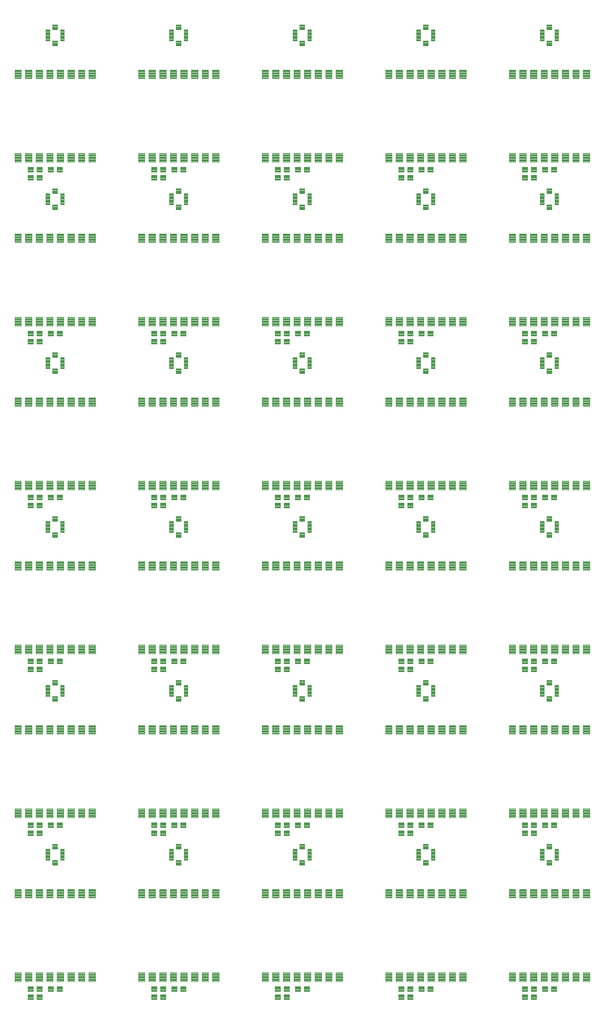
<source format=gtp>
G04 EAGLE Gerber RS-274X export*
G75*
%MOMM*%
%FSLAX34Y34*%
%LPD*%
%INSolderpaste Top*%
%IPPOS*%
%AMOC8*
5,1,8,0,0,1.08239X$1,22.5*%
G01*
%ADD10C,0.108000*%
%ADD11C,0.100000*%
%ADD12C,0.102000*%


D10*
X78090Y197790D02*
X78090Y214210D01*
X90510Y214210D01*
X90510Y197790D01*
X78090Y197790D01*
X78090Y198816D02*
X90510Y198816D01*
X90510Y199842D02*
X78090Y199842D01*
X78090Y200868D02*
X90510Y200868D01*
X90510Y201894D02*
X78090Y201894D01*
X78090Y202920D02*
X90510Y202920D01*
X90510Y203946D02*
X78090Y203946D01*
X78090Y204972D02*
X90510Y204972D01*
X90510Y205998D02*
X78090Y205998D01*
X78090Y207024D02*
X90510Y207024D01*
X90510Y208050D02*
X78090Y208050D01*
X78090Y209076D02*
X90510Y209076D01*
X90510Y210102D02*
X78090Y210102D01*
X78090Y211128D02*
X90510Y211128D01*
X90510Y212154D02*
X78090Y212154D01*
X78090Y213180D02*
X90510Y213180D01*
X90510Y214206D02*
X78090Y214206D01*
X118090Y56210D02*
X118090Y39790D01*
X118090Y56210D02*
X130510Y56210D01*
X130510Y39790D01*
X118090Y39790D01*
X118090Y40816D02*
X130510Y40816D01*
X130510Y41842D02*
X118090Y41842D01*
X118090Y42868D02*
X130510Y42868D01*
X130510Y43894D02*
X118090Y43894D01*
X118090Y44920D02*
X130510Y44920D01*
X130510Y45946D02*
X118090Y45946D01*
X118090Y46972D02*
X130510Y46972D01*
X130510Y47998D02*
X118090Y47998D01*
X118090Y49024D02*
X130510Y49024D01*
X130510Y50050D02*
X118090Y50050D01*
X118090Y51076D02*
X130510Y51076D01*
X130510Y52102D02*
X118090Y52102D01*
X118090Y53128D02*
X130510Y53128D01*
X130510Y54154D02*
X118090Y54154D01*
X118090Y55180D02*
X130510Y55180D01*
X130510Y56206D02*
X118090Y56206D01*
X38090Y56210D02*
X38090Y39790D01*
X38090Y56210D02*
X50510Y56210D01*
X50510Y39790D01*
X38090Y39790D01*
X38090Y40816D02*
X50510Y40816D01*
X50510Y41842D02*
X38090Y41842D01*
X38090Y42868D02*
X50510Y42868D01*
X50510Y43894D02*
X38090Y43894D01*
X38090Y44920D02*
X50510Y44920D01*
X50510Y45946D02*
X38090Y45946D01*
X38090Y46972D02*
X50510Y46972D01*
X50510Y47998D02*
X38090Y47998D01*
X38090Y49024D02*
X50510Y49024D01*
X50510Y50050D02*
X38090Y50050D01*
X38090Y51076D02*
X50510Y51076D01*
X50510Y52102D02*
X38090Y52102D01*
X38090Y53128D02*
X50510Y53128D01*
X50510Y54154D02*
X38090Y54154D01*
X38090Y55180D02*
X50510Y55180D01*
X50510Y56206D02*
X38090Y56206D01*
X138090Y56210D02*
X138090Y39790D01*
X138090Y56210D02*
X150510Y56210D01*
X150510Y39790D01*
X138090Y39790D01*
X138090Y40816D02*
X150510Y40816D01*
X150510Y41842D02*
X138090Y41842D01*
X138090Y42868D02*
X150510Y42868D01*
X150510Y43894D02*
X138090Y43894D01*
X138090Y44920D02*
X150510Y44920D01*
X150510Y45946D02*
X138090Y45946D01*
X138090Y46972D02*
X150510Y46972D01*
X150510Y47998D02*
X138090Y47998D01*
X138090Y49024D02*
X150510Y49024D01*
X150510Y50050D02*
X138090Y50050D01*
X138090Y51076D02*
X150510Y51076D01*
X150510Y52102D02*
X138090Y52102D01*
X138090Y53128D02*
X150510Y53128D01*
X150510Y54154D02*
X138090Y54154D01*
X138090Y55180D02*
X150510Y55180D01*
X150510Y56206D02*
X138090Y56206D01*
X158090Y56210D02*
X158090Y39790D01*
X158090Y56210D02*
X170510Y56210D01*
X170510Y39790D01*
X158090Y39790D01*
X158090Y40816D02*
X170510Y40816D01*
X170510Y41842D02*
X158090Y41842D01*
X158090Y42868D02*
X170510Y42868D01*
X170510Y43894D02*
X158090Y43894D01*
X158090Y44920D02*
X170510Y44920D01*
X170510Y45946D02*
X158090Y45946D01*
X158090Y46972D02*
X170510Y46972D01*
X170510Y47998D02*
X158090Y47998D01*
X158090Y49024D02*
X170510Y49024D01*
X170510Y50050D02*
X158090Y50050D01*
X158090Y51076D02*
X170510Y51076D01*
X170510Y52102D02*
X158090Y52102D01*
X158090Y53128D02*
X170510Y53128D01*
X170510Y54154D02*
X158090Y54154D01*
X158090Y55180D02*
X170510Y55180D01*
X170510Y56206D02*
X158090Y56206D01*
X178090Y56210D02*
X178090Y39790D01*
X178090Y56210D02*
X190510Y56210D01*
X190510Y39790D01*
X178090Y39790D01*
X178090Y40816D02*
X190510Y40816D01*
X190510Y41842D02*
X178090Y41842D01*
X178090Y42868D02*
X190510Y42868D01*
X190510Y43894D02*
X178090Y43894D01*
X178090Y44920D02*
X190510Y44920D01*
X190510Y45946D02*
X178090Y45946D01*
X178090Y46972D02*
X190510Y46972D01*
X190510Y47998D02*
X178090Y47998D01*
X178090Y49024D02*
X190510Y49024D01*
X190510Y50050D02*
X178090Y50050D01*
X178090Y51076D02*
X190510Y51076D01*
X190510Y52102D02*
X178090Y52102D01*
X178090Y53128D02*
X190510Y53128D01*
X190510Y54154D02*
X178090Y54154D01*
X178090Y55180D02*
X190510Y55180D01*
X190510Y56206D02*
X178090Y56206D01*
X78090Y56210D02*
X78090Y39790D01*
X78090Y56210D02*
X90510Y56210D01*
X90510Y39790D01*
X78090Y39790D01*
X78090Y40816D02*
X90510Y40816D01*
X90510Y41842D02*
X78090Y41842D01*
X78090Y42868D02*
X90510Y42868D01*
X90510Y43894D02*
X78090Y43894D01*
X78090Y44920D02*
X90510Y44920D01*
X90510Y45946D02*
X78090Y45946D01*
X78090Y46972D02*
X90510Y46972D01*
X90510Y47998D02*
X78090Y47998D01*
X78090Y49024D02*
X90510Y49024D01*
X90510Y50050D02*
X78090Y50050D01*
X78090Y51076D02*
X90510Y51076D01*
X90510Y52102D02*
X78090Y52102D01*
X78090Y53128D02*
X90510Y53128D01*
X90510Y54154D02*
X78090Y54154D01*
X78090Y55180D02*
X90510Y55180D01*
X90510Y56206D02*
X78090Y56206D01*
X98090Y56210D02*
X98090Y39790D01*
X98090Y56210D02*
X110510Y56210D01*
X110510Y39790D01*
X98090Y39790D01*
X98090Y40816D02*
X110510Y40816D01*
X110510Y41842D02*
X98090Y41842D01*
X98090Y42868D02*
X110510Y42868D01*
X110510Y43894D02*
X98090Y43894D01*
X98090Y44920D02*
X110510Y44920D01*
X110510Y45946D02*
X98090Y45946D01*
X98090Y46972D02*
X110510Y46972D01*
X110510Y47998D02*
X98090Y47998D01*
X98090Y49024D02*
X110510Y49024D01*
X110510Y50050D02*
X98090Y50050D01*
X98090Y51076D02*
X110510Y51076D01*
X110510Y52102D02*
X98090Y52102D01*
X98090Y53128D02*
X110510Y53128D01*
X110510Y54154D02*
X98090Y54154D01*
X98090Y55180D02*
X110510Y55180D01*
X110510Y56206D02*
X98090Y56206D01*
X58090Y197790D02*
X58090Y214210D01*
X70510Y214210D01*
X70510Y197790D01*
X58090Y197790D01*
X58090Y198816D02*
X70510Y198816D01*
X70510Y199842D02*
X58090Y199842D01*
X58090Y200868D02*
X70510Y200868D01*
X70510Y201894D02*
X58090Y201894D01*
X58090Y202920D02*
X70510Y202920D01*
X70510Y203946D02*
X58090Y203946D01*
X58090Y204972D02*
X70510Y204972D01*
X70510Y205998D02*
X58090Y205998D01*
X58090Y207024D02*
X70510Y207024D01*
X70510Y208050D02*
X58090Y208050D01*
X58090Y209076D02*
X70510Y209076D01*
X70510Y210102D02*
X58090Y210102D01*
X58090Y211128D02*
X70510Y211128D01*
X70510Y212154D02*
X58090Y212154D01*
X58090Y213180D02*
X70510Y213180D01*
X70510Y214206D02*
X58090Y214206D01*
X178090Y214210D02*
X178090Y197790D01*
X178090Y214210D02*
X190510Y214210D01*
X190510Y197790D01*
X178090Y197790D01*
X178090Y198816D02*
X190510Y198816D01*
X190510Y199842D02*
X178090Y199842D01*
X178090Y200868D02*
X190510Y200868D01*
X190510Y201894D02*
X178090Y201894D01*
X178090Y202920D02*
X190510Y202920D01*
X190510Y203946D02*
X178090Y203946D01*
X178090Y204972D02*
X190510Y204972D01*
X190510Y205998D02*
X178090Y205998D01*
X178090Y207024D02*
X190510Y207024D01*
X190510Y208050D02*
X178090Y208050D01*
X178090Y209076D02*
X190510Y209076D01*
X190510Y210102D02*
X178090Y210102D01*
X178090Y211128D02*
X190510Y211128D01*
X190510Y212154D02*
X178090Y212154D01*
X178090Y213180D02*
X190510Y213180D01*
X190510Y214206D02*
X178090Y214206D01*
X38090Y214210D02*
X38090Y197790D01*
X38090Y214210D02*
X50510Y214210D01*
X50510Y197790D01*
X38090Y197790D01*
X38090Y198816D02*
X50510Y198816D01*
X50510Y199842D02*
X38090Y199842D01*
X38090Y200868D02*
X50510Y200868D01*
X50510Y201894D02*
X38090Y201894D01*
X38090Y202920D02*
X50510Y202920D01*
X50510Y203946D02*
X38090Y203946D01*
X38090Y204972D02*
X50510Y204972D01*
X50510Y205998D02*
X38090Y205998D01*
X38090Y207024D02*
X50510Y207024D01*
X50510Y208050D02*
X38090Y208050D01*
X38090Y209076D02*
X50510Y209076D01*
X50510Y210102D02*
X38090Y210102D01*
X38090Y211128D02*
X50510Y211128D01*
X50510Y212154D02*
X38090Y212154D01*
X38090Y213180D02*
X50510Y213180D01*
X50510Y214206D02*
X38090Y214206D01*
X58090Y56210D02*
X58090Y39790D01*
X58090Y56210D02*
X70510Y56210D01*
X70510Y39790D01*
X58090Y39790D01*
X58090Y40816D02*
X70510Y40816D01*
X70510Y41842D02*
X58090Y41842D01*
X58090Y42868D02*
X70510Y42868D01*
X70510Y43894D02*
X58090Y43894D01*
X58090Y44920D02*
X70510Y44920D01*
X70510Y45946D02*
X58090Y45946D01*
X58090Y46972D02*
X70510Y46972D01*
X70510Y47998D02*
X58090Y47998D01*
X58090Y49024D02*
X70510Y49024D01*
X70510Y50050D02*
X58090Y50050D01*
X58090Y51076D02*
X70510Y51076D01*
X70510Y52102D02*
X58090Y52102D01*
X58090Y53128D02*
X70510Y53128D01*
X70510Y54154D02*
X58090Y54154D01*
X58090Y55180D02*
X70510Y55180D01*
X70510Y56206D02*
X58090Y56206D01*
X158090Y197790D02*
X158090Y214210D01*
X170510Y214210D01*
X170510Y197790D01*
X158090Y197790D01*
X158090Y198816D02*
X170510Y198816D01*
X170510Y199842D02*
X158090Y199842D01*
X158090Y200868D02*
X170510Y200868D01*
X170510Y201894D02*
X158090Y201894D01*
X158090Y202920D02*
X170510Y202920D01*
X170510Y203946D02*
X158090Y203946D01*
X158090Y204972D02*
X170510Y204972D01*
X170510Y205998D02*
X158090Y205998D01*
X158090Y207024D02*
X170510Y207024D01*
X170510Y208050D02*
X158090Y208050D01*
X158090Y209076D02*
X170510Y209076D01*
X170510Y210102D02*
X158090Y210102D01*
X158090Y211128D02*
X170510Y211128D01*
X170510Y212154D02*
X158090Y212154D01*
X158090Y213180D02*
X170510Y213180D01*
X170510Y214206D02*
X158090Y214206D01*
X138090Y214210D02*
X138090Y197790D01*
X138090Y214210D02*
X150510Y214210D01*
X150510Y197790D01*
X138090Y197790D01*
X138090Y198816D02*
X150510Y198816D01*
X150510Y199842D02*
X138090Y199842D01*
X138090Y200868D02*
X150510Y200868D01*
X150510Y201894D02*
X138090Y201894D01*
X138090Y202920D02*
X150510Y202920D01*
X150510Y203946D02*
X138090Y203946D01*
X138090Y204972D02*
X150510Y204972D01*
X150510Y205998D02*
X138090Y205998D01*
X138090Y207024D02*
X150510Y207024D01*
X150510Y208050D02*
X138090Y208050D01*
X138090Y209076D02*
X150510Y209076D01*
X150510Y210102D02*
X138090Y210102D01*
X138090Y211128D02*
X150510Y211128D01*
X150510Y212154D02*
X138090Y212154D01*
X138090Y213180D02*
X150510Y213180D01*
X150510Y214206D02*
X138090Y214206D01*
X98090Y214210D02*
X98090Y197790D01*
X98090Y214210D02*
X110510Y214210D01*
X110510Y197790D01*
X98090Y197790D01*
X98090Y198816D02*
X110510Y198816D01*
X110510Y199842D02*
X98090Y199842D01*
X98090Y200868D02*
X110510Y200868D01*
X110510Y201894D02*
X98090Y201894D01*
X98090Y202920D02*
X110510Y202920D01*
X110510Y203946D02*
X98090Y203946D01*
X98090Y204972D02*
X110510Y204972D01*
X110510Y205998D02*
X98090Y205998D01*
X98090Y207024D02*
X110510Y207024D01*
X110510Y208050D02*
X98090Y208050D01*
X98090Y209076D02*
X110510Y209076D01*
X110510Y210102D02*
X98090Y210102D01*
X98090Y211128D02*
X110510Y211128D01*
X110510Y212154D02*
X98090Y212154D01*
X98090Y213180D02*
X110510Y213180D01*
X110510Y214206D02*
X98090Y214206D01*
X118090Y214210D02*
X118090Y197790D01*
X118090Y214210D02*
X130510Y214210D01*
X130510Y197790D01*
X118090Y197790D01*
X118090Y198816D02*
X130510Y198816D01*
X130510Y199842D02*
X118090Y199842D01*
X118090Y200868D02*
X130510Y200868D01*
X130510Y201894D02*
X118090Y201894D01*
X118090Y202920D02*
X130510Y202920D01*
X130510Y203946D02*
X118090Y203946D01*
X118090Y204972D02*
X130510Y204972D01*
X130510Y205998D02*
X118090Y205998D01*
X118090Y207024D02*
X130510Y207024D01*
X130510Y208050D02*
X118090Y208050D01*
X118090Y209076D02*
X130510Y209076D01*
X130510Y210102D02*
X118090Y210102D01*
X118090Y211128D02*
X130510Y211128D01*
X130510Y212154D02*
X118090Y212154D01*
X118090Y213180D02*
X130510Y213180D01*
X130510Y214206D02*
X118090Y214206D01*
D11*
X89700Y29900D02*
X79700Y29900D01*
X89700Y29900D02*
X89700Y20900D01*
X79700Y20900D01*
X79700Y29900D01*
X79700Y21850D02*
X89700Y21850D01*
X89700Y22800D02*
X79700Y22800D01*
X79700Y23750D02*
X89700Y23750D01*
X89700Y24700D02*
X79700Y24700D01*
X79700Y25650D02*
X89700Y25650D01*
X89700Y26600D02*
X79700Y26600D01*
X79700Y27550D02*
X89700Y27550D01*
X89700Y28500D02*
X79700Y28500D01*
X79700Y29450D02*
X89700Y29450D01*
X72700Y29900D02*
X62700Y29900D01*
X72700Y29900D02*
X72700Y20900D01*
X62700Y20900D01*
X62700Y29900D01*
X62700Y21850D02*
X72700Y21850D01*
X72700Y22800D02*
X62700Y22800D01*
X62700Y23750D02*
X72700Y23750D01*
X72700Y24700D02*
X62700Y24700D01*
X62700Y25650D02*
X72700Y25650D01*
X72700Y26600D02*
X62700Y26600D01*
X62700Y27550D02*
X72700Y27550D01*
X72700Y28500D02*
X62700Y28500D01*
X62700Y29450D02*
X72700Y29450D01*
X100800Y20900D02*
X110800Y20900D01*
X100800Y20900D02*
X100800Y29900D01*
X110800Y29900D01*
X110800Y20900D01*
X110800Y21850D02*
X100800Y21850D01*
X100800Y22800D02*
X110800Y22800D01*
X110800Y23750D02*
X100800Y23750D01*
X100800Y24700D02*
X110800Y24700D01*
X110800Y25650D02*
X100800Y25650D01*
X100800Y26600D02*
X110800Y26600D01*
X110800Y27550D02*
X100800Y27550D01*
X100800Y28500D02*
X110800Y28500D01*
X110800Y29450D02*
X100800Y29450D01*
X117800Y20900D02*
X127800Y20900D01*
X117800Y20900D02*
X117800Y29900D01*
X127800Y29900D01*
X127800Y20900D01*
X127800Y21850D02*
X117800Y21850D01*
X117800Y22800D02*
X127800Y22800D01*
X127800Y23750D02*
X117800Y23750D01*
X117800Y24700D02*
X127800Y24700D01*
X127800Y25650D02*
X117800Y25650D01*
X117800Y26600D02*
X127800Y26600D01*
X127800Y27550D02*
X117800Y27550D01*
X117800Y28500D02*
X127800Y28500D01*
X127800Y29450D02*
X117800Y29450D01*
D12*
X124310Y268910D02*
X124310Y289890D01*
X131790Y289890D01*
X131790Y268910D01*
X124310Y268910D01*
X124310Y269879D02*
X131790Y269879D01*
X131790Y270848D02*
X124310Y270848D01*
X124310Y271817D02*
X131790Y271817D01*
X131790Y272786D02*
X124310Y272786D01*
X124310Y273755D02*
X131790Y273755D01*
X131790Y274724D02*
X124310Y274724D01*
X124310Y275693D02*
X131790Y275693D01*
X131790Y276662D02*
X124310Y276662D01*
X124310Y277631D02*
X131790Y277631D01*
X131790Y278600D02*
X124310Y278600D01*
X124310Y279569D02*
X131790Y279569D01*
X131790Y280538D02*
X124310Y280538D01*
X124310Y281507D02*
X131790Y281507D01*
X131790Y282476D02*
X124310Y282476D01*
X124310Y283445D02*
X131790Y283445D01*
X131790Y284414D02*
X124310Y284414D01*
X124310Y285383D02*
X131790Y285383D01*
X131790Y286352D02*
X124310Y286352D01*
X124310Y287321D02*
X131790Y287321D01*
X131790Y288290D02*
X124310Y288290D01*
X124310Y289259D02*
X131790Y289259D01*
X96810Y289890D02*
X96810Y268910D01*
X96810Y289890D02*
X104290Y289890D01*
X104290Y268910D01*
X96810Y268910D01*
X96810Y269879D02*
X104290Y269879D01*
X104290Y270848D02*
X96810Y270848D01*
X96810Y271817D02*
X104290Y271817D01*
X104290Y272786D02*
X96810Y272786D01*
X96810Y273755D02*
X104290Y273755D01*
X104290Y274724D02*
X96810Y274724D01*
X96810Y275693D02*
X104290Y275693D01*
X104290Y276662D02*
X96810Y276662D01*
X96810Y277631D02*
X104290Y277631D01*
X104290Y278600D02*
X96810Y278600D01*
X96810Y279569D02*
X104290Y279569D01*
X104290Y280538D02*
X96810Y280538D01*
X96810Y281507D02*
X104290Y281507D01*
X104290Y282476D02*
X96810Y282476D01*
X96810Y283445D02*
X104290Y283445D01*
X104290Y284414D02*
X96810Y284414D01*
X96810Y285383D02*
X104290Y285383D01*
X104290Y286352D02*
X96810Y286352D01*
X96810Y287321D02*
X104290Y287321D01*
X104290Y288290D02*
X96810Y288290D01*
X96810Y289259D02*
X104290Y289259D01*
D11*
X109800Y268900D02*
X109800Y259400D01*
X109800Y268900D02*
X118800Y268900D01*
X118800Y259400D01*
X109800Y259400D01*
X109800Y260350D02*
X118800Y260350D01*
X118800Y261300D02*
X109800Y261300D01*
X109800Y262250D02*
X118800Y262250D01*
X118800Y263200D02*
X109800Y263200D01*
X109800Y264150D02*
X118800Y264150D01*
X118800Y265100D02*
X109800Y265100D01*
X109800Y266050D02*
X118800Y266050D01*
X118800Y267000D02*
X109800Y267000D01*
X109800Y267950D02*
X118800Y267950D01*
X118800Y268900D02*
X109800Y268900D01*
X109800Y289900D02*
X109800Y299400D01*
X118800Y299400D01*
X118800Y289900D01*
X109800Y289900D01*
X109800Y290850D02*
X118800Y290850D01*
X118800Y291800D02*
X109800Y291800D01*
X109800Y292750D02*
X118800Y292750D01*
X118800Y293700D02*
X109800Y293700D01*
X109800Y294650D02*
X118800Y294650D01*
X118800Y295600D02*
X109800Y295600D01*
X109800Y296550D02*
X118800Y296550D01*
X118800Y297500D02*
X109800Y297500D01*
X109800Y298450D02*
X118800Y298450D01*
X118800Y299400D02*
X109800Y299400D01*
X72700Y5660D02*
X62700Y5660D01*
X62700Y14660D01*
X72700Y14660D01*
X72700Y5660D01*
X72700Y6610D02*
X62700Y6610D01*
X62700Y7560D02*
X72700Y7560D01*
X72700Y8510D02*
X62700Y8510D01*
X62700Y9460D02*
X72700Y9460D01*
X72700Y10410D02*
X62700Y10410D01*
X62700Y11360D02*
X72700Y11360D01*
X72700Y12310D02*
X62700Y12310D01*
X62700Y13260D02*
X72700Y13260D01*
X72700Y14210D02*
X62700Y14210D01*
X79700Y5660D02*
X89700Y5660D01*
X79700Y5660D02*
X79700Y14660D01*
X89700Y14660D01*
X89700Y5660D01*
X89700Y6610D02*
X79700Y6610D01*
X79700Y7560D02*
X89700Y7560D01*
X89700Y8510D02*
X79700Y8510D01*
X79700Y9460D02*
X89700Y9460D01*
X89700Y10410D02*
X79700Y10410D01*
X79700Y11360D02*
X89700Y11360D01*
X89700Y12310D02*
X79700Y12310D01*
X79700Y13260D02*
X89700Y13260D01*
X89700Y14210D02*
X79700Y14210D01*
D10*
X311770Y197790D02*
X311770Y214210D01*
X324190Y214210D01*
X324190Y197790D01*
X311770Y197790D01*
X311770Y198816D02*
X324190Y198816D01*
X324190Y199842D02*
X311770Y199842D01*
X311770Y200868D02*
X324190Y200868D01*
X324190Y201894D02*
X311770Y201894D01*
X311770Y202920D02*
X324190Y202920D01*
X324190Y203946D02*
X311770Y203946D01*
X311770Y204972D02*
X324190Y204972D01*
X324190Y205998D02*
X311770Y205998D01*
X311770Y207024D02*
X324190Y207024D01*
X324190Y208050D02*
X311770Y208050D01*
X311770Y209076D02*
X324190Y209076D01*
X324190Y210102D02*
X311770Y210102D01*
X311770Y211128D02*
X324190Y211128D01*
X324190Y212154D02*
X311770Y212154D01*
X311770Y213180D02*
X324190Y213180D01*
X324190Y214206D02*
X311770Y214206D01*
X351770Y56210D02*
X351770Y39790D01*
X351770Y56210D02*
X364190Y56210D01*
X364190Y39790D01*
X351770Y39790D01*
X351770Y40816D02*
X364190Y40816D01*
X364190Y41842D02*
X351770Y41842D01*
X351770Y42868D02*
X364190Y42868D01*
X364190Y43894D02*
X351770Y43894D01*
X351770Y44920D02*
X364190Y44920D01*
X364190Y45946D02*
X351770Y45946D01*
X351770Y46972D02*
X364190Y46972D01*
X364190Y47998D02*
X351770Y47998D01*
X351770Y49024D02*
X364190Y49024D01*
X364190Y50050D02*
X351770Y50050D01*
X351770Y51076D02*
X364190Y51076D01*
X364190Y52102D02*
X351770Y52102D01*
X351770Y53128D02*
X364190Y53128D01*
X364190Y54154D02*
X351770Y54154D01*
X351770Y55180D02*
X364190Y55180D01*
X364190Y56206D02*
X351770Y56206D01*
X271770Y56210D02*
X271770Y39790D01*
X271770Y56210D02*
X284190Y56210D01*
X284190Y39790D01*
X271770Y39790D01*
X271770Y40816D02*
X284190Y40816D01*
X284190Y41842D02*
X271770Y41842D01*
X271770Y42868D02*
X284190Y42868D01*
X284190Y43894D02*
X271770Y43894D01*
X271770Y44920D02*
X284190Y44920D01*
X284190Y45946D02*
X271770Y45946D01*
X271770Y46972D02*
X284190Y46972D01*
X284190Y47998D02*
X271770Y47998D01*
X271770Y49024D02*
X284190Y49024D01*
X284190Y50050D02*
X271770Y50050D01*
X271770Y51076D02*
X284190Y51076D01*
X284190Y52102D02*
X271770Y52102D01*
X271770Y53128D02*
X284190Y53128D01*
X284190Y54154D02*
X271770Y54154D01*
X271770Y55180D02*
X284190Y55180D01*
X284190Y56206D02*
X271770Y56206D01*
X371770Y56210D02*
X371770Y39790D01*
X371770Y56210D02*
X384190Y56210D01*
X384190Y39790D01*
X371770Y39790D01*
X371770Y40816D02*
X384190Y40816D01*
X384190Y41842D02*
X371770Y41842D01*
X371770Y42868D02*
X384190Y42868D01*
X384190Y43894D02*
X371770Y43894D01*
X371770Y44920D02*
X384190Y44920D01*
X384190Y45946D02*
X371770Y45946D01*
X371770Y46972D02*
X384190Y46972D01*
X384190Y47998D02*
X371770Y47998D01*
X371770Y49024D02*
X384190Y49024D01*
X384190Y50050D02*
X371770Y50050D01*
X371770Y51076D02*
X384190Y51076D01*
X384190Y52102D02*
X371770Y52102D01*
X371770Y53128D02*
X384190Y53128D01*
X384190Y54154D02*
X371770Y54154D01*
X371770Y55180D02*
X384190Y55180D01*
X384190Y56206D02*
X371770Y56206D01*
X391770Y56210D02*
X391770Y39790D01*
X391770Y56210D02*
X404190Y56210D01*
X404190Y39790D01*
X391770Y39790D01*
X391770Y40816D02*
X404190Y40816D01*
X404190Y41842D02*
X391770Y41842D01*
X391770Y42868D02*
X404190Y42868D01*
X404190Y43894D02*
X391770Y43894D01*
X391770Y44920D02*
X404190Y44920D01*
X404190Y45946D02*
X391770Y45946D01*
X391770Y46972D02*
X404190Y46972D01*
X404190Y47998D02*
X391770Y47998D01*
X391770Y49024D02*
X404190Y49024D01*
X404190Y50050D02*
X391770Y50050D01*
X391770Y51076D02*
X404190Y51076D01*
X404190Y52102D02*
X391770Y52102D01*
X391770Y53128D02*
X404190Y53128D01*
X404190Y54154D02*
X391770Y54154D01*
X391770Y55180D02*
X404190Y55180D01*
X404190Y56206D02*
X391770Y56206D01*
X411770Y56210D02*
X411770Y39790D01*
X411770Y56210D02*
X424190Y56210D01*
X424190Y39790D01*
X411770Y39790D01*
X411770Y40816D02*
X424190Y40816D01*
X424190Y41842D02*
X411770Y41842D01*
X411770Y42868D02*
X424190Y42868D01*
X424190Y43894D02*
X411770Y43894D01*
X411770Y44920D02*
X424190Y44920D01*
X424190Y45946D02*
X411770Y45946D01*
X411770Y46972D02*
X424190Y46972D01*
X424190Y47998D02*
X411770Y47998D01*
X411770Y49024D02*
X424190Y49024D01*
X424190Y50050D02*
X411770Y50050D01*
X411770Y51076D02*
X424190Y51076D01*
X424190Y52102D02*
X411770Y52102D01*
X411770Y53128D02*
X424190Y53128D01*
X424190Y54154D02*
X411770Y54154D01*
X411770Y55180D02*
X424190Y55180D01*
X424190Y56206D02*
X411770Y56206D01*
X311770Y56210D02*
X311770Y39790D01*
X311770Y56210D02*
X324190Y56210D01*
X324190Y39790D01*
X311770Y39790D01*
X311770Y40816D02*
X324190Y40816D01*
X324190Y41842D02*
X311770Y41842D01*
X311770Y42868D02*
X324190Y42868D01*
X324190Y43894D02*
X311770Y43894D01*
X311770Y44920D02*
X324190Y44920D01*
X324190Y45946D02*
X311770Y45946D01*
X311770Y46972D02*
X324190Y46972D01*
X324190Y47998D02*
X311770Y47998D01*
X311770Y49024D02*
X324190Y49024D01*
X324190Y50050D02*
X311770Y50050D01*
X311770Y51076D02*
X324190Y51076D01*
X324190Y52102D02*
X311770Y52102D01*
X311770Y53128D02*
X324190Y53128D01*
X324190Y54154D02*
X311770Y54154D01*
X311770Y55180D02*
X324190Y55180D01*
X324190Y56206D02*
X311770Y56206D01*
X331770Y56210D02*
X331770Y39790D01*
X331770Y56210D02*
X344190Y56210D01*
X344190Y39790D01*
X331770Y39790D01*
X331770Y40816D02*
X344190Y40816D01*
X344190Y41842D02*
X331770Y41842D01*
X331770Y42868D02*
X344190Y42868D01*
X344190Y43894D02*
X331770Y43894D01*
X331770Y44920D02*
X344190Y44920D01*
X344190Y45946D02*
X331770Y45946D01*
X331770Y46972D02*
X344190Y46972D01*
X344190Y47998D02*
X331770Y47998D01*
X331770Y49024D02*
X344190Y49024D01*
X344190Y50050D02*
X331770Y50050D01*
X331770Y51076D02*
X344190Y51076D01*
X344190Y52102D02*
X331770Y52102D01*
X331770Y53128D02*
X344190Y53128D01*
X344190Y54154D02*
X331770Y54154D01*
X331770Y55180D02*
X344190Y55180D01*
X344190Y56206D02*
X331770Y56206D01*
X291770Y197790D02*
X291770Y214210D01*
X304190Y214210D01*
X304190Y197790D01*
X291770Y197790D01*
X291770Y198816D02*
X304190Y198816D01*
X304190Y199842D02*
X291770Y199842D01*
X291770Y200868D02*
X304190Y200868D01*
X304190Y201894D02*
X291770Y201894D01*
X291770Y202920D02*
X304190Y202920D01*
X304190Y203946D02*
X291770Y203946D01*
X291770Y204972D02*
X304190Y204972D01*
X304190Y205998D02*
X291770Y205998D01*
X291770Y207024D02*
X304190Y207024D01*
X304190Y208050D02*
X291770Y208050D01*
X291770Y209076D02*
X304190Y209076D01*
X304190Y210102D02*
X291770Y210102D01*
X291770Y211128D02*
X304190Y211128D01*
X304190Y212154D02*
X291770Y212154D01*
X291770Y213180D02*
X304190Y213180D01*
X304190Y214206D02*
X291770Y214206D01*
X411770Y214210D02*
X411770Y197790D01*
X411770Y214210D02*
X424190Y214210D01*
X424190Y197790D01*
X411770Y197790D01*
X411770Y198816D02*
X424190Y198816D01*
X424190Y199842D02*
X411770Y199842D01*
X411770Y200868D02*
X424190Y200868D01*
X424190Y201894D02*
X411770Y201894D01*
X411770Y202920D02*
X424190Y202920D01*
X424190Y203946D02*
X411770Y203946D01*
X411770Y204972D02*
X424190Y204972D01*
X424190Y205998D02*
X411770Y205998D01*
X411770Y207024D02*
X424190Y207024D01*
X424190Y208050D02*
X411770Y208050D01*
X411770Y209076D02*
X424190Y209076D01*
X424190Y210102D02*
X411770Y210102D01*
X411770Y211128D02*
X424190Y211128D01*
X424190Y212154D02*
X411770Y212154D01*
X411770Y213180D02*
X424190Y213180D01*
X424190Y214206D02*
X411770Y214206D01*
X271770Y214210D02*
X271770Y197790D01*
X271770Y214210D02*
X284190Y214210D01*
X284190Y197790D01*
X271770Y197790D01*
X271770Y198816D02*
X284190Y198816D01*
X284190Y199842D02*
X271770Y199842D01*
X271770Y200868D02*
X284190Y200868D01*
X284190Y201894D02*
X271770Y201894D01*
X271770Y202920D02*
X284190Y202920D01*
X284190Y203946D02*
X271770Y203946D01*
X271770Y204972D02*
X284190Y204972D01*
X284190Y205998D02*
X271770Y205998D01*
X271770Y207024D02*
X284190Y207024D01*
X284190Y208050D02*
X271770Y208050D01*
X271770Y209076D02*
X284190Y209076D01*
X284190Y210102D02*
X271770Y210102D01*
X271770Y211128D02*
X284190Y211128D01*
X284190Y212154D02*
X271770Y212154D01*
X271770Y213180D02*
X284190Y213180D01*
X284190Y214206D02*
X271770Y214206D01*
X291770Y56210D02*
X291770Y39790D01*
X291770Y56210D02*
X304190Y56210D01*
X304190Y39790D01*
X291770Y39790D01*
X291770Y40816D02*
X304190Y40816D01*
X304190Y41842D02*
X291770Y41842D01*
X291770Y42868D02*
X304190Y42868D01*
X304190Y43894D02*
X291770Y43894D01*
X291770Y44920D02*
X304190Y44920D01*
X304190Y45946D02*
X291770Y45946D01*
X291770Y46972D02*
X304190Y46972D01*
X304190Y47998D02*
X291770Y47998D01*
X291770Y49024D02*
X304190Y49024D01*
X304190Y50050D02*
X291770Y50050D01*
X291770Y51076D02*
X304190Y51076D01*
X304190Y52102D02*
X291770Y52102D01*
X291770Y53128D02*
X304190Y53128D01*
X304190Y54154D02*
X291770Y54154D01*
X291770Y55180D02*
X304190Y55180D01*
X304190Y56206D02*
X291770Y56206D01*
X391770Y197790D02*
X391770Y214210D01*
X404190Y214210D01*
X404190Y197790D01*
X391770Y197790D01*
X391770Y198816D02*
X404190Y198816D01*
X404190Y199842D02*
X391770Y199842D01*
X391770Y200868D02*
X404190Y200868D01*
X404190Y201894D02*
X391770Y201894D01*
X391770Y202920D02*
X404190Y202920D01*
X404190Y203946D02*
X391770Y203946D01*
X391770Y204972D02*
X404190Y204972D01*
X404190Y205998D02*
X391770Y205998D01*
X391770Y207024D02*
X404190Y207024D01*
X404190Y208050D02*
X391770Y208050D01*
X391770Y209076D02*
X404190Y209076D01*
X404190Y210102D02*
X391770Y210102D01*
X391770Y211128D02*
X404190Y211128D01*
X404190Y212154D02*
X391770Y212154D01*
X391770Y213180D02*
X404190Y213180D01*
X404190Y214206D02*
X391770Y214206D01*
X371770Y214210D02*
X371770Y197790D01*
X371770Y214210D02*
X384190Y214210D01*
X384190Y197790D01*
X371770Y197790D01*
X371770Y198816D02*
X384190Y198816D01*
X384190Y199842D02*
X371770Y199842D01*
X371770Y200868D02*
X384190Y200868D01*
X384190Y201894D02*
X371770Y201894D01*
X371770Y202920D02*
X384190Y202920D01*
X384190Y203946D02*
X371770Y203946D01*
X371770Y204972D02*
X384190Y204972D01*
X384190Y205998D02*
X371770Y205998D01*
X371770Y207024D02*
X384190Y207024D01*
X384190Y208050D02*
X371770Y208050D01*
X371770Y209076D02*
X384190Y209076D01*
X384190Y210102D02*
X371770Y210102D01*
X371770Y211128D02*
X384190Y211128D01*
X384190Y212154D02*
X371770Y212154D01*
X371770Y213180D02*
X384190Y213180D01*
X384190Y214206D02*
X371770Y214206D01*
X331770Y214210D02*
X331770Y197790D01*
X331770Y214210D02*
X344190Y214210D01*
X344190Y197790D01*
X331770Y197790D01*
X331770Y198816D02*
X344190Y198816D01*
X344190Y199842D02*
X331770Y199842D01*
X331770Y200868D02*
X344190Y200868D01*
X344190Y201894D02*
X331770Y201894D01*
X331770Y202920D02*
X344190Y202920D01*
X344190Y203946D02*
X331770Y203946D01*
X331770Y204972D02*
X344190Y204972D01*
X344190Y205998D02*
X331770Y205998D01*
X331770Y207024D02*
X344190Y207024D01*
X344190Y208050D02*
X331770Y208050D01*
X331770Y209076D02*
X344190Y209076D01*
X344190Y210102D02*
X331770Y210102D01*
X331770Y211128D02*
X344190Y211128D01*
X344190Y212154D02*
X331770Y212154D01*
X331770Y213180D02*
X344190Y213180D01*
X344190Y214206D02*
X331770Y214206D01*
X351770Y214210D02*
X351770Y197790D01*
X351770Y214210D02*
X364190Y214210D01*
X364190Y197790D01*
X351770Y197790D01*
X351770Y198816D02*
X364190Y198816D01*
X364190Y199842D02*
X351770Y199842D01*
X351770Y200868D02*
X364190Y200868D01*
X364190Y201894D02*
X351770Y201894D01*
X351770Y202920D02*
X364190Y202920D01*
X364190Y203946D02*
X351770Y203946D01*
X351770Y204972D02*
X364190Y204972D01*
X364190Y205998D02*
X351770Y205998D01*
X351770Y207024D02*
X364190Y207024D01*
X364190Y208050D02*
X351770Y208050D01*
X351770Y209076D02*
X364190Y209076D01*
X364190Y210102D02*
X351770Y210102D01*
X351770Y211128D02*
X364190Y211128D01*
X364190Y212154D02*
X351770Y212154D01*
X351770Y213180D02*
X364190Y213180D01*
X364190Y214206D02*
X351770Y214206D01*
D11*
X323380Y29900D02*
X313380Y29900D01*
X323380Y29900D02*
X323380Y20900D01*
X313380Y20900D01*
X313380Y29900D01*
X313380Y21850D02*
X323380Y21850D01*
X323380Y22800D02*
X313380Y22800D01*
X313380Y23750D02*
X323380Y23750D01*
X323380Y24700D02*
X313380Y24700D01*
X313380Y25650D02*
X323380Y25650D01*
X323380Y26600D02*
X313380Y26600D01*
X313380Y27550D02*
X323380Y27550D01*
X323380Y28500D02*
X313380Y28500D01*
X313380Y29450D02*
X323380Y29450D01*
X306380Y29900D02*
X296380Y29900D01*
X306380Y29900D02*
X306380Y20900D01*
X296380Y20900D01*
X296380Y29900D01*
X296380Y21850D02*
X306380Y21850D01*
X306380Y22800D02*
X296380Y22800D01*
X296380Y23750D02*
X306380Y23750D01*
X306380Y24700D02*
X296380Y24700D01*
X296380Y25650D02*
X306380Y25650D01*
X306380Y26600D02*
X296380Y26600D01*
X296380Y27550D02*
X306380Y27550D01*
X306380Y28500D02*
X296380Y28500D01*
X296380Y29450D02*
X306380Y29450D01*
X334480Y20900D02*
X344480Y20900D01*
X334480Y20900D02*
X334480Y29900D01*
X344480Y29900D01*
X344480Y20900D01*
X344480Y21850D02*
X334480Y21850D01*
X334480Y22800D02*
X344480Y22800D01*
X344480Y23750D02*
X334480Y23750D01*
X334480Y24700D02*
X344480Y24700D01*
X344480Y25650D02*
X334480Y25650D01*
X334480Y26600D02*
X344480Y26600D01*
X344480Y27550D02*
X334480Y27550D01*
X334480Y28500D02*
X344480Y28500D01*
X344480Y29450D02*
X334480Y29450D01*
X351480Y20900D02*
X361480Y20900D01*
X351480Y20900D02*
X351480Y29900D01*
X361480Y29900D01*
X361480Y20900D01*
X361480Y21850D02*
X351480Y21850D01*
X351480Y22800D02*
X361480Y22800D01*
X361480Y23750D02*
X351480Y23750D01*
X351480Y24700D02*
X361480Y24700D01*
X361480Y25650D02*
X351480Y25650D01*
X351480Y26600D02*
X361480Y26600D01*
X361480Y27550D02*
X351480Y27550D01*
X351480Y28500D02*
X361480Y28500D01*
X361480Y29450D02*
X351480Y29450D01*
D12*
X357990Y268910D02*
X357990Y289890D01*
X365470Y289890D01*
X365470Y268910D01*
X357990Y268910D01*
X357990Y269879D02*
X365470Y269879D01*
X365470Y270848D02*
X357990Y270848D01*
X357990Y271817D02*
X365470Y271817D01*
X365470Y272786D02*
X357990Y272786D01*
X357990Y273755D02*
X365470Y273755D01*
X365470Y274724D02*
X357990Y274724D01*
X357990Y275693D02*
X365470Y275693D01*
X365470Y276662D02*
X357990Y276662D01*
X357990Y277631D02*
X365470Y277631D01*
X365470Y278600D02*
X357990Y278600D01*
X357990Y279569D02*
X365470Y279569D01*
X365470Y280538D02*
X357990Y280538D01*
X357990Y281507D02*
X365470Y281507D01*
X365470Y282476D02*
X357990Y282476D01*
X357990Y283445D02*
X365470Y283445D01*
X365470Y284414D02*
X357990Y284414D01*
X357990Y285383D02*
X365470Y285383D01*
X365470Y286352D02*
X357990Y286352D01*
X357990Y287321D02*
X365470Y287321D01*
X365470Y288290D02*
X357990Y288290D01*
X357990Y289259D02*
X365470Y289259D01*
X330490Y289890D02*
X330490Y268910D01*
X330490Y289890D02*
X337970Y289890D01*
X337970Y268910D01*
X330490Y268910D01*
X330490Y269879D02*
X337970Y269879D01*
X337970Y270848D02*
X330490Y270848D01*
X330490Y271817D02*
X337970Y271817D01*
X337970Y272786D02*
X330490Y272786D01*
X330490Y273755D02*
X337970Y273755D01*
X337970Y274724D02*
X330490Y274724D01*
X330490Y275693D02*
X337970Y275693D01*
X337970Y276662D02*
X330490Y276662D01*
X330490Y277631D02*
X337970Y277631D01*
X337970Y278600D02*
X330490Y278600D01*
X330490Y279569D02*
X337970Y279569D01*
X337970Y280538D02*
X330490Y280538D01*
X330490Y281507D02*
X337970Y281507D01*
X337970Y282476D02*
X330490Y282476D01*
X330490Y283445D02*
X337970Y283445D01*
X337970Y284414D02*
X330490Y284414D01*
X330490Y285383D02*
X337970Y285383D01*
X337970Y286352D02*
X330490Y286352D01*
X330490Y287321D02*
X337970Y287321D01*
X337970Y288290D02*
X330490Y288290D01*
X330490Y289259D02*
X337970Y289259D01*
D11*
X343480Y268900D02*
X343480Y259400D01*
X343480Y268900D02*
X352480Y268900D01*
X352480Y259400D01*
X343480Y259400D01*
X343480Y260350D02*
X352480Y260350D01*
X352480Y261300D02*
X343480Y261300D01*
X343480Y262250D02*
X352480Y262250D01*
X352480Y263200D02*
X343480Y263200D01*
X343480Y264150D02*
X352480Y264150D01*
X352480Y265100D02*
X343480Y265100D01*
X343480Y266050D02*
X352480Y266050D01*
X352480Y267000D02*
X343480Y267000D01*
X343480Y267950D02*
X352480Y267950D01*
X352480Y268900D02*
X343480Y268900D01*
X343480Y289900D02*
X343480Y299400D01*
X352480Y299400D01*
X352480Y289900D01*
X343480Y289900D01*
X343480Y290850D02*
X352480Y290850D01*
X352480Y291800D02*
X343480Y291800D01*
X343480Y292750D02*
X352480Y292750D01*
X352480Y293700D02*
X343480Y293700D01*
X343480Y294650D02*
X352480Y294650D01*
X352480Y295600D02*
X343480Y295600D01*
X343480Y296550D02*
X352480Y296550D01*
X352480Y297500D02*
X343480Y297500D01*
X343480Y298450D02*
X352480Y298450D01*
X352480Y299400D02*
X343480Y299400D01*
X306380Y5660D02*
X296380Y5660D01*
X296380Y14660D01*
X306380Y14660D01*
X306380Y5660D01*
X306380Y6610D02*
X296380Y6610D01*
X296380Y7560D02*
X306380Y7560D01*
X306380Y8510D02*
X296380Y8510D01*
X296380Y9460D02*
X306380Y9460D01*
X306380Y10410D02*
X296380Y10410D01*
X296380Y11360D02*
X306380Y11360D01*
X306380Y12310D02*
X296380Y12310D01*
X296380Y13260D02*
X306380Y13260D01*
X306380Y14210D02*
X296380Y14210D01*
X313380Y5660D02*
X323380Y5660D01*
X313380Y5660D02*
X313380Y14660D01*
X323380Y14660D01*
X323380Y5660D01*
X323380Y6610D02*
X313380Y6610D01*
X313380Y7560D02*
X323380Y7560D01*
X323380Y8510D02*
X313380Y8510D01*
X313380Y9460D02*
X323380Y9460D01*
X323380Y10410D02*
X313380Y10410D01*
X313380Y11360D02*
X323380Y11360D01*
X323380Y12310D02*
X313380Y12310D01*
X313380Y13260D02*
X323380Y13260D01*
X323380Y14210D02*
X313380Y14210D01*
D10*
X545450Y197790D02*
X545450Y214210D01*
X557870Y214210D01*
X557870Y197790D01*
X545450Y197790D01*
X545450Y198816D02*
X557870Y198816D01*
X557870Y199842D02*
X545450Y199842D01*
X545450Y200868D02*
X557870Y200868D01*
X557870Y201894D02*
X545450Y201894D01*
X545450Y202920D02*
X557870Y202920D01*
X557870Y203946D02*
X545450Y203946D01*
X545450Y204972D02*
X557870Y204972D01*
X557870Y205998D02*
X545450Y205998D01*
X545450Y207024D02*
X557870Y207024D01*
X557870Y208050D02*
X545450Y208050D01*
X545450Y209076D02*
X557870Y209076D01*
X557870Y210102D02*
X545450Y210102D01*
X545450Y211128D02*
X557870Y211128D01*
X557870Y212154D02*
X545450Y212154D01*
X545450Y213180D02*
X557870Y213180D01*
X557870Y214206D02*
X545450Y214206D01*
X585450Y56210D02*
X585450Y39790D01*
X585450Y56210D02*
X597870Y56210D01*
X597870Y39790D01*
X585450Y39790D01*
X585450Y40816D02*
X597870Y40816D01*
X597870Y41842D02*
X585450Y41842D01*
X585450Y42868D02*
X597870Y42868D01*
X597870Y43894D02*
X585450Y43894D01*
X585450Y44920D02*
X597870Y44920D01*
X597870Y45946D02*
X585450Y45946D01*
X585450Y46972D02*
X597870Y46972D01*
X597870Y47998D02*
X585450Y47998D01*
X585450Y49024D02*
X597870Y49024D01*
X597870Y50050D02*
X585450Y50050D01*
X585450Y51076D02*
X597870Y51076D01*
X597870Y52102D02*
X585450Y52102D01*
X585450Y53128D02*
X597870Y53128D01*
X597870Y54154D02*
X585450Y54154D01*
X585450Y55180D02*
X597870Y55180D01*
X597870Y56206D02*
X585450Y56206D01*
X505450Y56210D02*
X505450Y39790D01*
X505450Y56210D02*
X517870Y56210D01*
X517870Y39790D01*
X505450Y39790D01*
X505450Y40816D02*
X517870Y40816D01*
X517870Y41842D02*
X505450Y41842D01*
X505450Y42868D02*
X517870Y42868D01*
X517870Y43894D02*
X505450Y43894D01*
X505450Y44920D02*
X517870Y44920D01*
X517870Y45946D02*
X505450Y45946D01*
X505450Y46972D02*
X517870Y46972D01*
X517870Y47998D02*
X505450Y47998D01*
X505450Y49024D02*
X517870Y49024D01*
X517870Y50050D02*
X505450Y50050D01*
X505450Y51076D02*
X517870Y51076D01*
X517870Y52102D02*
X505450Y52102D01*
X505450Y53128D02*
X517870Y53128D01*
X517870Y54154D02*
X505450Y54154D01*
X505450Y55180D02*
X517870Y55180D01*
X517870Y56206D02*
X505450Y56206D01*
X605450Y56210D02*
X605450Y39790D01*
X605450Y56210D02*
X617870Y56210D01*
X617870Y39790D01*
X605450Y39790D01*
X605450Y40816D02*
X617870Y40816D01*
X617870Y41842D02*
X605450Y41842D01*
X605450Y42868D02*
X617870Y42868D01*
X617870Y43894D02*
X605450Y43894D01*
X605450Y44920D02*
X617870Y44920D01*
X617870Y45946D02*
X605450Y45946D01*
X605450Y46972D02*
X617870Y46972D01*
X617870Y47998D02*
X605450Y47998D01*
X605450Y49024D02*
X617870Y49024D01*
X617870Y50050D02*
X605450Y50050D01*
X605450Y51076D02*
X617870Y51076D01*
X617870Y52102D02*
X605450Y52102D01*
X605450Y53128D02*
X617870Y53128D01*
X617870Y54154D02*
X605450Y54154D01*
X605450Y55180D02*
X617870Y55180D01*
X617870Y56206D02*
X605450Y56206D01*
X625450Y56210D02*
X625450Y39790D01*
X625450Y56210D02*
X637870Y56210D01*
X637870Y39790D01*
X625450Y39790D01*
X625450Y40816D02*
X637870Y40816D01*
X637870Y41842D02*
X625450Y41842D01*
X625450Y42868D02*
X637870Y42868D01*
X637870Y43894D02*
X625450Y43894D01*
X625450Y44920D02*
X637870Y44920D01*
X637870Y45946D02*
X625450Y45946D01*
X625450Y46972D02*
X637870Y46972D01*
X637870Y47998D02*
X625450Y47998D01*
X625450Y49024D02*
X637870Y49024D01*
X637870Y50050D02*
X625450Y50050D01*
X625450Y51076D02*
X637870Y51076D01*
X637870Y52102D02*
X625450Y52102D01*
X625450Y53128D02*
X637870Y53128D01*
X637870Y54154D02*
X625450Y54154D01*
X625450Y55180D02*
X637870Y55180D01*
X637870Y56206D02*
X625450Y56206D01*
X645450Y56210D02*
X645450Y39790D01*
X645450Y56210D02*
X657870Y56210D01*
X657870Y39790D01*
X645450Y39790D01*
X645450Y40816D02*
X657870Y40816D01*
X657870Y41842D02*
X645450Y41842D01*
X645450Y42868D02*
X657870Y42868D01*
X657870Y43894D02*
X645450Y43894D01*
X645450Y44920D02*
X657870Y44920D01*
X657870Y45946D02*
X645450Y45946D01*
X645450Y46972D02*
X657870Y46972D01*
X657870Y47998D02*
X645450Y47998D01*
X645450Y49024D02*
X657870Y49024D01*
X657870Y50050D02*
X645450Y50050D01*
X645450Y51076D02*
X657870Y51076D01*
X657870Y52102D02*
X645450Y52102D01*
X645450Y53128D02*
X657870Y53128D01*
X657870Y54154D02*
X645450Y54154D01*
X645450Y55180D02*
X657870Y55180D01*
X657870Y56206D02*
X645450Y56206D01*
X545450Y56210D02*
X545450Y39790D01*
X545450Y56210D02*
X557870Y56210D01*
X557870Y39790D01*
X545450Y39790D01*
X545450Y40816D02*
X557870Y40816D01*
X557870Y41842D02*
X545450Y41842D01*
X545450Y42868D02*
X557870Y42868D01*
X557870Y43894D02*
X545450Y43894D01*
X545450Y44920D02*
X557870Y44920D01*
X557870Y45946D02*
X545450Y45946D01*
X545450Y46972D02*
X557870Y46972D01*
X557870Y47998D02*
X545450Y47998D01*
X545450Y49024D02*
X557870Y49024D01*
X557870Y50050D02*
X545450Y50050D01*
X545450Y51076D02*
X557870Y51076D01*
X557870Y52102D02*
X545450Y52102D01*
X545450Y53128D02*
X557870Y53128D01*
X557870Y54154D02*
X545450Y54154D01*
X545450Y55180D02*
X557870Y55180D01*
X557870Y56206D02*
X545450Y56206D01*
X565450Y56210D02*
X565450Y39790D01*
X565450Y56210D02*
X577870Y56210D01*
X577870Y39790D01*
X565450Y39790D01*
X565450Y40816D02*
X577870Y40816D01*
X577870Y41842D02*
X565450Y41842D01*
X565450Y42868D02*
X577870Y42868D01*
X577870Y43894D02*
X565450Y43894D01*
X565450Y44920D02*
X577870Y44920D01*
X577870Y45946D02*
X565450Y45946D01*
X565450Y46972D02*
X577870Y46972D01*
X577870Y47998D02*
X565450Y47998D01*
X565450Y49024D02*
X577870Y49024D01*
X577870Y50050D02*
X565450Y50050D01*
X565450Y51076D02*
X577870Y51076D01*
X577870Y52102D02*
X565450Y52102D01*
X565450Y53128D02*
X577870Y53128D01*
X577870Y54154D02*
X565450Y54154D01*
X565450Y55180D02*
X577870Y55180D01*
X577870Y56206D02*
X565450Y56206D01*
X525450Y197790D02*
X525450Y214210D01*
X537870Y214210D01*
X537870Y197790D01*
X525450Y197790D01*
X525450Y198816D02*
X537870Y198816D01*
X537870Y199842D02*
X525450Y199842D01*
X525450Y200868D02*
X537870Y200868D01*
X537870Y201894D02*
X525450Y201894D01*
X525450Y202920D02*
X537870Y202920D01*
X537870Y203946D02*
X525450Y203946D01*
X525450Y204972D02*
X537870Y204972D01*
X537870Y205998D02*
X525450Y205998D01*
X525450Y207024D02*
X537870Y207024D01*
X537870Y208050D02*
X525450Y208050D01*
X525450Y209076D02*
X537870Y209076D01*
X537870Y210102D02*
X525450Y210102D01*
X525450Y211128D02*
X537870Y211128D01*
X537870Y212154D02*
X525450Y212154D01*
X525450Y213180D02*
X537870Y213180D01*
X537870Y214206D02*
X525450Y214206D01*
X645450Y214210D02*
X645450Y197790D01*
X645450Y214210D02*
X657870Y214210D01*
X657870Y197790D01*
X645450Y197790D01*
X645450Y198816D02*
X657870Y198816D01*
X657870Y199842D02*
X645450Y199842D01*
X645450Y200868D02*
X657870Y200868D01*
X657870Y201894D02*
X645450Y201894D01*
X645450Y202920D02*
X657870Y202920D01*
X657870Y203946D02*
X645450Y203946D01*
X645450Y204972D02*
X657870Y204972D01*
X657870Y205998D02*
X645450Y205998D01*
X645450Y207024D02*
X657870Y207024D01*
X657870Y208050D02*
X645450Y208050D01*
X645450Y209076D02*
X657870Y209076D01*
X657870Y210102D02*
X645450Y210102D01*
X645450Y211128D02*
X657870Y211128D01*
X657870Y212154D02*
X645450Y212154D01*
X645450Y213180D02*
X657870Y213180D01*
X657870Y214206D02*
X645450Y214206D01*
X505450Y214210D02*
X505450Y197790D01*
X505450Y214210D02*
X517870Y214210D01*
X517870Y197790D01*
X505450Y197790D01*
X505450Y198816D02*
X517870Y198816D01*
X517870Y199842D02*
X505450Y199842D01*
X505450Y200868D02*
X517870Y200868D01*
X517870Y201894D02*
X505450Y201894D01*
X505450Y202920D02*
X517870Y202920D01*
X517870Y203946D02*
X505450Y203946D01*
X505450Y204972D02*
X517870Y204972D01*
X517870Y205998D02*
X505450Y205998D01*
X505450Y207024D02*
X517870Y207024D01*
X517870Y208050D02*
X505450Y208050D01*
X505450Y209076D02*
X517870Y209076D01*
X517870Y210102D02*
X505450Y210102D01*
X505450Y211128D02*
X517870Y211128D01*
X517870Y212154D02*
X505450Y212154D01*
X505450Y213180D02*
X517870Y213180D01*
X517870Y214206D02*
X505450Y214206D01*
X525450Y56210D02*
X525450Y39790D01*
X525450Y56210D02*
X537870Y56210D01*
X537870Y39790D01*
X525450Y39790D01*
X525450Y40816D02*
X537870Y40816D01*
X537870Y41842D02*
X525450Y41842D01*
X525450Y42868D02*
X537870Y42868D01*
X537870Y43894D02*
X525450Y43894D01*
X525450Y44920D02*
X537870Y44920D01*
X537870Y45946D02*
X525450Y45946D01*
X525450Y46972D02*
X537870Y46972D01*
X537870Y47998D02*
X525450Y47998D01*
X525450Y49024D02*
X537870Y49024D01*
X537870Y50050D02*
X525450Y50050D01*
X525450Y51076D02*
X537870Y51076D01*
X537870Y52102D02*
X525450Y52102D01*
X525450Y53128D02*
X537870Y53128D01*
X537870Y54154D02*
X525450Y54154D01*
X525450Y55180D02*
X537870Y55180D01*
X537870Y56206D02*
X525450Y56206D01*
X625450Y197790D02*
X625450Y214210D01*
X637870Y214210D01*
X637870Y197790D01*
X625450Y197790D01*
X625450Y198816D02*
X637870Y198816D01*
X637870Y199842D02*
X625450Y199842D01*
X625450Y200868D02*
X637870Y200868D01*
X637870Y201894D02*
X625450Y201894D01*
X625450Y202920D02*
X637870Y202920D01*
X637870Y203946D02*
X625450Y203946D01*
X625450Y204972D02*
X637870Y204972D01*
X637870Y205998D02*
X625450Y205998D01*
X625450Y207024D02*
X637870Y207024D01*
X637870Y208050D02*
X625450Y208050D01*
X625450Y209076D02*
X637870Y209076D01*
X637870Y210102D02*
X625450Y210102D01*
X625450Y211128D02*
X637870Y211128D01*
X637870Y212154D02*
X625450Y212154D01*
X625450Y213180D02*
X637870Y213180D01*
X637870Y214206D02*
X625450Y214206D01*
X605450Y214210D02*
X605450Y197790D01*
X605450Y214210D02*
X617870Y214210D01*
X617870Y197790D01*
X605450Y197790D01*
X605450Y198816D02*
X617870Y198816D01*
X617870Y199842D02*
X605450Y199842D01*
X605450Y200868D02*
X617870Y200868D01*
X617870Y201894D02*
X605450Y201894D01*
X605450Y202920D02*
X617870Y202920D01*
X617870Y203946D02*
X605450Y203946D01*
X605450Y204972D02*
X617870Y204972D01*
X617870Y205998D02*
X605450Y205998D01*
X605450Y207024D02*
X617870Y207024D01*
X617870Y208050D02*
X605450Y208050D01*
X605450Y209076D02*
X617870Y209076D01*
X617870Y210102D02*
X605450Y210102D01*
X605450Y211128D02*
X617870Y211128D01*
X617870Y212154D02*
X605450Y212154D01*
X605450Y213180D02*
X617870Y213180D01*
X617870Y214206D02*
X605450Y214206D01*
X565450Y214210D02*
X565450Y197790D01*
X565450Y214210D02*
X577870Y214210D01*
X577870Y197790D01*
X565450Y197790D01*
X565450Y198816D02*
X577870Y198816D01*
X577870Y199842D02*
X565450Y199842D01*
X565450Y200868D02*
X577870Y200868D01*
X577870Y201894D02*
X565450Y201894D01*
X565450Y202920D02*
X577870Y202920D01*
X577870Y203946D02*
X565450Y203946D01*
X565450Y204972D02*
X577870Y204972D01*
X577870Y205998D02*
X565450Y205998D01*
X565450Y207024D02*
X577870Y207024D01*
X577870Y208050D02*
X565450Y208050D01*
X565450Y209076D02*
X577870Y209076D01*
X577870Y210102D02*
X565450Y210102D01*
X565450Y211128D02*
X577870Y211128D01*
X577870Y212154D02*
X565450Y212154D01*
X565450Y213180D02*
X577870Y213180D01*
X577870Y214206D02*
X565450Y214206D01*
X585450Y214210D02*
X585450Y197790D01*
X585450Y214210D02*
X597870Y214210D01*
X597870Y197790D01*
X585450Y197790D01*
X585450Y198816D02*
X597870Y198816D01*
X597870Y199842D02*
X585450Y199842D01*
X585450Y200868D02*
X597870Y200868D01*
X597870Y201894D02*
X585450Y201894D01*
X585450Y202920D02*
X597870Y202920D01*
X597870Y203946D02*
X585450Y203946D01*
X585450Y204972D02*
X597870Y204972D01*
X597870Y205998D02*
X585450Y205998D01*
X585450Y207024D02*
X597870Y207024D01*
X597870Y208050D02*
X585450Y208050D01*
X585450Y209076D02*
X597870Y209076D01*
X597870Y210102D02*
X585450Y210102D01*
X585450Y211128D02*
X597870Y211128D01*
X597870Y212154D02*
X585450Y212154D01*
X585450Y213180D02*
X597870Y213180D01*
X597870Y214206D02*
X585450Y214206D01*
D11*
X557060Y29900D02*
X547060Y29900D01*
X557060Y29900D02*
X557060Y20900D01*
X547060Y20900D01*
X547060Y29900D01*
X547060Y21850D02*
X557060Y21850D01*
X557060Y22800D02*
X547060Y22800D01*
X547060Y23750D02*
X557060Y23750D01*
X557060Y24700D02*
X547060Y24700D01*
X547060Y25650D02*
X557060Y25650D01*
X557060Y26600D02*
X547060Y26600D01*
X547060Y27550D02*
X557060Y27550D01*
X557060Y28500D02*
X547060Y28500D01*
X547060Y29450D02*
X557060Y29450D01*
X540060Y29900D02*
X530060Y29900D01*
X540060Y29900D02*
X540060Y20900D01*
X530060Y20900D01*
X530060Y29900D01*
X530060Y21850D02*
X540060Y21850D01*
X540060Y22800D02*
X530060Y22800D01*
X530060Y23750D02*
X540060Y23750D01*
X540060Y24700D02*
X530060Y24700D01*
X530060Y25650D02*
X540060Y25650D01*
X540060Y26600D02*
X530060Y26600D01*
X530060Y27550D02*
X540060Y27550D01*
X540060Y28500D02*
X530060Y28500D01*
X530060Y29450D02*
X540060Y29450D01*
X568160Y20900D02*
X578160Y20900D01*
X568160Y20900D02*
X568160Y29900D01*
X578160Y29900D01*
X578160Y20900D01*
X578160Y21850D02*
X568160Y21850D01*
X568160Y22800D02*
X578160Y22800D01*
X578160Y23750D02*
X568160Y23750D01*
X568160Y24700D02*
X578160Y24700D01*
X578160Y25650D02*
X568160Y25650D01*
X568160Y26600D02*
X578160Y26600D01*
X578160Y27550D02*
X568160Y27550D01*
X568160Y28500D02*
X578160Y28500D01*
X578160Y29450D02*
X568160Y29450D01*
X585160Y20900D02*
X595160Y20900D01*
X585160Y20900D02*
X585160Y29900D01*
X595160Y29900D01*
X595160Y20900D01*
X595160Y21850D02*
X585160Y21850D01*
X585160Y22800D02*
X595160Y22800D01*
X595160Y23750D02*
X585160Y23750D01*
X585160Y24700D02*
X595160Y24700D01*
X595160Y25650D02*
X585160Y25650D01*
X585160Y26600D02*
X595160Y26600D01*
X595160Y27550D02*
X585160Y27550D01*
X585160Y28500D02*
X595160Y28500D01*
X595160Y29450D02*
X585160Y29450D01*
D12*
X591670Y268910D02*
X591670Y289890D01*
X599150Y289890D01*
X599150Y268910D01*
X591670Y268910D01*
X591670Y269879D02*
X599150Y269879D01*
X599150Y270848D02*
X591670Y270848D01*
X591670Y271817D02*
X599150Y271817D01*
X599150Y272786D02*
X591670Y272786D01*
X591670Y273755D02*
X599150Y273755D01*
X599150Y274724D02*
X591670Y274724D01*
X591670Y275693D02*
X599150Y275693D01*
X599150Y276662D02*
X591670Y276662D01*
X591670Y277631D02*
X599150Y277631D01*
X599150Y278600D02*
X591670Y278600D01*
X591670Y279569D02*
X599150Y279569D01*
X599150Y280538D02*
X591670Y280538D01*
X591670Y281507D02*
X599150Y281507D01*
X599150Y282476D02*
X591670Y282476D01*
X591670Y283445D02*
X599150Y283445D01*
X599150Y284414D02*
X591670Y284414D01*
X591670Y285383D02*
X599150Y285383D01*
X599150Y286352D02*
X591670Y286352D01*
X591670Y287321D02*
X599150Y287321D01*
X599150Y288290D02*
X591670Y288290D01*
X591670Y289259D02*
X599150Y289259D01*
X564170Y289890D02*
X564170Y268910D01*
X564170Y289890D02*
X571650Y289890D01*
X571650Y268910D01*
X564170Y268910D01*
X564170Y269879D02*
X571650Y269879D01*
X571650Y270848D02*
X564170Y270848D01*
X564170Y271817D02*
X571650Y271817D01*
X571650Y272786D02*
X564170Y272786D01*
X564170Y273755D02*
X571650Y273755D01*
X571650Y274724D02*
X564170Y274724D01*
X564170Y275693D02*
X571650Y275693D01*
X571650Y276662D02*
X564170Y276662D01*
X564170Y277631D02*
X571650Y277631D01*
X571650Y278600D02*
X564170Y278600D01*
X564170Y279569D02*
X571650Y279569D01*
X571650Y280538D02*
X564170Y280538D01*
X564170Y281507D02*
X571650Y281507D01*
X571650Y282476D02*
X564170Y282476D01*
X564170Y283445D02*
X571650Y283445D01*
X571650Y284414D02*
X564170Y284414D01*
X564170Y285383D02*
X571650Y285383D01*
X571650Y286352D02*
X564170Y286352D01*
X564170Y287321D02*
X571650Y287321D01*
X571650Y288290D02*
X564170Y288290D01*
X564170Y289259D02*
X571650Y289259D01*
D11*
X577160Y268900D02*
X577160Y259400D01*
X577160Y268900D02*
X586160Y268900D01*
X586160Y259400D01*
X577160Y259400D01*
X577160Y260350D02*
X586160Y260350D01*
X586160Y261300D02*
X577160Y261300D01*
X577160Y262250D02*
X586160Y262250D01*
X586160Y263200D02*
X577160Y263200D01*
X577160Y264150D02*
X586160Y264150D01*
X586160Y265100D02*
X577160Y265100D01*
X577160Y266050D02*
X586160Y266050D01*
X586160Y267000D02*
X577160Y267000D01*
X577160Y267950D02*
X586160Y267950D01*
X586160Y268900D02*
X577160Y268900D01*
X577160Y289900D02*
X577160Y299400D01*
X586160Y299400D01*
X586160Y289900D01*
X577160Y289900D01*
X577160Y290850D02*
X586160Y290850D01*
X586160Y291800D02*
X577160Y291800D01*
X577160Y292750D02*
X586160Y292750D01*
X586160Y293700D02*
X577160Y293700D01*
X577160Y294650D02*
X586160Y294650D01*
X586160Y295600D02*
X577160Y295600D01*
X577160Y296550D02*
X586160Y296550D01*
X586160Y297500D02*
X577160Y297500D01*
X577160Y298450D02*
X586160Y298450D01*
X586160Y299400D02*
X577160Y299400D01*
X540060Y5660D02*
X530060Y5660D01*
X530060Y14660D01*
X540060Y14660D01*
X540060Y5660D01*
X540060Y6610D02*
X530060Y6610D01*
X530060Y7560D02*
X540060Y7560D01*
X540060Y8510D02*
X530060Y8510D01*
X530060Y9460D02*
X540060Y9460D01*
X540060Y10410D02*
X530060Y10410D01*
X530060Y11360D02*
X540060Y11360D01*
X540060Y12310D02*
X530060Y12310D01*
X530060Y13260D02*
X540060Y13260D01*
X540060Y14210D02*
X530060Y14210D01*
X547060Y5660D02*
X557060Y5660D01*
X547060Y5660D02*
X547060Y14660D01*
X557060Y14660D01*
X557060Y5660D01*
X557060Y6610D02*
X547060Y6610D01*
X547060Y7560D02*
X557060Y7560D01*
X557060Y8510D02*
X547060Y8510D01*
X547060Y9460D02*
X557060Y9460D01*
X557060Y10410D02*
X547060Y10410D01*
X547060Y11360D02*
X557060Y11360D01*
X557060Y12310D02*
X547060Y12310D01*
X547060Y13260D02*
X557060Y13260D01*
X557060Y14210D02*
X547060Y14210D01*
D10*
X779130Y197790D02*
X779130Y214210D01*
X791550Y214210D01*
X791550Y197790D01*
X779130Y197790D01*
X779130Y198816D02*
X791550Y198816D01*
X791550Y199842D02*
X779130Y199842D01*
X779130Y200868D02*
X791550Y200868D01*
X791550Y201894D02*
X779130Y201894D01*
X779130Y202920D02*
X791550Y202920D01*
X791550Y203946D02*
X779130Y203946D01*
X779130Y204972D02*
X791550Y204972D01*
X791550Y205998D02*
X779130Y205998D01*
X779130Y207024D02*
X791550Y207024D01*
X791550Y208050D02*
X779130Y208050D01*
X779130Y209076D02*
X791550Y209076D01*
X791550Y210102D02*
X779130Y210102D01*
X779130Y211128D02*
X791550Y211128D01*
X791550Y212154D02*
X779130Y212154D01*
X779130Y213180D02*
X791550Y213180D01*
X791550Y214206D02*
X779130Y214206D01*
X819130Y56210D02*
X819130Y39790D01*
X819130Y56210D02*
X831550Y56210D01*
X831550Y39790D01*
X819130Y39790D01*
X819130Y40816D02*
X831550Y40816D01*
X831550Y41842D02*
X819130Y41842D01*
X819130Y42868D02*
X831550Y42868D01*
X831550Y43894D02*
X819130Y43894D01*
X819130Y44920D02*
X831550Y44920D01*
X831550Y45946D02*
X819130Y45946D01*
X819130Y46972D02*
X831550Y46972D01*
X831550Y47998D02*
X819130Y47998D01*
X819130Y49024D02*
X831550Y49024D01*
X831550Y50050D02*
X819130Y50050D01*
X819130Y51076D02*
X831550Y51076D01*
X831550Y52102D02*
X819130Y52102D01*
X819130Y53128D02*
X831550Y53128D01*
X831550Y54154D02*
X819130Y54154D01*
X819130Y55180D02*
X831550Y55180D01*
X831550Y56206D02*
X819130Y56206D01*
X739130Y56210D02*
X739130Y39790D01*
X739130Y56210D02*
X751550Y56210D01*
X751550Y39790D01*
X739130Y39790D01*
X739130Y40816D02*
X751550Y40816D01*
X751550Y41842D02*
X739130Y41842D01*
X739130Y42868D02*
X751550Y42868D01*
X751550Y43894D02*
X739130Y43894D01*
X739130Y44920D02*
X751550Y44920D01*
X751550Y45946D02*
X739130Y45946D01*
X739130Y46972D02*
X751550Y46972D01*
X751550Y47998D02*
X739130Y47998D01*
X739130Y49024D02*
X751550Y49024D01*
X751550Y50050D02*
X739130Y50050D01*
X739130Y51076D02*
X751550Y51076D01*
X751550Y52102D02*
X739130Y52102D01*
X739130Y53128D02*
X751550Y53128D01*
X751550Y54154D02*
X739130Y54154D01*
X739130Y55180D02*
X751550Y55180D01*
X751550Y56206D02*
X739130Y56206D01*
X839130Y56210D02*
X839130Y39790D01*
X839130Y56210D02*
X851550Y56210D01*
X851550Y39790D01*
X839130Y39790D01*
X839130Y40816D02*
X851550Y40816D01*
X851550Y41842D02*
X839130Y41842D01*
X839130Y42868D02*
X851550Y42868D01*
X851550Y43894D02*
X839130Y43894D01*
X839130Y44920D02*
X851550Y44920D01*
X851550Y45946D02*
X839130Y45946D01*
X839130Y46972D02*
X851550Y46972D01*
X851550Y47998D02*
X839130Y47998D01*
X839130Y49024D02*
X851550Y49024D01*
X851550Y50050D02*
X839130Y50050D01*
X839130Y51076D02*
X851550Y51076D01*
X851550Y52102D02*
X839130Y52102D01*
X839130Y53128D02*
X851550Y53128D01*
X851550Y54154D02*
X839130Y54154D01*
X839130Y55180D02*
X851550Y55180D01*
X851550Y56206D02*
X839130Y56206D01*
X859130Y56210D02*
X859130Y39790D01*
X859130Y56210D02*
X871550Y56210D01*
X871550Y39790D01*
X859130Y39790D01*
X859130Y40816D02*
X871550Y40816D01*
X871550Y41842D02*
X859130Y41842D01*
X859130Y42868D02*
X871550Y42868D01*
X871550Y43894D02*
X859130Y43894D01*
X859130Y44920D02*
X871550Y44920D01*
X871550Y45946D02*
X859130Y45946D01*
X859130Y46972D02*
X871550Y46972D01*
X871550Y47998D02*
X859130Y47998D01*
X859130Y49024D02*
X871550Y49024D01*
X871550Y50050D02*
X859130Y50050D01*
X859130Y51076D02*
X871550Y51076D01*
X871550Y52102D02*
X859130Y52102D01*
X859130Y53128D02*
X871550Y53128D01*
X871550Y54154D02*
X859130Y54154D01*
X859130Y55180D02*
X871550Y55180D01*
X871550Y56206D02*
X859130Y56206D01*
X879130Y56210D02*
X879130Y39790D01*
X879130Y56210D02*
X891550Y56210D01*
X891550Y39790D01*
X879130Y39790D01*
X879130Y40816D02*
X891550Y40816D01*
X891550Y41842D02*
X879130Y41842D01*
X879130Y42868D02*
X891550Y42868D01*
X891550Y43894D02*
X879130Y43894D01*
X879130Y44920D02*
X891550Y44920D01*
X891550Y45946D02*
X879130Y45946D01*
X879130Y46972D02*
X891550Y46972D01*
X891550Y47998D02*
X879130Y47998D01*
X879130Y49024D02*
X891550Y49024D01*
X891550Y50050D02*
X879130Y50050D01*
X879130Y51076D02*
X891550Y51076D01*
X891550Y52102D02*
X879130Y52102D01*
X879130Y53128D02*
X891550Y53128D01*
X891550Y54154D02*
X879130Y54154D01*
X879130Y55180D02*
X891550Y55180D01*
X891550Y56206D02*
X879130Y56206D01*
X779130Y56210D02*
X779130Y39790D01*
X779130Y56210D02*
X791550Y56210D01*
X791550Y39790D01*
X779130Y39790D01*
X779130Y40816D02*
X791550Y40816D01*
X791550Y41842D02*
X779130Y41842D01*
X779130Y42868D02*
X791550Y42868D01*
X791550Y43894D02*
X779130Y43894D01*
X779130Y44920D02*
X791550Y44920D01*
X791550Y45946D02*
X779130Y45946D01*
X779130Y46972D02*
X791550Y46972D01*
X791550Y47998D02*
X779130Y47998D01*
X779130Y49024D02*
X791550Y49024D01*
X791550Y50050D02*
X779130Y50050D01*
X779130Y51076D02*
X791550Y51076D01*
X791550Y52102D02*
X779130Y52102D01*
X779130Y53128D02*
X791550Y53128D01*
X791550Y54154D02*
X779130Y54154D01*
X779130Y55180D02*
X791550Y55180D01*
X791550Y56206D02*
X779130Y56206D01*
X799130Y56210D02*
X799130Y39790D01*
X799130Y56210D02*
X811550Y56210D01*
X811550Y39790D01*
X799130Y39790D01*
X799130Y40816D02*
X811550Y40816D01*
X811550Y41842D02*
X799130Y41842D01*
X799130Y42868D02*
X811550Y42868D01*
X811550Y43894D02*
X799130Y43894D01*
X799130Y44920D02*
X811550Y44920D01*
X811550Y45946D02*
X799130Y45946D01*
X799130Y46972D02*
X811550Y46972D01*
X811550Y47998D02*
X799130Y47998D01*
X799130Y49024D02*
X811550Y49024D01*
X811550Y50050D02*
X799130Y50050D01*
X799130Y51076D02*
X811550Y51076D01*
X811550Y52102D02*
X799130Y52102D01*
X799130Y53128D02*
X811550Y53128D01*
X811550Y54154D02*
X799130Y54154D01*
X799130Y55180D02*
X811550Y55180D01*
X811550Y56206D02*
X799130Y56206D01*
X759130Y197790D02*
X759130Y214210D01*
X771550Y214210D01*
X771550Y197790D01*
X759130Y197790D01*
X759130Y198816D02*
X771550Y198816D01*
X771550Y199842D02*
X759130Y199842D01*
X759130Y200868D02*
X771550Y200868D01*
X771550Y201894D02*
X759130Y201894D01*
X759130Y202920D02*
X771550Y202920D01*
X771550Y203946D02*
X759130Y203946D01*
X759130Y204972D02*
X771550Y204972D01*
X771550Y205998D02*
X759130Y205998D01*
X759130Y207024D02*
X771550Y207024D01*
X771550Y208050D02*
X759130Y208050D01*
X759130Y209076D02*
X771550Y209076D01*
X771550Y210102D02*
X759130Y210102D01*
X759130Y211128D02*
X771550Y211128D01*
X771550Y212154D02*
X759130Y212154D01*
X759130Y213180D02*
X771550Y213180D01*
X771550Y214206D02*
X759130Y214206D01*
X879130Y214210D02*
X879130Y197790D01*
X879130Y214210D02*
X891550Y214210D01*
X891550Y197790D01*
X879130Y197790D01*
X879130Y198816D02*
X891550Y198816D01*
X891550Y199842D02*
X879130Y199842D01*
X879130Y200868D02*
X891550Y200868D01*
X891550Y201894D02*
X879130Y201894D01*
X879130Y202920D02*
X891550Y202920D01*
X891550Y203946D02*
X879130Y203946D01*
X879130Y204972D02*
X891550Y204972D01*
X891550Y205998D02*
X879130Y205998D01*
X879130Y207024D02*
X891550Y207024D01*
X891550Y208050D02*
X879130Y208050D01*
X879130Y209076D02*
X891550Y209076D01*
X891550Y210102D02*
X879130Y210102D01*
X879130Y211128D02*
X891550Y211128D01*
X891550Y212154D02*
X879130Y212154D01*
X879130Y213180D02*
X891550Y213180D01*
X891550Y214206D02*
X879130Y214206D01*
X739130Y214210D02*
X739130Y197790D01*
X739130Y214210D02*
X751550Y214210D01*
X751550Y197790D01*
X739130Y197790D01*
X739130Y198816D02*
X751550Y198816D01*
X751550Y199842D02*
X739130Y199842D01*
X739130Y200868D02*
X751550Y200868D01*
X751550Y201894D02*
X739130Y201894D01*
X739130Y202920D02*
X751550Y202920D01*
X751550Y203946D02*
X739130Y203946D01*
X739130Y204972D02*
X751550Y204972D01*
X751550Y205998D02*
X739130Y205998D01*
X739130Y207024D02*
X751550Y207024D01*
X751550Y208050D02*
X739130Y208050D01*
X739130Y209076D02*
X751550Y209076D01*
X751550Y210102D02*
X739130Y210102D01*
X739130Y211128D02*
X751550Y211128D01*
X751550Y212154D02*
X739130Y212154D01*
X739130Y213180D02*
X751550Y213180D01*
X751550Y214206D02*
X739130Y214206D01*
X759130Y56210D02*
X759130Y39790D01*
X759130Y56210D02*
X771550Y56210D01*
X771550Y39790D01*
X759130Y39790D01*
X759130Y40816D02*
X771550Y40816D01*
X771550Y41842D02*
X759130Y41842D01*
X759130Y42868D02*
X771550Y42868D01*
X771550Y43894D02*
X759130Y43894D01*
X759130Y44920D02*
X771550Y44920D01*
X771550Y45946D02*
X759130Y45946D01*
X759130Y46972D02*
X771550Y46972D01*
X771550Y47998D02*
X759130Y47998D01*
X759130Y49024D02*
X771550Y49024D01*
X771550Y50050D02*
X759130Y50050D01*
X759130Y51076D02*
X771550Y51076D01*
X771550Y52102D02*
X759130Y52102D01*
X759130Y53128D02*
X771550Y53128D01*
X771550Y54154D02*
X759130Y54154D01*
X759130Y55180D02*
X771550Y55180D01*
X771550Y56206D02*
X759130Y56206D01*
X859130Y197790D02*
X859130Y214210D01*
X871550Y214210D01*
X871550Y197790D01*
X859130Y197790D01*
X859130Y198816D02*
X871550Y198816D01*
X871550Y199842D02*
X859130Y199842D01*
X859130Y200868D02*
X871550Y200868D01*
X871550Y201894D02*
X859130Y201894D01*
X859130Y202920D02*
X871550Y202920D01*
X871550Y203946D02*
X859130Y203946D01*
X859130Y204972D02*
X871550Y204972D01*
X871550Y205998D02*
X859130Y205998D01*
X859130Y207024D02*
X871550Y207024D01*
X871550Y208050D02*
X859130Y208050D01*
X859130Y209076D02*
X871550Y209076D01*
X871550Y210102D02*
X859130Y210102D01*
X859130Y211128D02*
X871550Y211128D01*
X871550Y212154D02*
X859130Y212154D01*
X859130Y213180D02*
X871550Y213180D01*
X871550Y214206D02*
X859130Y214206D01*
X839130Y214210D02*
X839130Y197790D01*
X839130Y214210D02*
X851550Y214210D01*
X851550Y197790D01*
X839130Y197790D01*
X839130Y198816D02*
X851550Y198816D01*
X851550Y199842D02*
X839130Y199842D01*
X839130Y200868D02*
X851550Y200868D01*
X851550Y201894D02*
X839130Y201894D01*
X839130Y202920D02*
X851550Y202920D01*
X851550Y203946D02*
X839130Y203946D01*
X839130Y204972D02*
X851550Y204972D01*
X851550Y205998D02*
X839130Y205998D01*
X839130Y207024D02*
X851550Y207024D01*
X851550Y208050D02*
X839130Y208050D01*
X839130Y209076D02*
X851550Y209076D01*
X851550Y210102D02*
X839130Y210102D01*
X839130Y211128D02*
X851550Y211128D01*
X851550Y212154D02*
X839130Y212154D01*
X839130Y213180D02*
X851550Y213180D01*
X851550Y214206D02*
X839130Y214206D01*
X799130Y214210D02*
X799130Y197790D01*
X799130Y214210D02*
X811550Y214210D01*
X811550Y197790D01*
X799130Y197790D01*
X799130Y198816D02*
X811550Y198816D01*
X811550Y199842D02*
X799130Y199842D01*
X799130Y200868D02*
X811550Y200868D01*
X811550Y201894D02*
X799130Y201894D01*
X799130Y202920D02*
X811550Y202920D01*
X811550Y203946D02*
X799130Y203946D01*
X799130Y204972D02*
X811550Y204972D01*
X811550Y205998D02*
X799130Y205998D01*
X799130Y207024D02*
X811550Y207024D01*
X811550Y208050D02*
X799130Y208050D01*
X799130Y209076D02*
X811550Y209076D01*
X811550Y210102D02*
X799130Y210102D01*
X799130Y211128D02*
X811550Y211128D01*
X811550Y212154D02*
X799130Y212154D01*
X799130Y213180D02*
X811550Y213180D01*
X811550Y214206D02*
X799130Y214206D01*
X819130Y214210D02*
X819130Y197790D01*
X819130Y214210D02*
X831550Y214210D01*
X831550Y197790D01*
X819130Y197790D01*
X819130Y198816D02*
X831550Y198816D01*
X831550Y199842D02*
X819130Y199842D01*
X819130Y200868D02*
X831550Y200868D01*
X831550Y201894D02*
X819130Y201894D01*
X819130Y202920D02*
X831550Y202920D01*
X831550Y203946D02*
X819130Y203946D01*
X819130Y204972D02*
X831550Y204972D01*
X831550Y205998D02*
X819130Y205998D01*
X819130Y207024D02*
X831550Y207024D01*
X831550Y208050D02*
X819130Y208050D01*
X819130Y209076D02*
X831550Y209076D01*
X831550Y210102D02*
X819130Y210102D01*
X819130Y211128D02*
X831550Y211128D01*
X831550Y212154D02*
X819130Y212154D01*
X819130Y213180D02*
X831550Y213180D01*
X831550Y214206D02*
X819130Y214206D01*
D11*
X790740Y29900D02*
X780740Y29900D01*
X790740Y29900D02*
X790740Y20900D01*
X780740Y20900D01*
X780740Y29900D01*
X780740Y21850D02*
X790740Y21850D01*
X790740Y22800D02*
X780740Y22800D01*
X780740Y23750D02*
X790740Y23750D01*
X790740Y24700D02*
X780740Y24700D01*
X780740Y25650D02*
X790740Y25650D01*
X790740Y26600D02*
X780740Y26600D01*
X780740Y27550D02*
X790740Y27550D01*
X790740Y28500D02*
X780740Y28500D01*
X780740Y29450D02*
X790740Y29450D01*
X773740Y29900D02*
X763740Y29900D01*
X773740Y29900D02*
X773740Y20900D01*
X763740Y20900D01*
X763740Y29900D01*
X763740Y21850D02*
X773740Y21850D01*
X773740Y22800D02*
X763740Y22800D01*
X763740Y23750D02*
X773740Y23750D01*
X773740Y24700D02*
X763740Y24700D01*
X763740Y25650D02*
X773740Y25650D01*
X773740Y26600D02*
X763740Y26600D01*
X763740Y27550D02*
X773740Y27550D01*
X773740Y28500D02*
X763740Y28500D01*
X763740Y29450D02*
X773740Y29450D01*
X801840Y20900D02*
X811840Y20900D01*
X801840Y20900D02*
X801840Y29900D01*
X811840Y29900D01*
X811840Y20900D01*
X811840Y21850D02*
X801840Y21850D01*
X801840Y22800D02*
X811840Y22800D01*
X811840Y23750D02*
X801840Y23750D01*
X801840Y24700D02*
X811840Y24700D01*
X811840Y25650D02*
X801840Y25650D01*
X801840Y26600D02*
X811840Y26600D01*
X811840Y27550D02*
X801840Y27550D01*
X801840Y28500D02*
X811840Y28500D01*
X811840Y29450D02*
X801840Y29450D01*
X818840Y20900D02*
X828840Y20900D01*
X818840Y20900D02*
X818840Y29900D01*
X828840Y29900D01*
X828840Y20900D01*
X828840Y21850D02*
X818840Y21850D01*
X818840Y22800D02*
X828840Y22800D01*
X828840Y23750D02*
X818840Y23750D01*
X818840Y24700D02*
X828840Y24700D01*
X828840Y25650D02*
X818840Y25650D01*
X818840Y26600D02*
X828840Y26600D01*
X828840Y27550D02*
X818840Y27550D01*
X818840Y28500D02*
X828840Y28500D01*
X828840Y29450D02*
X818840Y29450D01*
D12*
X825350Y268910D02*
X825350Y289890D01*
X832830Y289890D01*
X832830Y268910D01*
X825350Y268910D01*
X825350Y269879D02*
X832830Y269879D01*
X832830Y270848D02*
X825350Y270848D01*
X825350Y271817D02*
X832830Y271817D01*
X832830Y272786D02*
X825350Y272786D01*
X825350Y273755D02*
X832830Y273755D01*
X832830Y274724D02*
X825350Y274724D01*
X825350Y275693D02*
X832830Y275693D01*
X832830Y276662D02*
X825350Y276662D01*
X825350Y277631D02*
X832830Y277631D01*
X832830Y278600D02*
X825350Y278600D01*
X825350Y279569D02*
X832830Y279569D01*
X832830Y280538D02*
X825350Y280538D01*
X825350Y281507D02*
X832830Y281507D01*
X832830Y282476D02*
X825350Y282476D01*
X825350Y283445D02*
X832830Y283445D01*
X832830Y284414D02*
X825350Y284414D01*
X825350Y285383D02*
X832830Y285383D01*
X832830Y286352D02*
X825350Y286352D01*
X825350Y287321D02*
X832830Y287321D01*
X832830Y288290D02*
X825350Y288290D01*
X825350Y289259D02*
X832830Y289259D01*
X797850Y289890D02*
X797850Y268910D01*
X797850Y289890D02*
X805330Y289890D01*
X805330Y268910D01*
X797850Y268910D01*
X797850Y269879D02*
X805330Y269879D01*
X805330Y270848D02*
X797850Y270848D01*
X797850Y271817D02*
X805330Y271817D01*
X805330Y272786D02*
X797850Y272786D01*
X797850Y273755D02*
X805330Y273755D01*
X805330Y274724D02*
X797850Y274724D01*
X797850Y275693D02*
X805330Y275693D01*
X805330Y276662D02*
X797850Y276662D01*
X797850Y277631D02*
X805330Y277631D01*
X805330Y278600D02*
X797850Y278600D01*
X797850Y279569D02*
X805330Y279569D01*
X805330Y280538D02*
X797850Y280538D01*
X797850Y281507D02*
X805330Y281507D01*
X805330Y282476D02*
X797850Y282476D01*
X797850Y283445D02*
X805330Y283445D01*
X805330Y284414D02*
X797850Y284414D01*
X797850Y285383D02*
X805330Y285383D01*
X805330Y286352D02*
X797850Y286352D01*
X797850Y287321D02*
X805330Y287321D01*
X805330Y288290D02*
X797850Y288290D01*
X797850Y289259D02*
X805330Y289259D01*
D11*
X810840Y268900D02*
X810840Y259400D01*
X810840Y268900D02*
X819840Y268900D01*
X819840Y259400D01*
X810840Y259400D01*
X810840Y260350D02*
X819840Y260350D01*
X819840Y261300D02*
X810840Y261300D01*
X810840Y262250D02*
X819840Y262250D01*
X819840Y263200D02*
X810840Y263200D01*
X810840Y264150D02*
X819840Y264150D01*
X819840Y265100D02*
X810840Y265100D01*
X810840Y266050D02*
X819840Y266050D01*
X819840Y267000D02*
X810840Y267000D01*
X810840Y267950D02*
X819840Y267950D01*
X819840Y268900D02*
X810840Y268900D01*
X810840Y289900D02*
X810840Y299400D01*
X819840Y299400D01*
X819840Y289900D01*
X810840Y289900D01*
X810840Y290850D02*
X819840Y290850D01*
X819840Y291800D02*
X810840Y291800D01*
X810840Y292750D02*
X819840Y292750D01*
X819840Y293700D02*
X810840Y293700D01*
X810840Y294650D02*
X819840Y294650D01*
X819840Y295600D02*
X810840Y295600D01*
X810840Y296550D02*
X819840Y296550D01*
X819840Y297500D02*
X810840Y297500D01*
X810840Y298450D02*
X819840Y298450D01*
X819840Y299400D02*
X810840Y299400D01*
X773740Y5660D02*
X763740Y5660D01*
X763740Y14660D01*
X773740Y14660D01*
X773740Y5660D01*
X773740Y6610D02*
X763740Y6610D01*
X763740Y7560D02*
X773740Y7560D01*
X773740Y8510D02*
X763740Y8510D01*
X763740Y9460D02*
X773740Y9460D01*
X773740Y10410D02*
X763740Y10410D01*
X763740Y11360D02*
X773740Y11360D01*
X773740Y12310D02*
X763740Y12310D01*
X763740Y13260D02*
X773740Y13260D01*
X773740Y14210D02*
X763740Y14210D01*
X780740Y5660D02*
X790740Y5660D01*
X780740Y5660D02*
X780740Y14660D01*
X790740Y14660D01*
X790740Y5660D01*
X790740Y6610D02*
X780740Y6610D01*
X780740Y7560D02*
X790740Y7560D01*
X790740Y8510D02*
X780740Y8510D01*
X780740Y9460D02*
X790740Y9460D01*
X790740Y10410D02*
X780740Y10410D01*
X780740Y11360D02*
X790740Y11360D01*
X790740Y12310D02*
X780740Y12310D01*
X780740Y13260D02*
X790740Y13260D01*
X790740Y14210D02*
X780740Y14210D01*
D10*
X1012810Y197790D02*
X1012810Y214210D01*
X1025230Y214210D01*
X1025230Y197790D01*
X1012810Y197790D01*
X1012810Y198816D02*
X1025230Y198816D01*
X1025230Y199842D02*
X1012810Y199842D01*
X1012810Y200868D02*
X1025230Y200868D01*
X1025230Y201894D02*
X1012810Y201894D01*
X1012810Y202920D02*
X1025230Y202920D01*
X1025230Y203946D02*
X1012810Y203946D01*
X1012810Y204972D02*
X1025230Y204972D01*
X1025230Y205998D02*
X1012810Y205998D01*
X1012810Y207024D02*
X1025230Y207024D01*
X1025230Y208050D02*
X1012810Y208050D01*
X1012810Y209076D02*
X1025230Y209076D01*
X1025230Y210102D02*
X1012810Y210102D01*
X1012810Y211128D02*
X1025230Y211128D01*
X1025230Y212154D02*
X1012810Y212154D01*
X1012810Y213180D02*
X1025230Y213180D01*
X1025230Y214206D02*
X1012810Y214206D01*
X1052810Y56210D02*
X1052810Y39790D01*
X1052810Y56210D02*
X1065230Y56210D01*
X1065230Y39790D01*
X1052810Y39790D01*
X1052810Y40816D02*
X1065230Y40816D01*
X1065230Y41842D02*
X1052810Y41842D01*
X1052810Y42868D02*
X1065230Y42868D01*
X1065230Y43894D02*
X1052810Y43894D01*
X1052810Y44920D02*
X1065230Y44920D01*
X1065230Y45946D02*
X1052810Y45946D01*
X1052810Y46972D02*
X1065230Y46972D01*
X1065230Y47998D02*
X1052810Y47998D01*
X1052810Y49024D02*
X1065230Y49024D01*
X1065230Y50050D02*
X1052810Y50050D01*
X1052810Y51076D02*
X1065230Y51076D01*
X1065230Y52102D02*
X1052810Y52102D01*
X1052810Y53128D02*
X1065230Y53128D01*
X1065230Y54154D02*
X1052810Y54154D01*
X1052810Y55180D02*
X1065230Y55180D01*
X1065230Y56206D02*
X1052810Y56206D01*
X972810Y56210D02*
X972810Y39790D01*
X972810Y56210D02*
X985230Y56210D01*
X985230Y39790D01*
X972810Y39790D01*
X972810Y40816D02*
X985230Y40816D01*
X985230Y41842D02*
X972810Y41842D01*
X972810Y42868D02*
X985230Y42868D01*
X985230Y43894D02*
X972810Y43894D01*
X972810Y44920D02*
X985230Y44920D01*
X985230Y45946D02*
X972810Y45946D01*
X972810Y46972D02*
X985230Y46972D01*
X985230Y47998D02*
X972810Y47998D01*
X972810Y49024D02*
X985230Y49024D01*
X985230Y50050D02*
X972810Y50050D01*
X972810Y51076D02*
X985230Y51076D01*
X985230Y52102D02*
X972810Y52102D01*
X972810Y53128D02*
X985230Y53128D01*
X985230Y54154D02*
X972810Y54154D01*
X972810Y55180D02*
X985230Y55180D01*
X985230Y56206D02*
X972810Y56206D01*
X1072810Y56210D02*
X1072810Y39790D01*
X1072810Y56210D02*
X1085230Y56210D01*
X1085230Y39790D01*
X1072810Y39790D01*
X1072810Y40816D02*
X1085230Y40816D01*
X1085230Y41842D02*
X1072810Y41842D01*
X1072810Y42868D02*
X1085230Y42868D01*
X1085230Y43894D02*
X1072810Y43894D01*
X1072810Y44920D02*
X1085230Y44920D01*
X1085230Y45946D02*
X1072810Y45946D01*
X1072810Y46972D02*
X1085230Y46972D01*
X1085230Y47998D02*
X1072810Y47998D01*
X1072810Y49024D02*
X1085230Y49024D01*
X1085230Y50050D02*
X1072810Y50050D01*
X1072810Y51076D02*
X1085230Y51076D01*
X1085230Y52102D02*
X1072810Y52102D01*
X1072810Y53128D02*
X1085230Y53128D01*
X1085230Y54154D02*
X1072810Y54154D01*
X1072810Y55180D02*
X1085230Y55180D01*
X1085230Y56206D02*
X1072810Y56206D01*
X1092810Y56210D02*
X1092810Y39790D01*
X1092810Y56210D02*
X1105230Y56210D01*
X1105230Y39790D01*
X1092810Y39790D01*
X1092810Y40816D02*
X1105230Y40816D01*
X1105230Y41842D02*
X1092810Y41842D01*
X1092810Y42868D02*
X1105230Y42868D01*
X1105230Y43894D02*
X1092810Y43894D01*
X1092810Y44920D02*
X1105230Y44920D01*
X1105230Y45946D02*
X1092810Y45946D01*
X1092810Y46972D02*
X1105230Y46972D01*
X1105230Y47998D02*
X1092810Y47998D01*
X1092810Y49024D02*
X1105230Y49024D01*
X1105230Y50050D02*
X1092810Y50050D01*
X1092810Y51076D02*
X1105230Y51076D01*
X1105230Y52102D02*
X1092810Y52102D01*
X1092810Y53128D02*
X1105230Y53128D01*
X1105230Y54154D02*
X1092810Y54154D01*
X1092810Y55180D02*
X1105230Y55180D01*
X1105230Y56206D02*
X1092810Y56206D01*
X1112810Y56210D02*
X1112810Y39790D01*
X1112810Y56210D02*
X1125230Y56210D01*
X1125230Y39790D01*
X1112810Y39790D01*
X1112810Y40816D02*
X1125230Y40816D01*
X1125230Y41842D02*
X1112810Y41842D01*
X1112810Y42868D02*
X1125230Y42868D01*
X1125230Y43894D02*
X1112810Y43894D01*
X1112810Y44920D02*
X1125230Y44920D01*
X1125230Y45946D02*
X1112810Y45946D01*
X1112810Y46972D02*
X1125230Y46972D01*
X1125230Y47998D02*
X1112810Y47998D01*
X1112810Y49024D02*
X1125230Y49024D01*
X1125230Y50050D02*
X1112810Y50050D01*
X1112810Y51076D02*
X1125230Y51076D01*
X1125230Y52102D02*
X1112810Y52102D01*
X1112810Y53128D02*
X1125230Y53128D01*
X1125230Y54154D02*
X1112810Y54154D01*
X1112810Y55180D02*
X1125230Y55180D01*
X1125230Y56206D02*
X1112810Y56206D01*
X1012810Y56210D02*
X1012810Y39790D01*
X1012810Y56210D02*
X1025230Y56210D01*
X1025230Y39790D01*
X1012810Y39790D01*
X1012810Y40816D02*
X1025230Y40816D01*
X1025230Y41842D02*
X1012810Y41842D01*
X1012810Y42868D02*
X1025230Y42868D01*
X1025230Y43894D02*
X1012810Y43894D01*
X1012810Y44920D02*
X1025230Y44920D01*
X1025230Y45946D02*
X1012810Y45946D01*
X1012810Y46972D02*
X1025230Y46972D01*
X1025230Y47998D02*
X1012810Y47998D01*
X1012810Y49024D02*
X1025230Y49024D01*
X1025230Y50050D02*
X1012810Y50050D01*
X1012810Y51076D02*
X1025230Y51076D01*
X1025230Y52102D02*
X1012810Y52102D01*
X1012810Y53128D02*
X1025230Y53128D01*
X1025230Y54154D02*
X1012810Y54154D01*
X1012810Y55180D02*
X1025230Y55180D01*
X1025230Y56206D02*
X1012810Y56206D01*
X1032810Y56210D02*
X1032810Y39790D01*
X1032810Y56210D02*
X1045230Y56210D01*
X1045230Y39790D01*
X1032810Y39790D01*
X1032810Y40816D02*
X1045230Y40816D01*
X1045230Y41842D02*
X1032810Y41842D01*
X1032810Y42868D02*
X1045230Y42868D01*
X1045230Y43894D02*
X1032810Y43894D01*
X1032810Y44920D02*
X1045230Y44920D01*
X1045230Y45946D02*
X1032810Y45946D01*
X1032810Y46972D02*
X1045230Y46972D01*
X1045230Y47998D02*
X1032810Y47998D01*
X1032810Y49024D02*
X1045230Y49024D01*
X1045230Y50050D02*
X1032810Y50050D01*
X1032810Y51076D02*
X1045230Y51076D01*
X1045230Y52102D02*
X1032810Y52102D01*
X1032810Y53128D02*
X1045230Y53128D01*
X1045230Y54154D02*
X1032810Y54154D01*
X1032810Y55180D02*
X1045230Y55180D01*
X1045230Y56206D02*
X1032810Y56206D01*
X992810Y197790D02*
X992810Y214210D01*
X1005230Y214210D01*
X1005230Y197790D01*
X992810Y197790D01*
X992810Y198816D02*
X1005230Y198816D01*
X1005230Y199842D02*
X992810Y199842D01*
X992810Y200868D02*
X1005230Y200868D01*
X1005230Y201894D02*
X992810Y201894D01*
X992810Y202920D02*
X1005230Y202920D01*
X1005230Y203946D02*
X992810Y203946D01*
X992810Y204972D02*
X1005230Y204972D01*
X1005230Y205998D02*
X992810Y205998D01*
X992810Y207024D02*
X1005230Y207024D01*
X1005230Y208050D02*
X992810Y208050D01*
X992810Y209076D02*
X1005230Y209076D01*
X1005230Y210102D02*
X992810Y210102D01*
X992810Y211128D02*
X1005230Y211128D01*
X1005230Y212154D02*
X992810Y212154D01*
X992810Y213180D02*
X1005230Y213180D01*
X1005230Y214206D02*
X992810Y214206D01*
X1112810Y214210D02*
X1112810Y197790D01*
X1112810Y214210D02*
X1125230Y214210D01*
X1125230Y197790D01*
X1112810Y197790D01*
X1112810Y198816D02*
X1125230Y198816D01*
X1125230Y199842D02*
X1112810Y199842D01*
X1112810Y200868D02*
X1125230Y200868D01*
X1125230Y201894D02*
X1112810Y201894D01*
X1112810Y202920D02*
X1125230Y202920D01*
X1125230Y203946D02*
X1112810Y203946D01*
X1112810Y204972D02*
X1125230Y204972D01*
X1125230Y205998D02*
X1112810Y205998D01*
X1112810Y207024D02*
X1125230Y207024D01*
X1125230Y208050D02*
X1112810Y208050D01*
X1112810Y209076D02*
X1125230Y209076D01*
X1125230Y210102D02*
X1112810Y210102D01*
X1112810Y211128D02*
X1125230Y211128D01*
X1125230Y212154D02*
X1112810Y212154D01*
X1112810Y213180D02*
X1125230Y213180D01*
X1125230Y214206D02*
X1112810Y214206D01*
X972810Y214210D02*
X972810Y197790D01*
X972810Y214210D02*
X985230Y214210D01*
X985230Y197790D01*
X972810Y197790D01*
X972810Y198816D02*
X985230Y198816D01*
X985230Y199842D02*
X972810Y199842D01*
X972810Y200868D02*
X985230Y200868D01*
X985230Y201894D02*
X972810Y201894D01*
X972810Y202920D02*
X985230Y202920D01*
X985230Y203946D02*
X972810Y203946D01*
X972810Y204972D02*
X985230Y204972D01*
X985230Y205998D02*
X972810Y205998D01*
X972810Y207024D02*
X985230Y207024D01*
X985230Y208050D02*
X972810Y208050D01*
X972810Y209076D02*
X985230Y209076D01*
X985230Y210102D02*
X972810Y210102D01*
X972810Y211128D02*
X985230Y211128D01*
X985230Y212154D02*
X972810Y212154D01*
X972810Y213180D02*
X985230Y213180D01*
X985230Y214206D02*
X972810Y214206D01*
X992810Y56210D02*
X992810Y39790D01*
X992810Y56210D02*
X1005230Y56210D01*
X1005230Y39790D01*
X992810Y39790D01*
X992810Y40816D02*
X1005230Y40816D01*
X1005230Y41842D02*
X992810Y41842D01*
X992810Y42868D02*
X1005230Y42868D01*
X1005230Y43894D02*
X992810Y43894D01*
X992810Y44920D02*
X1005230Y44920D01*
X1005230Y45946D02*
X992810Y45946D01*
X992810Y46972D02*
X1005230Y46972D01*
X1005230Y47998D02*
X992810Y47998D01*
X992810Y49024D02*
X1005230Y49024D01*
X1005230Y50050D02*
X992810Y50050D01*
X992810Y51076D02*
X1005230Y51076D01*
X1005230Y52102D02*
X992810Y52102D01*
X992810Y53128D02*
X1005230Y53128D01*
X1005230Y54154D02*
X992810Y54154D01*
X992810Y55180D02*
X1005230Y55180D01*
X1005230Y56206D02*
X992810Y56206D01*
X1092810Y197790D02*
X1092810Y214210D01*
X1105230Y214210D01*
X1105230Y197790D01*
X1092810Y197790D01*
X1092810Y198816D02*
X1105230Y198816D01*
X1105230Y199842D02*
X1092810Y199842D01*
X1092810Y200868D02*
X1105230Y200868D01*
X1105230Y201894D02*
X1092810Y201894D01*
X1092810Y202920D02*
X1105230Y202920D01*
X1105230Y203946D02*
X1092810Y203946D01*
X1092810Y204972D02*
X1105230Y204972D01*
X1105230Y205998D02*
X1092810Y205998D01*
X1092810Y207024D02*
X1105230Y207024D01*
X1105230Y208050D02*
X1092810Y208050D01*
X1092810Y209076D02*
X1105230Y209076D01*
X1105230Y210102D02*
X1092810Y210102D01*
X1092810Y211128D02*
X1105230Y211128D01*
X1105230Y212154D02*
X1092810Y212154D01*
X1092810Y213180D02*
X1105230Y213180D01*
X1105230Y214206D02*
X1092810Y214206D01*
X1072810Y214210D02*
X1072810Y197790D01*
X1072810Y214210D02*
X1085230Y214210D01*
X1085230Y197790D01*
X1072810Y197790D01*
X1072810Y198816D02*
X1085230Y198816D01*
X1085230Y199842D02*
X1072810Y199842D01*
X1072810Y200868D02*
X1085230Y200868D01*
X1085230Y201894D02*
X1072810Y201894D01*
X1072810Y202920D02*
X1085230Y202920D01*
X1085230Y203946D02*
X1072810Y203946D01*
X1072810Y204972D02*
X1085230Y204972D01*
X1085230Y205998D02*
X1072810Y205998D01*
X1072810Y207024D02*
X1085230Y207024D01*
X1085230Y208050D02*
X1072810Y208050D01*
X1072810Y209076D02*
X1085230Y209076D01*
X1085230Y210102D02*
X1072810Y210102D01*
X1072810Y211128D02*
X1085230Y211128D01*
X1085230Y212154D02*
X1072810Y212154D01*
X1072810Y213180D02*
X1085230Y213180D01*
X1085230Y214206D02*
X1072810Y214206D01*
X1032810Y214210D02*
X1032810Y197790D01*
X1032810Y214210D02*
X1045230Y214210D01*
X1045230Y197790D01*
X1032810Y197790D01*
X1032810Y198816D02*
X1045230Y198816D01*
X1045230Y199842D02*
X1032810Y199842D01*
X1032810Y200868D02*
X1045230Y200868D01*
X1045230Y201894D02*
X1032810Y201894D01*
X1032810Y202920D02*
X1045230Y202920D01*
X1045230Y203946D02*
X1032810Y203946D01*
X1032810Y204972D02*
X1045230Y204972D01*
X1045230Y205998D02*
X1032810Y205998D01*
X1032810Y207024D02*
X1045230Y207024D01*
X1045230Y208050D02*
X1032810Y208050D01*
X1032810Y209076D02*
X1045230Y209076D01*
X1045230Y210102D02*
X1032810Y210102D01*
X1032810Y211128D02*
X1045230Y211128D01*
X1045230Y212154D02*
X1032810Y212154D01*
X1032810Y213180D02*
X1045230Y213180D01*
X1045230Y214206D02*
X1032810Y214206D01*
X1052810Y214210D02*
X1052810Y197790D01*
X1052810Y214210D02*
X1065230Y214210D01*
X1065230Y197790D01*
X1052810Y197790D01*
X1052810Y198816D02*
X1065230Y198816D01*
X1065230Y199842D02*
X1052810Y199842D01*
X1052810Y200868D02*
X1065230Y200868D01*
X1065230Y201894D02*
X1052810Y201894D01*
X1052810Y202920D02*
X1065230Y202920D01*
X1065230Y203946D02*
X1052810Y203946D01*
X1052810Y204972D02*
X1065230Y204972D01*
X1065230Y205998D02*
X1052810Y205998D01*
X1052810Y207024D02*
X1065230Y207024D01*
X1065230Y208050D02*
X1052810Y208050D01*
X1052810Y209076D02*
X1065230Y209076D01*
X1065230Y210102D02*
X1052810Y210102D01*
X1052810Y211128D02*
X1065230Y211128D01*
X1065230Y212154D02*
X1052810Y212154D01*
X1052810Y213180D02*
X1065230Y213180D01*
X1065230Y214206D02*
X1052810Y214206D01*
D11*
X1024420Y29900D02*
X1014420Y29900D01*
X1024420Y29900D02*
X1024420Y20900D01*
X1014420Y20900D01*
X1014420Y29900D01*
X1014420Y21850D02*
X1024420Y21850D01*
X1024420Y22800D02*
X1014420Y22800D01*
X1014420Y23750D02*
X1024420Y23750D01*
X1024420Y24700D02*
X1014420Y24700D01*
X1014420Y25650D02*
X1024420Y25650D01*
X1024420Y26600D02*
X1014420Y26600D01*
X1014420Y27550D02*
X1024420Y27550D01*
X1024420Y28500D02*
X1014420Y28500D01*
X1014420Y29450D02*
X1024420Y29450D01*
X1007420Y29900D02*
X997420Y29900D01*
X1007420Y29900D02*
X1007420Y20900D01*
X997420Y20900D01*
X997420Y29900D01*
X997420Y21850D02*
X1007420Y21850D01*
X1007420Y22800D02*
X997420Y22800D01*
X997420Y23750D02*
X1007420Y23750D01*
X1007420Y24700D02*
X997420Y24700D01*
X997420Y25650D02*
X1007420Y25650D01*
X1007420Y26600D02*
X997420Y26600D01*
X997420Y27550D02*
X1007420Y27550D01*
X1007420Y28500D02*
X997420Y28500D01*
X997420Y29450D02*
X1007420Y29450D01*
X1035520Y20900D02*
X1045520Y20900D01*
X1035520Y20900D02*
X1035520Y29900D01*
X1045520Y29900D01*
X1045520Y20900D01*
X1045520Y21850D02*
X1035520Y21850D01*
X1035520Y22800D02*
X1045520Y22800D01*
X1045520Y23750D02*
X1035520Y23750D01*
X1035520Y24700D02*
X1045520Y24700D01*
X1045520Y25650D02*
X1035520Y25650D01*
X1035520Y26600D02*
X1045520Y26600D01*
X1045520Y27550D02*
X1035520Y27550D01*
X1035520Y28500D02*
X1045520Y28500D01*
X1045520Y29450D02*
X1035520Y29450D01*
X1052520Y20900D02*
X1062520Y20900D01*
X1052520Y20900D02*
X1052520Y29900D01*
X1062520Y29900D01*
X1062520Y20900D01*
X1062520Y21850D02*
X1052520Y21850D01*
X1052520Y22800D02*
X1062520Y22800D01*
X1062520Y23750D02*
X1052520Y23750D01*
X1052520Y24700D02*
X1062520Y24700D01*
X1062520Y25650D02*
X1052520Y25650D01*
X1052520Y26600D02*
X1062520Y26600D01*
X1062520Y27550D02*
X1052520Y27550D01*
X1052520Y28500D02*
X1062520Y28500D01*
X1062520Y29450D02*
X1052520Y29450D01*
D12*
X1059030Y268910D02*
X1059030Y289890D01*
X1066510Y289890D01*
X1066510Y268910D01*
X1059030Y268910D01*
X1059030Y269879D02*
X1066510Y269879D01*
X1066510Y270848D02*
X1059030Y270848D01*
X1059030Y271817D02*
X1066510Y271817D01*
X1066510Y272786D02*
X1059030Y272786D01*
X1059030Y273755D02*
X1066510Y273755D01*
X1066510Y274724D02*
X1059030Y274724D01*
X1059030Y275693D02*
X1066510Y275693D01*
X1066510Y276662D02*
X1059030Y276662D01*
X1059030Y277631D02*
X1066510Y277631D01*
X1066510Y278600D02*
X1059030Y278600D01*
X1059030Y279569D02*
X1066510Y279569D01*
X1066510Y280538D02*
X1059030Y280538D01*
X1059030Y281507D02*
X1066510Y281507D01*
X1066510Y282476D02*
X1059030Y282476D01*
X1059030Y283445D02*
X1066510Y283445D01*
X1066510Y284414D02*
X1059030Y284414D01*
X1059030Y285383D02*
X1066510Y285383D01*
X1066510Y286352D02*
X1059030Y286352D01*
X1059030Y287321D02*
X1066510Y287321D01*
X1066510Y288290D02*
X1059030Y288290D01*
X1059030Y289259D02*
X1066510Y289259D01*
X1031530Y289890D02*
X1031530Y268910D01*
X1031530Y289890D02*
X1039010Y289890D01*
X1039010Y268910D01*
X1031530Y268910D01*
X1031530Y269879D02*
X1039010Y269879D01*
X1039010Y270848D02*
X1031530Y270848D01*
X1031530Y271817D02*
X1039010Y271817D01*
X1039010Y272786D02*
X1031530Y272786D01*
X1031530Y273755D02*
X1039010Y273755D01*
X1039010Y274724D02*
X1031530Y274724D01*
X1031530Y275693D02*
X1039010Y275693D01*
X1039010Y276662D02*
X1031530Y276662D01*
X1031530Y277631D02*
X1039010Y277631D01*
X1039010Y278600D02*
X1031530Y278600D01*
X1031530Y279569D02*
X1039010Y279569D01*
X1039010Y280538D02*
X1031530Y280538D01*
X1031530Y281507D02*
X1039010Y281507D01*
X1039010Y282476D02*
X1031530Y282476D01*
X1031530Y283445D02*
X1039010Y283445D01*
X1039010Y284414D02*
X1031530Y284414D01*
X1031530Y285383D02*
X1039010Y285383D01*
X1039010Y286352D02*
X1031530Y286352D01*
X1031530Y287321D02*
X1039010Y287321D01*
X1039010Y288290D02*
X1031530Y288290D01*
X1031530Y289259D02*
X1039010Y289259D01*
D11*
X1044520Y268900D02*
X1044520Y259400D01*
X1044520Y268900D02*
X1053520Y268900D01*
X1053520Y259400D01*
X1044520Y259400D01*
X1044520Y260350D02*
X1053520Y260350D01*
X1053520Y261300D02*
X1044520Y261300D01*
X1044520Y262250D02*
X1053520Y262250D01*
X1053520Y263200D02*
X1044520Y263200D01*
X1044520Y264150D02*
X1053520Y264150D01*
X1053520Y265100D02*
X1044520Y265100D01*
X1044520Y266050D02*
X1053520Y266050D01*
X1053520Y267000D02*
X1044520Y267000D01*
X1044520Y267950D02*
X1053520Y267950D01*
X1053520Y268900D02*
X1044520Y268900D01*
X1044520Y289900D02*
X1044520Y299400D01*
X1053520Y299400D01*
X1053520Y289900D01*
X1044520Y289900D01*
X1044520Y290850D02*
X1053520Y290850D01*
X1053520Y291800D02*
X1044520Y291800D01*
X1044520Y292750D02*
X1053520Y292750D01*
X1053520Y293700D02*
X1044520Y293700D01*
X1044520Y294650D02*
X1053520Y294650D01*
X1053520Y295600D02*
X1044520Y295600D01*
X1044520Y296550D02*
X1053520Y296550D01*
X1053520Y297500D02*
X1044520Y297500D01*
X1044520Y298450D02*
X1053520Y298450D01*
X1053520Y299400D02*
X1044520Y299400D01*
X1007420Y5660D02*
X997420Y5660D01*
X997420Y14660D01*
X1007420Y14660D01*
X1007420Y5660D01*
X1007420Y6610D02*
X997420Y6610D01*
X997420Y7560D02*
X1007420Y7560D01*
X1007420Y8510D02*
X997420Y8510D01*
X997420Y9460D02*
X1007420Y9460D01*
X1007420Y10410D02*
X997420Y10410D01*
X997420Y11360D02*
X1007420Y11360D01*
X1007420Y12310D02*
X997420Y12310D01*
X997420Y13260D02*
X1007420Y13260D01*
X1007420Y14210D02*
X997420Y14210D01*
X1014420Y5660D02*
X1024420Y5660D01*
X1014420Y5660D02*
X1014420Y14660D01*
X1024420Y14660D01*
X1024420Y5660D01*
X1024420Y6610D02*
X1014420Y6610D01*
X1014420Y7560D02*
X1024420Y7560D01*
X1024420Y8510D02*
X1014420Y8510D01*
X1014420Y9460D02*
X1024420Y9460D01*
X1024420Y10410D02*
X1014420Y10410D01*
X1014420Y11360D02*
X1024420Y11360D01*
X1024420Y12310D02*
X1014420Y12310D01*
X1014420Y13260D02*
X1024420Y13260D01*
X1024420Y14210D02*
X1014420Y14210D01*
D10*
X78090Y507670D02*
X78090Y524090D01*
X90510Y524090D01*
X90510Y507670D01*
X78090Y507670D01*
X78090Y508696D02*
X90510Y508696D01*
X90510Y509722D02*
X78090Y509722D01*
X78090Y510748D02*
X90510Y510748D01*
X90510Y511774D02*
X78090Y511774D01*
X78090Y512800D02*
X90510Y512800D01*
X90510Y513826D02*
X78090Y513826D01*
X78090Y514852D02*
X90510Y514852D01*
X90510Y515878D02*
X78090Y515878D01*
X78090Y516904D02*
X90510Y516904D01*
X90510Y517930D02*
X78090Y517930D01*
X78090Y518956D02*
X90510Y518956D01*
X90510Y519982D02*
X78090Y519982D01*
X78090Y521008D02*
X90510Y521008D01*
X90510Y522034D02*
X78090Y522034D01*
X78090Y523060D02*
X90510Y523060D01*
X90510Y524086D02*
X78090Y524086D01*
X118090Y366090D02*
X118090Y349670D01*
X118090Y366090D02*
X130510Y366090D01*
X130510Y349670D01*
X118090Y349670D01*
X118090Y350696D02*
X130510Y350696D01*
X130510Y351722D02*
X118090Y351722D01*
X118090Y352748D02*
X130510Y352748D01*
X130510Y353774D02*
X118090Y353774D01*
X118090Y354800D02*
X130510Y354800D01*
X130510Y355826D02*
X118090Y355826D01*
X118090Y356852D02*
X130510Y356852D01*
X130510Y357878D02*
X118090Y357878D01*
X118090Y358904D02*
X130510Y358904D01*
X130510Y359930D02*
X118090Y359930D01*
X118090Y360956D02*
X130510Y360956D01*
X130510Y361982D02*
X118090Y361982D01*
X118090Y363008D02*
X130510Y363008D01*
X130510Y364034D02*
X118090Y364034D01*
X118090Y365060D02*
X130510Y365060D01*
X130510Y366086D02*
X118090Y366086D01*
X38090Y366090D02*
X38090Y349670D01*
X38090Y366090D02*
X50510Y366090D01*
X50510Y349670D01*
X38090Y349670D01*
X38090Y350696D02*
X50510Y350696D01*
X50510Y351722D02*
X38090Y351722D01*
X38090Y352748D02*
X50510Y352748D01*
X50510Y353774D02*
X38090Y353774D01*
X38090Y354800D02*
X50510Y354800D01*
X50510Y355826D02*
X38090Y355826D01*
X38090Y356852D02*
X50510Y356852D01*
X50510Y357878D02*
X38090Y357878D01*
X38090Y358904D02*
X50510Y358904D01*
X50510Y359930D02*
X38090Y359930D01*
X38090Y360956D02*
X50510Y360956D01*
X50510Y361982D02*
X38090Y361982D01*
X38090Y363008D02*
X50510Y363008D01*
X50510Y364034D02*
X38090Y364034D01*
X38090Y365060D02*
X50510Y365060D01*
X50510Y366086D02*
X38090Y366086D01*
X138090Y366090D02*
X138090Y349670D01*
X138090Y366090D02*
X150510Y366090D01*
X150510Y349670D01*
X138090Y349670D01*
X138090Y350696D02*
X150510Y350696D01*
X150510Y351722D02*
X138090Y351722D01*
X138090Y352748D02*
X150510Y352748D01*
X150510Y353774D02*
X138090Y353774D01*
X138090Y354800D02*
X150510Y354800D01*
X150510Y355826D02*
X138090Y355826D01*
X138090Y356852D02*
X150510Y356852D01*
X150510Y357878D02*
X138090Y357878D01*
X138090Y358904D02*
X150510Y358904D01*
X150510Y359930D02*
X138090Y359930D01*
X138090Y360956D02*
X150510Y360956D01*
X150510Y361982D02*
X138090Y361982D01*
X138090Y363008D02*
X150510Y363008D01*
X150510Y364034D02*
X138090Y364034D01*
X138090Y365060D02*
X150510Y365060D01*
X150510Y366086D02*
X138090Y366086D01*
X158090Y366090D02*
X158090Y349670D01*
X158090Y366090D02*
X170510Y366090D01*
X170510Y349670D01*
X158090Y349670D01*
X158090Y350696D02*
X170510Y350696D01*
X170510Y351722D02*
X158090Y351722D01*
X158090Y352748D02*
X170510Y352748D01*
X170510Y353774D02*
X158090Y353774D01*
X158090Y354800D02*
X170510Y354800D01*
X170510Y355826D02*
X158090Y355826D01*
X158090Y356852D02*
X170510Y356852D01*
X170510Y357878D02*
X158090Y357878D01*
X158090Y358904D02*
X170510Y358904D01*
X170510Y359930D02*
X158090Y359930D01*
X158090Y360956D02*
X170510Y360956D01*
X170510Y361982D02*
X158090Y361982D01*
X158090Y363008D02*
X170510Y363008D01*
X170510Y364034D02*
X158090Y364034D01*
X158090Y365060D02*
X170510Y365060D01*
X170510Y366086D02*
X158090Y366086D01*
X178090Y366090D02*
X178090Y349670D01*
X178090Y366090D02*
X190510Y366090D01*
X190510Y349670D01*
X178090Y349670D01*
X178090Y350696D02*
X190510Y350696D01*
X190510Y351722D02*
X178090Y351722D01*
X178090Y352748D02*
X190510Y352748D01*
X190510Y353774D02*
X178090Y353774D01*
X178090Y354800D02*
X190510Y354800D01*
X190510Y355826D02*
X178090Y355826D01*
X178090Y356852D02*
X190510Y356852D01*
X190510Y357878D02*
X178090Y357878D01*
X178090Y358904D02*
X190510Y358904D01*
X190510Y359930D02*
X178090Y359930D01*
X178090Y360956D02*
X190510Y360956D01*
X190510Y361982D02*
X178090Y361982D01*
X178090Y363008D02*
X190510Y363008D01*
X190510Y364034D02*
X178090Y364034D01*
X178090Y365060D02*
X190510Y365060D01*
X190510Y366086D02*
X178090Y366086D01*
X78090Y366090D02*
X78090Y349670D01*
X78090Y366090D02*
X90510Y366090D01*
X90510Y349670D01*
X78090Y349670D01*
X78090Y350696D02*
X90510Y350696D01*
X90510Y351722D02*
X78090Y351722D01*
X78090Y352748D02*
X90510Y352748D01*
X90510Y353774D02*
X78090Y353774D01*
X78090Y354800D02*
X90510Y354800D01*
X90510Y355826D02*
X78090Y355826D01*
X78090Y356852D02*
X90510Y356852D01*
X90510Y357878D02*
X78090Y357878D01*
X78090Y358904D02*
X90510Y358904D01*
X90510Y359930D02*
X78090Y359930D01*
X78090Y360956D02*
X90510Y360956D01*
X90510Y361982D02*
X78090Y361982D01*
X78090Y363008D02*
X90510Y363008D01*
X90510Y364034D02*
X78090Y364034D01*
X78090Y365060D02*
X90510Y365060D01*
X90510Y366086D02*
X78090Y366086D01*
X98090Y366090D02*
X98090Y349670D01*
X98090Y366090D02*
X110510Y366090D01*
X110510Y349670D01*
X98090Y349670D01*
X98090Y350696D02*
X110510Y350696D01*
X110510Y351722D02*
X98090Y351722D01*
X98090Y352748D02*
X110510Y352748D01*
X110510Y353774D02*
X98090Y353774D01*
X98090Y354800D02*
X110510Y354800D01*
X110510Y355826D02*
X98090Y355826D01*
X98090Y356852D02*
X110510Y356852D01*
X110510Y357878D02*
X98090Y357878D01*
X98090Y358904D02*
X110510Y358904D01*
X110510Y359930D02*
X98090Y359930D01*
X98090Y360956D02*
X110510Y360956D01*
X110510Y361982D02*
X98090Y361982D01*
X98090Y363008D02*
X110510Y363008D01*
X110510Y364034D02*
X98090Y364034D01*
X98090Y365060D02*
X110510Y365060D01*
X110510Y366086D02*
X98090Y366086D01*
X58090Y507670D02*
X58090Y524090D01*
X70510Y524090D01*
X70510Y507670D01*
X58090Y507670D01*
X58090Y508696D02*
X70510Y508696D01*
X70510Y509722D02*
X58090Y509722D01*
X58090Y510748D02*
X70510Y510748D01*
X70510Y511774D02*
X58090Y511774D01*
X58090Y512800D02*
X70510Y512800D01*
X70510Y513826D02*
X58090Y513826D01*
X58090Y514852D02*
X70510Y514852D01*
X70510Y515878D02*
X58090Y515878D01*
X58090Y516904D02*
X70510Y516904D01*
X70510Y517930D02*
X58090Y517930D01*
X58090Y518956D02*
X70510Y518956D01*
X70510Y519982D02*
X58090Y519982D01*
X58090Y521008D02*
X70510Y521008D01*
X70510Y522034D02*
X58090Y522034D01*
X58090Y523060D02*
X70510Y523060D01*
X70510Y524086D02*
X58090Y524086D01*
X178090Y524090D02*
X178090Y507670D01*
X178090Y524090D02*
X190510Y524090D01*
X190510Y507670D01*
X178090Y507670D01*
X178090Y508696D02*
X190510Y508696D01*
X190510Y509722D02*
X178090Y509722D01*
X178090Y510748D02*
X190510Y510748D01*
X190510Y511774D02*
X178090Y511774D01*
X178090Y512800D02*
X190510Y512800D01*
X190510Y513826D02*
X178090Y513826D01*
X178090Y514852D02*
X190510Y514852D01*
X190510Y515878D02*
X178090Y515878D01*
X178090Y516904D02*
X190510Y516904D01*
X190510Y517930D02*
X178090Y517930D01*
X178090Y518956D02*
X190510Y518956D01*
X190510Y519982D02*
X178090Y519982D01*
X178090Y521008D02*
X190510Y521008D01*
X190510Y522034D02*
X178090Y522034D01*
X178090Y523060D02*
X190510Y523060D01*
X190510Y524086D02*
X178090Y524086D01*
X38090Y524090D02*
X38090Y507670D01*
X38090Y524090D02*
X50510Y524090D01*
X50510Y507670D01*
X38090Y507670D01*
X38090Y508696D02*
X50510Y508696D01*
X50510Y509722D02*
X38090Y509722D01*
X38090Y510748D02*
X50510Y510748D01*
X50510Y511774D02*
X38090Y511774D01*
X38090Y512800D02*
X50510Y512800D01*
X50510Y513826D02*
X38090Y513826D01*
X38090Y514852D02*
X50510Y514852D01*
X50510Y515878D02*
X38090Y515878D01*
X38090Y516904D02*
X50510Y516904D01*
X50510Y517930D02*
X38090Y517930D01*
X38090Y518956D02*
X50510Y518956D01*
X50510Y519982D02*
X38090Y519982D01*
X38090Y521008D02*
X50510Y521008D01*
X50510Y522034D02*
X38090Y522034D01*
X38090Y523060D02*
X50510Y523060D01*
X50510Y524086D02*
X38090Y524086D01*
X58090Y366090D02*
X58090Y349670D01*
X58090Y366090D02*
X70510Y366090D01*
X70510Y349670D01*
X58090Y349670D01*
X58090Y350696D02*
X70510Y350696D01*
X70510Y351722D02*
X58090Y351722D01*
X58090Y352748D02*
X70510Y352748D01*
X70510Y353774D02*
X58090Y353774D01*
X58090Y354800D02*
X70510Y354800D01*
X70510Y355826D02*
X58090Y355826D01*
X58090Y356852D02*
X70510Y356852D01*
X70510Y357878D02*
X58090Y357878D01*
X58090Y358904D02*
X70510Y358904D01*
X70510Y359930D02*
X58090Y359930D01*
X58090Y360956D02*
X70510Y360956D01*
X70510Y361982D02*
X58090Y361982D01*
X58090Y363008D02*
X70510Y363008D01*
X70510Y364034D02*
X58090Y364034D01*
X58090Y365060D02*
X70510Y365060D01*
X70510Y366086D02*
X58090Y366086D01*
X158090Y507670D02*
X158090Y524090D01*
X170510Y524090D01*
X170510Y507670D01*
X158090Y507670D01*
X158090Y508696D02*
X170510Y508696D01*
X170510Y509722D02*
X158090Y509722D01*
X158090Y510748D02*
X170510Y510748D01*
X170510Y511774D02*
X158090Y511774D01*
X158090Y512800D02*
X170510Y512800D01*
X170510Y513826D02*
X158090Y513826D01*
X158090Y514852D02*
X170510Y514852D01*
X170510Y515878D02*
X158090Y515878D01*
X158090Y516904D02*
X170510Y516904D01*
X170510Y517930D02*
X158090Y517930D01*
X158090Y518956D02*
X170510Y518956D01*
X170510Y519982D02*
X158090Y519982D01*
X158090Y521008D02*
X170510Y521008D01*
X170510Y522034D02*
X158090Y522034D01*
X158090Y523060D02*
X170510Y523060D01*
X170510Y524086D02*
X158090Y524086D01*
X138090Y524090D02*
X138090Y507670D01*
X138090Y524090D02*
X150510Y524090D01*
X150510Y507670D01*
X138090Y507670D01*
X138090Y508696D02*
X150510Y508696D01*
X150510Y509722D02*
X138090Y509722D01*
X138090Y510748D02*
X150510Y510748D01*
X150510Y511774D02*
X138090Y511774D01*
X138090Y512800D02*
X150510Y512800D01*
X150510Y513826D02*
X138090Y513826D01*
X138090Y514852D02*
X150510Y514852D01*
X150510Y515878D02*
X138090Y515878D01*
X138090Y516904D02*
X150510Y516904D01*
X150510Y517930D02*
X138090Y517930D01*
X138090Y518956D02*
X150510Y518956D01*
X150510Y519982D02*
X138090Y519982D01*
X138090Y521008D02*
X150510Y521008D01*
X150510Y522034D02*
X138090Y522034D01*
X138090Y523060D02*
X150510Y523060D01*
X150510Y524086D02*
X138090Y524086D01*
X98090Y524090D02*
X98090Y507670D01*
X98090Y524090D02*
X110510Y524090D01*
X110510Y507670D01*
X98090Y507670D01*
X98090Y508696D02*
X110510Y508696D01*
X110510Y509722D02*
X98090Y509722D01*
X98090Y510748D02*
X110510Y510748D01*
X110510Y511774D02*
X98090Y511774D01*
X98090Y512800D02*
X110510Y512800D01*
X110510Y513826D02*
X98090Y513826D01*
X98090Y514852D02*
X110510Y514852D01*
X110510Y515878D02*
X98090Y515878D01*
X98090Y516904D02*
X110510Y516904D01*
X110510Y517930D02*
X98090Y517930D01*
X98090Y518956D02*
X110510Y518956D01*
X110510Y519982D02*
X98090Y519982D01*
X98090Y521008D02*
X110510Y521008D01*
X110510Y522034D02*
X98090Y522034D01*
X98090Y523060D02*
X110510Y523060D01*
X110510Y524086D02*
X98090Y524086D01*
X118090Y524090D02*
X118090Y507670D01*
X118090Y524090D02*
X130510Y524090D01*
X130510Y507670D01*
X118090Y507670D01*
X118090Y508696D02*
X130510Y508696D01*
X130510Y509722D02*
X118090Y509722D01*
X118090Y510748D02*
X130510Y510748D01*
X130510Y511774D02*
X118090Y511774D01*
X118090Y512800D02*
X130510Y512800D01*
X130510Y513826D02*
X118090Y513826D01*
X118090Y514852D02*
X130510Y514852D01*
X130510Y515878D02*
X118090Y515878D01*
X118090Y516904D02*
X130510Y516904D01*
X130510Y517930D02*
X118090Y517930D01*
X118090Y518956D02*
X130510Y518956D01*
X130510Y519982D02*
X118090Y519982D01*
X118090Y521008D02*
X130510Y521008D01*
X130510Y522034D02*
X118090Y522034D01*
X118090Y523060D02*
X130510Y523060D01*
X130510Y524086D02*
X118090Y524086D01*
D11*
X89700Y339780D02*
X79700Y339780D01*
X89700Y339780D02*
X89700Y330780D01*
X79700Y330780D01*
X79700Y339780D01*
X79700Y331730D02*
X89700Y331730D01*
X89700Y332680D02*
X79700Y332680D01*
X79700Y333630D02*
X89700Y333630D01*
X89700Y334580D02*
X79700Y334580D01*
X79700Y335530D02*
X89700Y335530D01*
X89700Y336480D02*
X79700Y336480D01*
X79700Y337430D02*
X89700Y337430D01*
X89700Y338380D02*
X79700Y338380D01*
X79700Y339330D02*
X89700Y339330D01*
X72700Y339780D02*
X62700Y339780D01*
X72700Y339780D02*
X72700Y330780D01*
X62700Y330780D01*
X62700Y339780D01*
X62700Y331730D02*
X72700Y331730D01*
X72700Y332680D02*
X62700Y332680D01*
X62700Y333630D02*
X72700Y333630D01*
X72700Y334580D02*
X62700Y334580D01*
X62700Y335530D02*
X72700Y335530D01*
X72700Y336480D02*
X62700Y336480D01*
X62700Y337430D02*
X72700Y337430D01*
X72700Y338380D02*
X62700Y338380D01*
X62700Y339330D02*
X72700Y339330D01*
X100800Y330780D02*
X110800Y330780D01*
X100800Y330780D02*
X100800Y339780D01*
X110800Y339780D01*
X110800Y330780D01*
X110800Y331730D02*
X100800Y331730D01*
X100800Y332680D02*
X110800Y332680D01*
X110800Y333630D02*
X100800Y333630D01*
X100800Y334580D02*
X110800Y334580D01*
X110800Y335530D02*
X100800Y335530D01*
X100800Y336480D02*
X110800Y336480D01*
X110800Y337430D02*
X100800Y337430D01*
X100800Y338380D02*
X110800Y338380D01*
X110800Y339330D02*
X100800Y339330D01*
X117800Y330780D02*
X127800Y330780D01*
X117800Y330780D02*
X117800Y339780D01*
X127800Y339780D01*
X127800Y330780D01*
X127800Y331730D02*
X117800Y331730D01*
X117800Y332680D02*
X127800Y332680D01*
X127800Y333630D02*
X117800Y333630D01*
X117800Y334580D02*
X127800Y334580D01*
X127800Y335530D02*
X117800Y335530D01*
X117800Y336480D02*
X127800Y336480D01*
X127800Y337430D02*
X117800Y337430D01*
X117800Y338380D02*
X127800Y338380D01*
X127800Y339330D02*
X117800Y339330D01*
D12*
X124310Y578790D02*
X124310Y599770D01*
X131790Y599770D01*
X131790Y578790D01*
X124310Y578790D01*
X124310Y579759D02*
X131790Y579759D01*
X131790Y580728D02*
X124310Y580728D01*
X124310Y581697D02*
X131790Y581697D01*
X131790Y582666D02*
X124310Y582666D01*
X124310Y583635D02*
X131790Y583635D01*
X131790Y584604D02*
X124310Y584604D01*
X124310Y585573D02*
X131790Y585573D01*
X131790Y586542D02*
X124310Y586542D01*
X124310Y587511D02*
X131790Y587511D01*
X131790Y588480D02*
X124310Y588480D01*
X124310Y589449D02*
X131790Y589449D01*
X131790Y590418D02*
X124310Y590418D01*
X124310Y591387D02*
X131790Y591387D01*
X131790Y592356D02*
X124310Y592356D01*
X124310Y593325D02*
X131790Y593325D01*
X131790Y594294D02*
X124310Y594294D01*
X124310Y595263D02*
X131790Y595263D01*
X131790Y596232D02*
X124310Y596232D01*
X124310Y597201D02*
X131790Y597201D01*
X131790Y598170D02*
X124310Y598170D01*
X124310Y599139D02*
X131790Y599139D01*
X96810Y599770D02*
X96810Y578790D01*
X96810Y599770D02*
X104290Y599770D01*
X104290Y578790D01*
X96810Y578790D01*
X96810Y579759D02*
X104290Y579759D01*
X104290Y580728D02*
X96810Y580728D01*
X96810Y581697D02*
X104290Y581697D01*
X104290Y582666D02*
X96810Y582666D01*
X96810Y583635D02*
X104290Y583635D01*
X104290Y584604D02*
X96810Y584604D01*
X96810Y585573D02*
X104290Y585573D01*
X104290Y586542D02*
X96810Y586542D01*
X96810Y587511D02*
X104290Y587511D01*
X104290Y588480D02*
X96810Y588480D01*
X96810Y589449D02*
X104290Y589449D01*
X104290Y590418D02*
X96810Y590418D01*
X96810Y591387D02*
X104290Y591387D01*
X104290Y592356D02*
X96810Y592356D01*
X96810Y593325D02*
X104290Y593325D01*
X104290Y594294D02*
X96810Y594294D01*
X96810Y595263D02*
X104290Y595263D01*
X104290Y596232D02*
X96810Y596232D01*
X96810Y597201D02*
X104290Y597201D01*
X104290Y598170D02*
X96810Y598170D01*
X96810Y599139D02*
X104290Y599139D01*
D11*
X109800Y578780D02*
X109800Y569280D01*
X109800Y578780D02*
X118800Y578780D01*
X118800Y569280D01*
X109800Y569280D01*
X109800Y570230D02*
X118800Y570230D01*
X118800Y571180D02*
X109800Y571180D01*
X109800Y572130D02*
X118800Y572130D01*
X118800Y573080D02*
X109800Y573080D01*
X109800Y574030D02*
X118800Y574030D01*
X118800Y574980D02*
X109800Y574980D01*
X109800Y575930D02*
X118800Y575930D01*
X118800Y576880D02*
X109800Y576880D01*
X109800Y577830D02*
X118800Y577830D01*
X118800Y578780D02*
X109800Y578780D01*
X109800Y599780D02*
X109800Y609280D01*
X118800Y609280D01*
X118800Y599780D01*
X109800Y599780D01*
X109800Y600730D02*
X118800Y600730D01*
X118800Y601680D02*
X109800Y601680D01*
X109800Y602630D02*
X118800Y602630D01*
X118800Y603580D02*
X109800Y603580D01*
X109800Y604530D02*
X118800Y604530D01*
X118800Y605480D02*
X109800Y605480D01*
X109800Y606430D02*
X118800Y606430D01*
X118800Y607380D02*
X109800Y607380D01*
X109800Y608330D02*
X118800Y608330D01*
X118800Y609280D02*
X109800Y609280D01*
X72700Y315540D02*
X62700Y315540D01*
X62700Y324540D01*
X72700Y324540D01*
X72700Y315540D01*
X72700Y316490D02*
X62700Y316490D01*
X62700Y317440D02*
X72700Y317440D01*
X72700Y318390D02*
X62700Y318390D01*
X62700Y319340D02*
X72700Y319340D01*
X72700Y320290D02*
X62700Y320290D01*
X62700Y321240D02*
X72700Y321240D01*
X72700Y322190D02*
X62700Y322190D01*
X62700Y323140D02*
X72700Y323140D01*
X72700Y324090D02*
X62700Y324090D01*
X79700Y315540D02*
X89700Y315540D01*
X79700Y315540D02*
X79700Y324540D01*
X89700Y324540D01*
X89700Y315540D01*
X89700Y316490D02*
X79700Y316490D01*
X79700Y317440D02*
X89700Y317440D01*
X89700Y318390D02*
X79700Y318390D01*
X79700Y319340D02*
X89700Y319340D01*
X89700Y320290D02*
X79700Y320290D01*
X79700Y321240D02*
X89700Y321240D01*
X89700Y322190D02*
X79700Y322190D01*
X79700Y323140D02*
X89700Y323140D01*
X89700Y324090D02*
X79700Y324090D01*
D10*
X311770Y507670D02*
X311770Y524090D01*
X324190Y524090D01*
X324190Y507670D01*
X311770Y507670D01*
X311770Y508696D02*
X324190Y508696D01*
X324190Y509722D02*
X311770Y509722D01*
X311770Y510748D02*
X324190Y510748D01*
X324190Y511774D02*
X311770Y511774D01*
X311770Y512800D02*
X324190Y512800D01*
X324190Y513826D02*
X311770Y513826D01*
X311770Y514852D02*
X324190Y514852D01*
X324190Y515878D02*
X311770Y515878D01*
X311770Y516904D02*
X324190Y516904D01*
X324190Y517930D02*
X311770Y517930D01*
X311770Y518956D02*
X324190Y518956D01*
X324190Y519982D02*
X311770Y519982D01*
X311770Y521008D02*
X324190Y521008D01*
X324190Y522034D02*
X311770Y522034D01*
X311770Y523060D02*
X324190Y523060D01*
X324190Y524086D02*
X311770Y524086D01*
X351770Y366090D02*
X351770Y349670D01*
X351770Y366090D02*
X364190Y366090D01*
X364190Y349670D01*
X351770Y349670D01*
X351770Y350696D02*
X364190Y350696D01*
X364190Y351722D02*
X351770Y351722D01*
X351770Y352748D02*
X364190Y352748D01*
X364190Y353774D02*
X351770Y353774D01*
X351770Y354800D02*
X364190Y354800D01*
X364190Y355826D02*
X351770Y355826D01*
X351770Y356852D02*
X364190Y356852D01*
X364190Y357878D02*
X351770Y357878D01*
X351770Y358904D02*
X364190Y358904D01*
X364190Y359930D02*
X351770Y359930D01*
X351770Y360956D02*
X364190Y360956D01*
X364190Y361982D02*
X351770Y361982D01*
X351770Y363008D02*
X364190Y363008D01*
X364190Y364034D02*
X351770Y364034D01*
X351770Y365060D02*
X364190Y365060D01*
X364190Y366086D02*
X351770Y366086D01*
X271770Y366090D02*
X271770Y349670D01*
X271770Y366090D02*
X284190Y366090D01*
X284190Y349670D01*
X271770Y349670D01*
X271770Y350696D02*
X284190Y350696D01*
X284190Y351722D02*
X271770Y351722D01*
X271770Y352748D02*
X284190Y352748D01*
X284190Y353774D02*
X271770Y353774D01*
X271770Y354800D02*
X284190Y354800D01*
X284190Y355826D02*
X271770Y355826D01*
X271770Y356852D02*
X284190Y356852D01*
X284190Y357878D02*
X271770Y357878D01*
X271770Y358904D02*
X284190Y358904D01*
X284190Y359930D02*
X271770Y359930D01*
X271770Y360956D02*
X284190Y360956D01*
X284190Y361982D02*
X271770Y361982D01*
X271770Y363008D02*
X284190Y363008D01*
X284190Y364034D02*
X271770Y364034D01*
X271770Y365060D02*
X284190Y365060D01*
X284190Y366086D02*
X271770Y366086D01*
X371770Y366090D02*
X371770Y349670D01*
X371770Y366090D02*
X384190Y366090D01*
X384190Y349670D01*
X371770Y349670D01*
X371770Y350696D02*
X384190Y350696D01*
X384190Y351722D02*
X371770Y351722D01*
X371770Y352748D02*
X384190Y352748D01*
X384190Y353774D02*
X371770Y353774D01*
X371770Y354800D02*
X384190Y354800D01*
X384190Y355826D02*
X371770Y355826D01*
X371770Y356852D02*
X384190Y356852D01*
X384190Y357878D02*
X371770Y357878D01*
X371770Y358904D02*
X384190Y358904D01*
X384190Y359930D02*
X371770Y359930D01*
X371770Y360956D02*
X384190Y360956D01*
X384190Y361982D02*
X371770Y361982D01*
X371770Y363008D02*
X384190Y363008D01*
X384190Y364034D02*
X371770Y364034D01*
X371770Y365060D02*
X384190Y365060D01*
X384190Y366086D02*
X371770Y366086D01*
X391770Y366090D02*
X391770Y349670D01*
X391770Y366090D02*
X404190Y366090D01*
X404190Y349670D01*
X391770Y349670D01*
X391770Y350696D02*
X404190Y350696D01*
X404190Y351722D02*
X391770Y351722D01*
X391770Y352748D02*
X404190Y352748D01*
X404190Y353774D02*
X391770Y353774D01*
X391770Y354800D02*
X404190Y354800D01*
X404190Y355826D02*
X391770Y355826D01*
X391770Y356852D02*
X404190Y356852D01*
X404190Y357878D02*
X391770Y357878D01*
X391770Y358904D02*
X404190Y358904D01*
X404190Y359930D02*
X391770Y359930D01*
X391770Y360956D02*
X404190Y360956D01*
X404190Y361982D02*
X391770Y361982D01*
X391770Y363008D02*
X404190Y363008D01*
X404190Y364034D02*
X391770Y364034D01*
X391770Y365060D02*
X404190Y365060D01*
X404190Y366086D02*
X391770Y366086D01*
X411770Y366090D02*
X411770Y349670D01*
X411770Y366090D02*
X424190Y366090D01*
X424190Y349670D01*
X411770Y349670D01*
X411770Y350696D02*
X424190Y350696D01*
X424190Y351722D02*
X411770Y351722D01*
X411770Y352748D02*
X424190Y352748D01*
X424190Y353774D02*
X411770Y353774D01*
X411770Y354800D02*
X424190Y354800D01*
X424190Y355826D02*
X411770Y355826D01*
X411770Y356852D02*
X424190Y356852D01*
X424190Y357878D02*
X411770Y357878D01*
X411770Y358904D02*
X424190Y358904D01*
X424190Y359930D02*
X411770Y359930D01*
X411770Y360956D02*
X424190Y360956D01*
X424190Y361982D02*
X411770Y361982D01*
X411770Y363008D02*
X424190Y363008D01*
X424190Y364034D02*
X411770Y364034D01*
X411770Y365060D02*
X424190Y365060D01*
X424190Y366086D02*
X411770Y366086D01*
X311770Y366090D02*
X311770Y349670D01*
X311770Y366090D02*
X324190Y366090D01*
X324190Y349670D01*
X311770Y349670D01*
X311770Y350696D02*
X324190Y350696D01*
X324190Y351722D02*
X311770Y351722D01*
X311770Y352748D02*
X324190Y352748D01*
X324190Y353774D02*
X311770Y353774D01*
X311770Y354800D02*
X324190Y354800D01*
X324190Y355826D02*
X311770Y355826D01*
X311770Y356852D02*
X324190Y356852D01*
X324190Y357878D02*
X311770Y357878D01*
X311770Y358904D02*
X324190Y358904D01*
X324190Y359930D02*
X311770Y359930D01*
X311770Y360956D02*
X324190Y360956D01*
X324190Y361982D02*
X311770Y361982D01*
X311770Y363008D02*
X324190Y363008D01*
X324190Y364034D02*
X311770Y364034D01*
X311770Y365060D02*
X324190Y365060D01*
X324190Y366086D02*
X311770Y366086D01*
X331770Y366090D02*
X331770Y349670D01*
X331770Y366090D02*
X344190Y366090D01*
X344190Y349670D01*
X331770Y349670D01*
X331770Y350696D02*
X344190Y350696D01*
X344190Y351722D02*
X331770Y351722D01*
X331770Y352748D02*
X344190Y352748D01*
X344190Y353774D02*
X331770Y353774D01*
X331770Y354800D02*
X344190Y354800D01*
X344190Y355826D02*
X331770Y355826D01*
X331770Y356852D02*
X344190Y356852D01*
X344190Y357878D02*
X331770Y357878D01*
X331770Y358904D02*
X344190Y358904D01*
X344190Y359930D02*
X331770Y359930D01*
X331770Y360956D02*
X344190Y360956D01*
X344190Y361982D02*
X331770Y361982D01*
X331770Y363008D02*
X344190Y363008D01*
X344190Y364034D02*
X331770Y364034D01*
X331770Y365060D02*
X344190Y365060D01*
X344190Y366086D02*
X331770Y366086D01*
X291770Y507670D02*
X291770Y524090D01*
X304190Y524090D01*
X304190Y507670D01*
X291770Y507670D01*
X291770Y508696D02*
X304190Y508696D01*
X304190Y509722D02*
X291770Y509722D01*
X291770Y510748D02*
X304190Y510748D01*
X304190Y511774D02*
X291770Y511774D01*
X291770Y512800D02*
X304190Y512800D01*
X304190Y513826D02*
X291770Y513826D01*
X291770Y514852D02*
X304190Y514852D01*
X304190Y515878D02*
X291770Y515878D01*
X291770Y516904D02*
X304190Y516904D01*
X304190Y517930D02*
X291770Y517930D01*
X291770Y518956D02*
X304190Y518956D01*
X304190Y519982D02*
X291770Y519982D01*
X291770Y521008D02*
X304190Y521008D01*
X304190Y522034D02*
X291770Y522034D01*
X291770Y523060D02*
X304190Y523060D01*
X304190Y524086D02*
X291770Y524086D01*
X411770Y524090D02*
X411770Y507670D01*
X411770Y524090D02*
X424190Y524090D01*
X424190Y507670D01*
X411770Y507670D01*
X411770Y508696D02*
X424190Y508696D01*
X424190Y509722D02*
X411770Y509722D01*
X411770Y510748D02*
X424190Y510748D01*
X424190Y511774D02*
X411770Y511774D01*
X411770Y512800D02*
X424190Y512800D01*
X424190Y513826D02*
X411770Y513826D01*
X411770Y514852D02*
X424190Y514852D01*
X424190Y515878D02*
X411770Y515878D01*
X411770Y516904D02*
X424190Y516904D01*
X424190Y517930D02*
X411770Y517930D01*
X411770Y518956D02*
X424190Y518956D01*
X424190Y519982D02*
X411770Y519982D01*
X411770Y521008D02*
X424190Y521008D01*
X424190Y522034D02*
X411770Y522034D01*
X411770Y523060D02*
X424190Y523060D01*
X424190Y524086D02*
X411770Y524086D01*
X271770Y524090D02*
X271770Y507670D01*
X271770Y524090D02*
X284190Y524090D01*
X284190Y507670D01*
X271770Y507670D01*
X271770Y508696D02*
X284190Y508696D01*
X284190Y509722D02*
X271770Y509722D01*
X271770Y510748D02*
X284190Y510748D01*
X284190Y511774D02*
X271770Y511774D01*
X271770Y512800D02*
X284190Y512800D01*
X284190Y513826D02*
X271770Y513826D01*
X271770Y514852D02*
X284190Y514852D01*
X284190Y515878D02*
X271770Y515878D01*
X271770Y516904D02*
X284190Y516904D01*
X284190Y517930D02*
X271770Y517930D01*
X271770Y518956D02*
X284190Y518956D01*
X284190Y519982D02*
X271770Y519982D01*
X271770Y521008D02*
X284190Y521008D01*
X284190Y522034D02*
X271770Y522034D01*
X271770Y523060D02*
X284190Y523060D01*
X284190Y524086D02*
X271770Y524086D01*
X291770Y366090D02*
X291770Y349670D01*
X291770Y366090D02*
X304190Y366090D01*
X304190Y349670D01*
X291770Y349670D01*
X291770Y350696D02*
X304190Y350696D01*
X304190Y351722D02*
X291770Y351722D01*
X291770Y352748D02*
X304190Y352748D01*
X304190Y353774D02*
X291770Y353774D01*
X291770Y354800D02*
X304190Y354800D01*
X304190Y355826D02*
X291770Y355826D01*
X291770Y356852D02*
X304190Y356852D01*
X304190Y357878D02*
X291770Y357878D01*
X291770Y358904D02*
X304190Y358904D01*
X304190Y359930D02*
X291770Y359930D01*
X291770Y360956D02*
X304190Y360956D01*
X304190Y361982D02*
X291770Y361982D01*
X291770Y363008D02*
X304190Y363008D01*
X304190Y364034D02*
X291770Y364034D01*
X291770Y365060D02*
X304190Y365060D01*
X304190Y366086D02*
X291770Y366086D01*
X391770Y507670D02*
X391770Y524090D01*
X404190Y524090D01*
X404190Y507670D01*
X391770Y507670D01*
X391770Y508696D02*
X404190Y508696D01*
X404190Y509722D02*
X391770Y509722D01*
X391770Y510748D02*
X404190Y510748D01*
X404190Y511774D02*
X391770Y511774D01*
X391770Y512800D02*
X404190Y512800D01*
X404190Y513826D02*
X391770Y513826D01*
X391770Y514852D02*
X404190Y514852D01*
X404190Y515878D02*
X391770Y515878D01*
X391770Y516904D02*
X404190Y516904D01*
X404190Y517930D02*
X391770Y517930D01*
X391770Y518956D02*
X404190Y518956D01*
X404190Y519982D02*
X391770Y519982D01*
X391770Y521008D02*
X404190Y521008D01*
X404190Y522034D02*
X391770Y522034D01*
X391770Y523060D02*
X404190Y523060D01*
X404190Y524086D02*
X391770Y524086D01*
X371770Y524090D02*
X371770Y507670D01*
X371770Y524090D02*
X384190Y524090D01*
X384190Y507670D01*
X371770Y507670D01*
X371770Y508696D02*
X384190Y508696D01*
X384190Y509722D02*
X371770Y509722D01*
X371770Y510748D02*
X384190Y510748D01*
X384190Y511774D02*
X371770Y511774D01*
X371770Y512800D02*
X384190Y512800D01*
X384190Y513826D02*
X371770Y513826D01*
X371770Y514852D02*
X384190Y514852D01*
X384190Y515878D02*
X371770Y515878D01*
X371770Y516904D02*
X384190Y516904D01*
X384190Y517930D02*
X371770Y517930D01*
X371770Y518956D02*
X384190Y518956D01*
X384190Y519982D02*
X371770Y519982D01*
X371770Y521008D02*
X384190Y521008D01*
X384190Y522034D02*
X371770Y522034D01*
X371770Y523060D02*
X384190Y523060D01*
X384190Y524086D02*
X371770Y524086D01*
X331770Y524090D02*
X331770Y507670D01*
X331770Y524090D02*
X344190Y524090D01*
X344190Y507670D01*
X331770Y507670D01*
X331770Y508696D02*
X344190Y508696D01*
X344190Y509722D02*
X331770Y509722D01*
X331770Y510748D02*
X344190Y510748D01*
X344190Y511774D02*
X331770Y511774D01*
X331770Y512800D02*
X344190Y512800D01*
X344190Y513826D02*
X331770Y513826D01*
X331770Y514852D02*
X344190Y514852D01*
X344190Y515878D02*
X331770Y515878D01*
X331770Y516904D02*
X344190Y516904D01*
X344190Y517930D02*
X331770Y517930D01*
X331770Y518956D02*
X344190Y518956D01*
X344190Y519982D02*
X331770Y519982D01*
X331770Y521008D02*
X344190Y521008D01*
X344190Y522034D02*
X331770Y522034D01*
X331770Y523060D02*
X344190Y523060D01*
X344190Y524086D02*
X331770Y524086D01*
X351770Y524090D02*
X351770Y507670D01*
X351770Y524090D02*
X364190Y524090D01*
X364190Y507670D01*
X351770Y507670D01*
X351770Y508696D02*
X364190Y508696D01*
X364190Y509722D02*
X351770Y509722D01*
X351770Y510748D02*
X364190Y510748D01*
X364190Y511774D02*
X351770Y511774D01*
X351770Y512800D02*
X364190Y512800D01*
X364190Y513826D02*
X351770Y513826D01*
X351770Y514852D02*
X364190Y514852D01*
X364190Y515878D02*
X351770Y515878D01*
X351770Y516904D02*
X364190Y516904D01*
X364190Y517930D02*
X351770Y517930D01*
X351770Y518956D02*
X364190Y518956D01*
X364190Y519982D02*
X351770Y519982D01*
X351770Y521008D02*
X364190Y521008D01*
X364190Y522034D02*
X351770Y522034D01*
X351770Y523060D02*
X364190Y523060D01*
X364190Y524086D02*
X351770Y524086D01*
D11*
X323380Y339780D02*
X313380Y339780D01*
X323380Y339780D02*
X323380Y330780D01*
X313380Y330780D01*
X313380Y339780D01*
X313380Y331730D02*
X323380Y331730D01*
X323380Y332680D02*
X313380Y332680D01*
X313380Y333630D02*
X323380Y333630D01*
X323380Y334580D02*
X313380Y334580D01*
X313380Y335530D02*
X323380Y335530D01*
X323380Y336480D02*
X313380Y336480D01*
X313380Y337430D02*
X323380Y337430D01*
X323380Y338380D02*
X313380Y338380D01*
X313380Y339330D02*
X323380Y339330D01*
X306380Y339780D02*
X296380Y339780D01*
X306380Y339780D02*
X306380Y330780D01*
X296380Y330780D01*
X296380Y339780D01*
X296380Y331730D02*
X306380Y331730D01*
X306380Y332680D02*
X296380Y332680D01*
X296380Y333630D02*
X306380Y333630D01*
X306380Y334580D02*
X296380Y334580D01*
X296380Y335530D02*
X306380Y335530D01*
X306380Y336480D02*
X296380Y336480D01*
X296380Y337430D02*
X306380Y337430D01*
X306380Y338380D02*
X296380Y338380D01*
X296380Y339330D02*
X306380Y339330D01*
X334480Y330780D02*
X344480Y330780D01*
X334480Y330780D02*
X334480Y339780D01*
X344480Y339780D01*
X344480Y330780D01*
X344480Y331730D02*
X334480Y331730D01*
X334480Y332680D02*
X344480Y332680D01*
X344480Y333630D02*
X334480Y333630D01*
X334480Y334580D02*
X344480Y334580D01*
X344480Y335530D02*
X334480Y335530D01*
X334480Y336480D02*
X344480Y336480D01*
X344480Y337430D02*
X334480Y337430D01*
X334480Y338380D02*
X344480Y338380D01*
X344480Y339330D02*
X334480Y339330D01*
X351480Y330780D02*
X361480Y330780D01*
X351480Y330780D02*
X351480Y339780D01*
X361480Y339780D01*
X361480Y330780D01*
X361480Y331730D02*
X351480Y331730D01*
X351480Y332680D02*
X361480Y332680D01*
X361480Y333630D02*
X351480Y333630D01*
X351480Y334580D02*
X361480Y334580D01*
X361480Y335530D02*
X351480Y335530D01*
X351480Y336480D02*
X361480Y336480D01*
X361480Y337430D02*
X351480Y337430D01*
X351480Y338380D02*
X361480Y338380D01*
X361480Y339330D02*
X351480Y339330D01*
D12*
X357990Y578790D02*
X357990Y599770D01*
X365470Y599770D01*
X365470Y578790D01*
X357990Y578790D01*
X357990Y579759D02*
X365470Y579759D01*
X365470Y580728D02*
X357990Y580728D01*
X357990Y581697D02*
X365470Y581697D01*
X365470Y582666D02*
X357990Y582666D01*
X357990Y583635D02*
X365470Y583635D01*
X365470Y584604D02*
X357990Y584604D01*
X357990Y585573D02*
X365470Y585573D01*
X365470Y586542D02*
X357990Y586542D01*
X357990Y587511D02*
X365470Y587511D01*
X365470Y588480D02*
X357990Y588480D01*
X357990Y589449D02*
X365470Y589449D01*
X365470Y590418D02*
X357990Y590418D01*
X357990Y591387D02*
X365470Y591387D01*
X365470Y592356D02*
X357990Y592356D01*
X357990Y593325D02*
X365470Y593325D01*
X365470Y594294D02*
X357990Y594294D01*
X357990Y595263D02*
X365470Y595263D01*
X365470Y596232D02*
X357990Y596232D01*
X357990Y597201D02*
X365470Y597201D01*
X365470Y598170D02*
X357990Y598170D01*
X357990Y599139D02*
X365470Y599139D01*
X330490Y599770D02*
X330490Y578790D01*
X330490Y599770D02*
X337970Y599770D01*
X337970Y578790D01*
X330490Y578790D01*
X330490Y579759D02*
X337970Y579759D01*
X337970Y580728D02*
X330490Y580728D01*
X330490Y581697D02*
X337970Y581697D01*
X337970Y582666D02*
X330490Y582666D01*
X330490Y583635D02*
X337970Y583635D01*
X337970Y584604D02*
X330490Y584604D01*
X330490Y585573D02*
X337970Y585573D01*
X337970Y586542D02*
X330490Y586542D01*
X330490Y587511D02*
X337970Y587511D01*
X337970Y588480D02*
X330490Y588480D01*
X330490Y589449D02*
X337970Y589449D01*
X337970Y590418D02*
X330490Y590418D01*
X330490Y591387D02*
X337970Y591387D01*
X337970Y592356D02*
X330490Y592356D01*
X330490Y593325D02*
X337970Y593325D01*
X337970Y594294D02*
X330490Y594294D01*
X330490Y595263D02*
X337970Y595263D01*
X337970Y596232D02*
X330490Y596232D01*
X330490Y597201D02*
X337970Y597201D01*
X337970Y598170D02*
X330490Y598170D01*
X330490Y599139D02*
X337970Y599139D01*
D11*
X343480Y578780D02*
X343480Y569280D01*
X343480Y578780D02*
X352480Y578780D01*
X352480Y569280D01*
X343480Y569280D01*
X343480Y570230D02*
X352480Y570230D01*
X352480Y571180D02*
X343480Y571180D01*
X343480Y572130D02*
X352480Y572130D01*
X352480Y573080D02*
X343480Y573080D01*
X343480Y574030D02*
X352480Y574030D01*
X352480Y574980D02*
X343480Y574980D01*
X343480Y575930D02*
X352480Y575930D01*
X352480Y576880D02*
X343480Y576880D01*
X343480Y577830D02*
X352480Y577830D01*
X352480Y578780D02*
X343480Y578780D01*
X343480Y599780D02*
X343480Y609280D01*
X352480Y609280D01*
X352480Y599780D01*
X343480Y599780D01*
X343480Y600730D02*
X352480Y600730D01*
X352480Y601680D02*
X343480Y601680D01*
X343480Y602630D02*
X352480Y602630D01*
X352480Y603580D02*
X343480Y603580D01*
X343480Y604530D02*
X352480Y604530D01*
X352480Y605480D02*
X343480Y605480D01*
X343480Y606430D02*
X352480Y606430D01*
X352480Y607380D02*
X343480Y607380D01*
X343480Y608330D02*
X352480Y608330D01*
X352480Y609280D02*
X343480Y609280D01*
X306380Y315540D02*
X296380Y315540D01*
X296380Y324540D01*
X306380Y324540D01*
X306380Y315540D01*
X306380Y316490D02*
X296380Y316490D01*
X296380Y317440D02*
X306380Y317440D01*
X306380Y318390D02*
X296380Y318390D01*
X296380Y319340D02*
X306380Y319340D01*
X306380Y320290D02*
X296380Y320290D01*
X296380Y321240D02*
X306380Y321240D01*
X306380Y322190D02*
X296380Y322190D01*
X296380Y323140D02*
X306380Y323140D01*
X306380Y324090D02*
X296380Y324090D01*
X313380Y315540D02*
X323380Y315540D01*
X313380Y315540D02*
X313380Y324540D01*
X323380Y324540D01*
X323380Y315540D01*
X323380Y316490D02*
X313380Y316490D01*
X313380Y317440D02*
X323380Y317440D01*
X323380Y318390D02*
X313380Y318390D01*
X313380Y319340D02*
X323380Y319340D01*
X323380Y320290D02*
X313380Y320290D01*
X313380Y321240D02*
X323380Y321240D01*
X323380Y322190D02*
X313380Y322190D01*
X313380Y323140D02*
X323380Y323140D01*
X323380Y324090D02*
X313380Y324090D01*
D10*
X545450Y507670D02*
X545450Y524090D01*
X557870Y524090D01*
X557870Y507670D01*
X545450Y507670D01*
X545450Y508696D02*
X557870Y508696D01*
X557870Y509722D02*
X545450Y509722D01*
X545450Y510748D02*
X557870Y510748D01*
X557870Y511774D02*
X545450Y511774D01*
X545450Y512800D02*
X557870Y512800D01*
X557870Y513826D02*
X545450Y513826D01*
X545450Y514852D02*
X557870Y514852D01*
X557870Y515878D02*
X545450Y515878D01*
X545450Y516904D02*
X557870Y516904D01*
X557870Y517930D02*
X545450Y517930D01*
X545450Y518956D02*
X557870Y518956D01*
X557870Y519982D02*
X545450Y519982D01*
X545450Y521008D02*
X557870Y521008D01*
X557870Y522034D02*
X545450Y522034D01*
X545450Y523060D02*
X557870Y523060D01*
X557870Y524086D02*
X545450Y524086D01*
X585450Y366090D02*
X585450Y349670D01*
X585450Y366090D02*
X597870Y366090D01*
X597870Y349670D01*
X585450Y349670D01*
X585450Y350696D02*
X597870Y350696D01*
X597870Y351722D02*
X585450Y351722D01*
X585450Y352748D02*
X597870Y352748D01*
X597870Y353774D02*
X585450Y353774D01*
X585450Y354800D02*
X597870Y354800D01*
X597870Y355826D02*
X585450Y355826D01*
X585450Y356852D02*
X597870Y356852D01*
X597870Y357878D02*
X585450Y357878D01*
X585450Y358904D02*
X597870Y358904D01*
X597870Y359930D02*
X585450Y359930D01*
X585450Y360956D02*
X597870Y360956D01*
X597870Y361982D02*
X585450Y361982D01*
X585450Y363008D02*
X597870Y363008D01*
X597870Y364034D02*
X585450Y364034D01*
X585450Y365060D02*
X597870Y365060D01*
X597870Y366086D02*
X585450Y366086D01*
X505450Y366090D02*
X505450Y349670D01*
X505450Y366090D02*
X517870Y366090D01*
X517870Y349670D01*
X505450Y349670D01*
X505450Y350696D02*
X517870Y350696D01*
X517870Y351722D02*
X505450Y351722D01*
X505450Y352748D02*
X517870Y352748D01*
X517870Y353774D02*
X505450Y353774D01*
X505450Y354800D02*
X517870Y354800D01*
X517870Y355826D02*
X505450Y355826D01*
X505450Y356852D02*
X517870Y356852D01*
X517870Y357878D02*
X505450Y357878D01*
X505450Y358904D02*
X517870Y358904D01*
X517870Y359930D02*
X505450Y359930D01*
X505450Y360956D02*
X517870Y360956D01*
X517870Y361982D02*
X505450Y361982D01*
X505450Y363008D02*
X517870Y363008D01*
X517870Y364034D02*
X505450Y364034D01*
X505450Y365060D02*
X517870Y365060D01*
X517870Y366086D02*
X505450Y366086D01*
X605450Y366090D02*
X605450Y349670D01*
X605450Y366090D02*
X617870Y366090D01*
X617870Y349670D01*
X605450Y349670D01*
X605450Y350696D02*
X617870Y350696D01*
X617870Y351722D02*
X605450Y351722D01*
X605450Y352748D02*
X617870Y352748D01*
X617870Y353774D02*
X605450Y353774D01*
X605450Y354800D02*
X617870Y354800D01*
X617870Y355826D02*
X605450Y355826D01*
X605450Y356852D02*
X617870Y356852D01*
X617870Y357878D02*
X605450Y357878D01*
X605450Y358904D02*
X617870Y358904D01*
X617870Y359930D02*
X605450Y359930D01*
X605450Y360956D02*
X617870Y360956D01*
X617870Y361982D02*
X605450Y361982D01*
X605450Y363008D02*
X617870Y363008D01*
X617870Y364034D02*
X605450Y364034D01*
X605450Y365060D02*
X617870Y365060D01*
X617870Y366086D02*
X605450Y366086D01*
X625450Y366090D02*
X625450Y349670D01*
X625450Y366090D02*
X637870Y366090D01*
X637870Y349670D01*
X625450Y349670D01*
X625450Y350696D02*
X637870Y350696D01*
X637870Y351722D02*
X625450Y351722D01*
X625450Y352748D02*
X637870Y352748D01*
X637870Y353774D02*
X625450Y353774D01*
X625450Y354800D02*
X637870Y354800D01*
X637870Y355826D02*
X625450Y355826D01*
X625450Y356852D02*
X637870Y356852D01*
X637870Y357878D02*
X625450Y357878D01*
X625450Y358904D02*
X637870Y358904D01*
X637870Y359930D02*
X625450Y359930D01*
X625450Y360956D02*
X637870Y360956D01*
X637870Y361982D02*
X625450Y361982D01*
X625450Y363008D02*
X637870Y363008D01*
X637870Y364034D02*
X625450Y364034D01*
X625450Y365060D02*
X637870Y365060D01*
X637870Y366086D02*
X625450Y366086D01*
X645450Y366090D02*
X645450Y349670D01*
X645450Y366090D02*
X657870Y366090D01*
X657870Y349670D01*
X645450Y349670D01*
X645450Y350696D02*
X657870Y350696D01*
X657870Y351722D02*
X645450Y351722D01*
X645450Y352748D02*
X657870Y352748D01*
X657870Y353774D02*
X645450Y353774D01*
X645450Y354800D02*
X657870Y354800D01*
X657870Y355826D02*
X645450Y355826D01*
X645450Y356852D02*
X657870Y356852D01*
X657870Y357878D02*
X645450Y357878D01*
X645450Y358904D02*
X657870Y358904D01*
X657870Y359930D02*
X645450Y359930D01*
X645450Y360956D02*
X657870Y360956D01*
X657870Y361982D02*
X645450Y361982D01*
X645450Y363008D02*
X657870Y363008D01*
X657870Y364034D02*
X645450Y364034D01*
X645450Y365060D02*
X657870Y365060D01*
X657870Y366086D02*
X645450Y366086D01*
X545450Y366090D02*
X545450Y349670D01*
X545450Y366090D02*
X557870Y366090D01*
X557870Y349670D01*
X545450Y349670D01*
X545450Y350696D02*
X557870Y350696D01*
X557870Y351722D02*
X545450Y351722D01*
X545450Y352748D02*
X557870Y352748D01*
X557870Y353774D02*
X545450Y353774D01*
X545450Y354800D02*
X557870Y354800D01*
X557870Y355826D02*
X545450Y355826D01*
X545450Y356852D02*
X557870Y356852D01*
X557870Y357878D02*
X545450Y357878D01*
X545450Y358904D02*
X557870Y358904D01*
X557870Y359930D02*
X545450Y359930D01*
X545450Y360956D02*
X557870Y360956D01*
X557870Y361982D02*
X545450Y361982D01*
X545450Y363008D02*
X557870Y363008D01*
X557870Y364034D02*
X545450Y364034D01*
X545450Y365060D02*
X557870Y365060D01*
X557870Y366086D02*
X545450Y366086D01*
X565450Y366090D02*
X565450Y349670D01*
X565450Y366090D02*
X577870Y366090D01*
X577870Y349670D01*
X565450Y349670D01*
X565450Y350696D02*
X577870Y350696D01*
X577870Y351722D02*
X565450Y351722D01*
X565450Y352748D02*
X577870Y352748D01*
X577870Y353774D02*
X565450Y353774D01*
X565450Y354800D02*
X577870Y354800D01*
X577870Y355826D02*
X565450Y355826D01*
X565450Y356852D02*
X577870Y356852D01*
X577870Y357878D02*
X565450Y357878D01*
X565450Y358904D02*
X577870Y358904D01*
X577870Y359930D02*
X565450Y359930D01*
X565450Y360956D02*
X577870Y360956D01*
X577870Y361982D02*
X565450Y361982D01*
X565450Y363008D02*
X577870Y363008D01*
X577870Y364034D02*
X565450Y364034D01*
X565450Y365060D02*
X577870Y365060D01*
X577870Y366086D02*
X565450Y366086D01*
X525450Y507670D02*
X525450Y524090D01*
X537870Y524090D01*
X537870Y507670D01*
X525450Y507670D01*
X525450Y508696D02*
X537870Y508696D01*
X537870Y509722D02*
X525450Y509722D01*
X525450Y510748D02*
X537870Y510748D01*
X537870Y511774D02*
X525450Y511774D01*
X525450Y512800D02*
X537870Y512800D01*
X537870Y513826D02*
X525450Y513826D01*
X525450Y514852D02*
X537870Y514852D01*
X537870Y515878D02*
X525450Y515878D01*
X525450Y516904D02*
X537870Y516904D01*
X537870Y517930D02*
X525450Y517930D01*
X525450Y518956D02*
X537870Y518956D01*
X537870Y519982D02*
X525450Y519982D01*
X525450Y521008D02*
X537870Y521008D01*
X537870Y522034D02*
X525450Y522034D01*
X525450Y523060D02*
X537870Y523060D01*
X537870Y524086D02*
X525450Y524086D01*
X645450Y524090D02*
X645450Y507670D01*
X645450Y524090D02*
X657870Y524090D01*
X657870Y507670D01*
X645450Y507670D01*
X645450Y508696D02*
X657870Y508696D01*
X657870Y509722D02*
X645450Y509722D01*
X645450Y510748D02*
X657870Y510748D01*
X657870Y511774D02*
X645450Y511774D01*
X645450Y512800D02*
X657870Y512800D01*
X657870Y513826D02*
X645450Y513826D01*
X645450Y514852D02*
X657870Y514852D01*
X657870Y515878D02*
X645450Y515878D01*
X645450Y516904D02*
X657870Y516904D01*
X657870Y517930D02*
X645450Y517930D01*
X645450Y518956D02*
X657870Y518956D01*
X657870Y519982D02*
X645450Y519982D01*
X645450Y521008D02*
X657870Y521008D01*
X657870Y522034D02*
X645450Y522034D01*
X645450Y523060D02*
X657870Y523060D01*
X657870Y524086D02*
X645450Y524086D01*
X505450Y524090D02*
X505450Y507670D01*
X505450Y524090D02*
X517870Y524090D01*
X517870Y507670D01*
X505450Y507670D01*
X505450Y508696D02*
X517870Y508696D01*
X517870Y509722D02*
X505450Y509722D01*
X505450Y510748D02*
X517870Y510748D01*
X517870Y511774D02*
X505450Y511774D01*
X505450Y512800D02*
X517870Y512800D01*
X517870Y513826D02*
X505450Y513826D01*
X505450Y514852D02*
X517870Y514852D01*
X517870Y515878D02*
X505450Y515878D01*
X505450Y516904D02*
X517870Y516904D01*
X517870Y517930D02*
X505450Y517930D01*
X505450Y518956D02*
X517870Y518956D01*
X517870Y519982D02*
X505450Y519982D01*
X505450Y521008D02*
X517870Y521008D01*
X517870Y522034D02*
X505450Y522034D01*
X505450Y523060D02*
X517870Y523060D01*
X517870Y524086D02*
X505450Y524086D01*
X525450Y366090D02*
X525450Y349670D01*
X525450Y366090D02*
X537870Y366090D01*
X537870Y349670D01*
X525450Y349670D01*
X525450Y350696D02*
X537870Y350696D01*
X537870Y351722D02*
X525450Y351722D01*
X525450Y352748D02*
X537870Y352748D01*
X537870Y353774D02*
X525450Y353774D01*
X525450Y354800D02*
X537870Y354800D01*
X537870Y355826D02*
X525450Y355826D01*
X525450Y356852D02*
X537870Y356852D01*
X537870Y357878D02*
X525450Y357878D01*
X525450Y358904D02*
X537870Y358904D01*
X537870Y359930D02*
X525450Y359930D01*
X525450Y360956D02*
X537870Y360956D01*
X537870Y361982D02*
X525450Y361982D01*
X525450Y363008D02*
X537870Y363008D01*
X537870Y364034D02*
X525450Y364034D01*
X525450Y365060D02*
X537870Y365060D01*
X537870Y366086D02*
X525450Y366086D01*
X625450Y507670D02*
X625450Y524090D01*
X637870Y524090D01*
X637870Y507670D01*
X625450Y507670D01*
X625450Y508696D02*
X637870Y508696D01*
X637870Y509722D02*
X625450Y509722D01*
X625450Y510748D02*
X637870Y510748D01*
X637870Y511774D02*
X625450Y511774D01*
X625450Y512800D02*
X637870Y512800D01*
X637870Y513826D02*
X625450Y513826D01*
X625450Y514852D02*
X637870Y514852D01*
X637870Y515878D02*
X625450Y515878D01*
X625450Y516904D02*
X637870Y516904D01*
X637870Y517930D02*
X625450Y517930D01*
X625450Y518956D02*
X637870Y518956D01*
X637870Y519982D02*
X625450Y519982D01*
X625450Y521008D02*
X637870Y521008D01*
X637870Y522034D02*
X625450Y522034D01*
X625450Y523060D02*
X637870Y523060D01*
X637870Y524086D02*
X625450Y524086D01*
X605450Y524090D02*
X605450Y507670D01*
X605450Y524090D02*
X617870Y524090D01*
X617870Y507670D01*
X605450Y507670D01*
X605450Y508696D02*
X617870Y508696D01*
X617870Y509722D02*
X605450Y509722D01*
X605450Y510748D02*
X617870Y510748D01*
X617870Y511774D02*
X605450Y511774D01*
X605450Y512800D02*
X617870Y512800D01*
X617870Y513826D02*
X605450Y513826D01*
X605450Y514852D02*
X617870Y514852D01*
X617870Y515878D02*
X605450Y515878D01*
X605450Y516904D02*
X617870Y516904D01*
X617870Y517930D02*
X605450Y517930D01*
X605450Y518956D02*
X617870Y518956D01*
X617870Y519982D02*
X605450Y519982D01*
X605450Y521008D02*
X617870Y521008D01*
X617870Y522034D02*
X605450Y522034D01*
X605450Y523060D02*
X617870Y523060D01*
X617870Y524086D02*
X605450Y524086D01*
X565450Y524090D02*
X565450Y507670D01*
X565450Y524090D02*
X577870Y524090D01*
X577870Y507670D01*
X565450Y507670D01*
X565450Y508696D02*
X577870Y508696D01*
X577870Y509722D02*
X565450Y509722D01*
X565450Y510748D02*
X577870Y510748D01*
X577870Y511774D02*
X565450Y511774D01*
X565450Y512800D02*
X577870Y512800D01*
X577870Y513826D02*
X565450Y513826D01*
X565450Y514852D02*
X577870Y514852D01*
X577870Y515878D02*
X565450Y515878D01*
X565450Y516904D02*
X577870Y516904D01*
X577870Y517930D02*
X565450Y517930D01*
X565450Y518956D02*
X577870Y518956D01*
X577870Y519982D02*
X565450Y519982D01*
X565450Y521008D02*
X577870Y521008D01*
X577870Y522034D02*
X565450Y522034D01*
X565450Y523060D02*
X577870Y523060D01*
X577870Y524086D02*
X565450Y524086D01*
X585450Y524090D02*
X585450Y507670D01*
X585450Y524090D02*
X597870Y524090D01*
X597870Y507670D01*
X585450Y507670D01*
X585450Y508696D02*
X597870Y508696D01*
X597870Y509722D02*
X585450Y509722D01*
X585450Y510748D02*
X597870Y510748D01*
X597870Y511774D02*
X585450Y511774D01*
X585450Y512800D02*
X597870Y512800D01*
X597870Y513826D02*
X585450Y513826D01*
X585450Y514852D02*
X597870Y514852D01*
X597870Y515878D02*
X585450Y515878D01*
X585450Y516904D02*
X597870Y516904D01*
X597870Y517930D02*
X585450Y517930D01*
X585450Y518956D02*
X597870Y518956D01*
X597870Y519982D02*
X585450Y519982D01*
X585450Y521008D02*
X597870Y521008D01*
X597870Y522034D02*
X585450Y522034D01*
X585450Y523060D02*
X597870Y523060D01*
X597870Y524086D02*
X585450Y524086D01*
D11*
X557060Y339780D02*
X547060Y339780D01*
X557060Y339780D02*
X557060Y330780D01*
X547060Y330780D01*
X547060Y339780D01*
X547060Y331730D02*
X557060Y331730D01*
X557060Y332680D02*
X547060Y332680D01*
X547060Y333630D02*
X557060Y333630D01*
X557060Y334580D02*
X547060Y334580D01*
X547060Y335530D02*
X557060Y335530D01*
X557060Y336480D02*
X547060Y336480D01*
X547060Y337430D02*
X557060Y337430D01*
X557060Y338380D02*
X547060Y338380D01*
X547060Y339330D02*
X557060Y339330D01*
X540060Y339780D02*
X530060Y339780D01*
X540060Y339780D02*
X540060Y330780D01*
X530060Y330780D01*
X530060Y339780D01*
X530060Y331730D02*
X540060Y331730D01*
X540060Y332680D02*
X530060Y332680D01*
X530060Y333630D02*
X540060Y333630D01*
X540060Y334580D02*
X530060Y334580D01*
X530060Y335530D02*
X540060Y335530D01*
X540060Y336480D02*
X530060Y336480D01*
X530060Y337430D02*
X540060Y337430D01*
X540060Y338380D02*
X530060Y338380D01*
X530060Y339330D02*
X540060Y339330D01*
X568160Y330780D02*
X578160Y330780D01*
X568160Y330780D02*
X568160Y339780D01*
X578160Y339780D01*
X578160Y330780D01*
X578160Y331730D02*
X568160Y331730D01*
X568160Y332680D02*
X578160Y332680D01*
X578160Y333630D02*
X568160Y333630D01*
X568160Y334580D02*
X578160Y334580D01*
X578160Y335530D02*
X568160Y335530D01*
X568160Y336480D02*
X578160Y336480D01*
X578160Y337430D02*
X568160Y337430D01*
X568160Y338380D02*
X578160Y338380D01*
X578160Y339330D02*
X568160Y339330D01*
X585160Y330780D02*
X595160Y330780D01*
X585160Y330780D02*
X585160Y339780D01*
X595160Y339780D01*
X595160Y330780D01*
X595160Y331730D02*
X585160Y331730D01*
X585160Y332680D02*
X595160Y332680D01*
X595160Y333630D02*
X585160Y333630D01*
X585160Y334580D02*
X595160Y334580D01*
X595160Y335530D02*
X585160Y335530D01*
X585160Y336480D02*
X595160Y336480D01*
X595160Y337430D02*
X585160Y337430D01*
X585160Y338380D02*
X595160Y338380D01*
X595160Y339330D02*
X585160Y339330D01*
D12*
X591670Y578790D02*
X591670Y599770D01*
X599150Y599770D01*
X599150Y578790D01*
X591670Y578790D01*
X591670Y579759D02*
X599150Y579759D01*
X599150Y580728D02*
X591670Y580728D01*
X591670Y581697D02*
X599150Y581697D01*
X599150Y582666D02*
X591670Y582666D01*
X591670Y583635D02*
X599150Y583635D01*
X599150Y584604D02*
X591670Y584604D01*
X591670Y585573D02*
X599150Y585573D01*
X599150Y586542D02*
X591670Y586542D01*
X591670Y587511D02*
X599150Y587511D01*
X599150Y588480D02*
X591670Y588480D01*
X591670Y589449D02*
X599150Y589449D01*
X599150Y590418D02*
X591670Y590418D01*
X591670Y591387D02*
X599150Y591387D01*
X599150Y592356D02*
X591670Y592356D01*
X591670Y593325D02*
X599150Y593325D01*
X599150Y594294D02*
X591670Y594294D01*
X591670Y595263D02*
X599150Y595263D01*
X599150Y596232D02*
X591670Y596232D01*
X591670Y597201D02*
X599150Y597201D01*
X599150Y598170D02*
X591670Y598170D01*
X591670Y599139D02*
X599150Y599139D01*
X564170Y599770D02*
X564170Y578790D01*
X564170Y599770D02*
X571650Y599770D01*
X571650Y578790D01*
X564170Y578790D01*
X564170Y579759D02*
X571650Y579759D01*
X571650Y580728D02*
X564170Y580728D01*
X564170Y581697D02*
X571650Y581697D01*
X571650Y582666D02*
X564170Y582666D01*
X564170Y583635D02*
X571650Y583635D01*
X571650Y584604D02*
X564170Y584604D01*
X564170Y585573D02*
X571650Y585573D01*
X571650Y586542D02*
X564170Y586542D01*
X564170Y587511D02*
X571650Y587511D01*
X571650Y588480D02*
X564170Y588480D01*
X564170Y589449D02*
X571650Y589449D01*
X571650Y590418D02*
X564170Y590418D01*
X564170Y591387D02*
X571650Y591387D01*
X571650Y592356D02*
X564170Y592356D01*
X564170Y593325D02*
X571650Y593325D01*
X571650Y594294D02*
X564170Y594294D01*
X564170Y595263D02*
X571650Y595263D01*
X571650Y596232D02*
X564170Y596232D01*
X564170Y597201D02*
X571650Y597201D01*
X571650Y598170D02*
X564170Y598170D01*
X564170Y599139D02*
X571650Y599139D01*
D11*
X577160Y578780D02*
X577160Y569280D01*
X577160Y578780D02*
X586160Y578780D01*
X586160Y569280D01*
X577160Y569280D01*
X577160Y570230D02*
X586160Y570230D01*
X586160Y571180D02*
X577160Y571180D01*
X577160Y572130D02*
X586160Y572130D01*
X586160Y573080D02*
X577160Y573080D01*
X577160Y574030D02*
X586160Y574030D01*
X586160Y574980D02*
X577160Y574980D01*
X577160Y575930D02*
X586160Y575930D01*
X586160Y576880D02*
X577160Y576880D01*
X577160Y577830D02*
X586160Y577830D01*
X586160Y578780D02*
X577160Y578780D01*
X577160Y599780D02*
X577160Y609280D01*
X586160Y609280D01*
X586160Y599780D01*
X577160Y599780D01*
X577160Y600730D02*
X586160Y600730D01*
X586160Y601680D02*
X577160Y601680D01*
X577160Y602630D02*
X586160Y602630D01*
X586160Y603580D02*
X577160Y603580D01*
X577160Y604530D02*
X586160Y604530D01*
X586160Y605480D02*
X577160Y605480D01*
X577160Y606430D02*
X586160Y606430D01*
X586160Y607380D02*
X577160Y607380D01*
X577160Y608330D02*
X586160Y608330D01*
X586160Y609280D02*
X577160Y609280D01*
X540060Y315540D02*
X530060Y315540D01*
X530060Y324540D01*
X540060Y324540D01*
X540060Y315540D01*
X540060Y316490D02*
X530060Y316490D01*
X530060Y317440D02*
X540060Y317440D01*
X540060Y318390D02*
X530060Y318390D01*
X530060Y319340D02*
X540060Y319340D01*
X540060Y320290D02*
X530060Y320290D01*
X530060Y321240D02*
X540060Y321240D01*
X540060Y322190D02*
X530060Y322190D01*
X530060Y323140D02*
X540060Y323140D01*
X540060Y324090D02*
X530060Y324090D01*
X547060Y315540D02*
X557060Y315540D01*
X547060Y315540D02*
X547060Y324540D01*
X557060Y324540D01*
X557060Y315540D01*
X557060Y316490D02*
X547060Y316490D01*
X547060Y317440D02*
X557060Y317440D01*
X557060Y318390D02*
X547060Y318390D01*
X547060Y319340D02*
X557060Y319340D01*
X557060Y320290D02*
X547060Y320290D01*
X547060Y321240D02*
X557060Y321240D01*
X557060Y322190D02*
X547060Y322190D01*
X547060Y323140D02*
X557060Y323140D01*
X557060Y324090D02*
X547060Y324090D01*
D10*
X779130Y507670D02*
X779130Y524090D01*
X791550Y524090D01*
X791550Y507670D01*
X779130Y507670D01*
X779130Y508696D02*
X791550Y508696D01*
X791550Y509722D02*
X779130Y509722D01*
X779130Y510748D02*
X791550Y510748D01*
X791550Y511774D02*
X779130Y511774D01*
X779130Y512800D02*
X791550Y512800D01*
X791550Y513826D02*
X779130Y513826D01*
X779130Y514852D02*
X791550Y514852D01*
X791550Y515878D02*
X779130Y515878D01*
X779130Y516904D02*
X791550Y516904D01*
X791550Y517930D02*
X779130Y517930D01*
X779130Y518956D02*
X791550Y518956D01*
X791550Y519982D02*
X779130Y519982D01*
X779130Y521008D02*
X791550Y521008D01*
X791550Y522034D02*
X779130Y522034D01*
X779130Y523060D02*
X791550Y523060D01*
X791550Y524086D02*
X779130Y524086D01*
X819130Y366090D02*
X819130Y349670D01*
X819130Y366090D02*
X831550Y366090D01*
X831550Y349670D01*
X819130Y349670D01*
X819130Y350696D02*
X831550Y350696D01*
X831550Y351722D02*
X819130Y351722D01*
X819130Y352748D02*
X831550Y352748D01*
X831550Y353774D02*
X819130Y353774D01*
X819130Y354800D02*
X831550Y354800D01*
X831550Y355826D02*
X819130Y355826D01*
X819130Y356852D02*
X831550Y356852D01*
X831550Y357878D02*
X819130Y357878D01*
X819130Y358904D02*
X831550Y358904D01*
X831550Y359930D02*
X819130Y359930D01*
X819130Y360956D02*
X831550Y360956D01*
X831550Y361982D02*
X819130Y361982D01*
X819130Y363008D02*
X831550Y363008D01*
X831550Y364034D02*
X819130Y364034D01*
X819130Y365060D02*
X831550Y365060D01*
X831550Y366086D02*
X819130Y366086D01*
X739130Y366090D02*
X739130Y349670D01*
X739130Y366090D02*
X751550Y366090D01*
X751550Y349670D01*
X739130Y349670D01*
X739130Y350696D02*
X751550Y350696D01*
X751550Y351722D02*
X739130Y351722D01*
X739130Y352748D02*
X751550Y352748D01*
X751550Y353774D02*
X739130Y353774D01*
X739130Y354800D02*
X751550Y354800D01*
X751550Y355826D02*
X739130Y355826D01*
X739130Y356852D02*
X751550Y356852D01*
X751550Y357878D02*
X739130Y357878D01*
X739130Y358904D02*
X751550Y358904D01*
X751550Y359930D02*
X739130Y359930D01*
X739130Y360956D02*
X751550Y360956D01*
X751550Y361982D02*
X739130Y361982D01*
X739130Y363008D02*
X751550Y363008D01*
X751550Y364034D02*
X739130Y364034D01*
X739130Y365060D02*
X751550Y365060D01*
X751550Y366086D02*
X739130Y366086D01*
X839130Y366090D02*
X839130Y349670D01*
X839130Y366090D02*
X851550Y366090D01*
X851550Y349670D01*
X839130Y349670D01*
X839130Y350696D02*
X851550Y350696D01*
X851550Y351722D02*
X839130Y351722D01*
X839130Y352748D02*
X851550Y352748D01*
X851550Y353774D02*
X839130Y353774D01*
X839130Y354800D02*
X851550Y354800D01*
X851550Y355826D02*
X839130Y355826D01*
X839130Y356852D02*
X851550Y356852D01*
X851550Y357878D02*
X839130Y357878D01*
X839130Y358904D02*
X851550Y358904D01*
X851550Y359930D02*
X839130Y359930D01*
X839130Y360956D02*
X851550Y360956D01*
X851550Y361982D02*
X839130Y361982D01*
X839130Y363008D02*
X851550Y363008D01*
X851550Y364034D02*
X839130Y364034D01*
X839130Y365060D02*
X851550Y365060D01*
X851550Y366086D02*
X839130Y366086D01*
X859130Y366090D02*
X859130Y349670D01*
X859130Y366090D02*
X871550Y366090D01*
X871550Y349670D01*
X859130Y349670D01*
X859130Y350696D02*
X871550Y350696D01*
X871550Y351722D02*
X859130Y351722D01*
X859130Y352748D02*
X871550Y352748D01*
X871550Y353774D02*
X859130Y353774D01*
X859130Y354800D02*
X871550Y354800D01*
X871550Y355826D02*
X859130Y355826D01*
X859130Y356852D02*
X871550Y356852D01*
X871550Y357878D02*
X859130Y357878D01*
X859130Y358904D02*
X871550Y358904D01*
X871550Y359930D02*
X859130Y359930D01*
X859130Y360956D02*
X871550Y360956D01*
X871550Y361982D02*
X859130Y361982D01*
X859130Y363008D02*
X871550Y363008D01*
X871550Y364034D02*
X859130Y364034D01*
X859130Y365060D02*
X871550Y365060D01*
X871550Y366086D02*
X859130Y366086D01*
X879130Y366090D02*
X879130Y349670D01*
X879130Y366090D02*
X891550Y366090D01*
X891550Y349670D01*
X879130Y349670D01*
X879130Y350696D02*
X891550Y350696D01*
X891550Y351722D02*
X879130Y351722D01*
X879130Y352748D02*
X891550Y352748D01*
X891550Y353774D02*
X879130Y353774D01*
X879130Y354800D02*
X891550Y354800D01*
X891550Y355826D02*
X879130Y355826D01*
X879130Y356852D02*
X891550Y356852D01*
X891550Y357878D02*
X879130Y357878D01*
X879130Y358904D02*
X891550Y358904D01*
X891550Y359930D02*
X879130Y359930D01*
X879130Y360956D02*
X891550Y360956D01*
X891550Y361982D02*
X879130Y361982D01*
X879130Y363008D02*
X891550Y363008D01*
X891550Y364034D02*
X879130Y364034D01*
X879130Y365060D02*
X891550Y365060D01*
X891550Y366086D02*
X879130Y366086D01*
X779130Y366090D02*
X779130Y349670D01*
X779130Y366090D02*
X791550Y366090D01*
X791550Y349670D01*
X779130Y349670D01*
X779130Y350696D02*
X791550Y350696D01*
X791550Y351722D02*
X779130Y351722D01*
X779130Y352748D02*
X791550Y352748D01*
X791550Y353774D02*
X779130Y353774D01*
X779130Y354800D02*
X791550Y354800D01*
X791550Y355826D02*
X779130Y355826D01*
X779130Y356852D02*
X791550Y356852D01*
X791550Y357878D02*
X779130Y357878D01*
X779130Y358904D02*
X791550Y358904D01*
X791550Y359930D02*
X779130Y359930D01*
X779130Y360956D02*
X791550Y360956D01*
X791550Y361982D02*
X779130Y361982D01*
X779130Y363008D02*
X791550Y363008D01*
X791550Y364034D02*
X779130Y364034D01*
X779130Y365060D02*
X791550Y365060D01*
X791550Y366086D02*
X779130Y366086D01*
X799130Y366090D02*
X799130Y349670D01*
X799130Y366090D02*
X811550Y366090D01*
X811550Y349670D01*
X799130Y349670D01*
X799130Y350696D02*
X811550Y350696D01*
X811550Y351722D02*
X799130Y351722D01*
X799130Y352748D02*
X811550Y352748D01*
X811550Y353774D02*
X799130Y353774D01*
X799130Y354800D02*
X811550Y354800D01*
X811550Y355826D02*
X799130Y355826D01*
X799130Y356852D02*
X811550Y356852D01*
X811550Y357878D02*
X799130Y357878D01*
X799130Y358904D02*
X811550Y358904D01*
X811550Y359930D02*
X799130Y359930D01*
X799130Y360956D02*
X811550Y360956D01*
X811550Y361982D02*
X799130Y361982D01*
X799130Y363008D02*
X811550Y363008D01*
X811550Y364034D02*
X799130Y364034D01*
X799130Y365060D02*
X811550Y365060D01*
X811550Y366086D02*
X799130Y366086D01*
X759130Y507670D02*
X759130Y524090D01*
X771550Y524090D01*
X771550Y507670D01*
X759130Y507670D01*
X759130Y508696D02*
X771550Y508696D01*
X771550Y509722D02*
X759130Y509722D01*
X759130Y510748D02*
X771550Y510748D01*
X771550Y511774D02*
X759130Y511774D01*
X759130Y512800D02*
X771550Y512800D01*
X771550Y513826D02*
X759130Y513826D01*
X759130Y514852D02*
X771550Y514852D01*
X771550Y515878D02*
X759130Y515878D01*
X759130Y516904D02*
X771550Y516904D01*
X771550Y517930D02*
X759130Y517930D01*
X759130Y518956D02*
X771550Y518956D01*
X771550Y519982D02*
X759130Y519982D01*
X759130Y521008D02*
X771550Y521008D01*
X771550Y522034D02*
X759130Y522034D01*
X759130Y523060D02*
X771550Y523060D01*
X771550Y524086D02*
X759130Y524086D01*
X879130Y524090D02*
X879130Y507670D01*
X879130Y524090D02*
X891550Y524090D01*
X891550Y507670D01*
X879130Y507670D01*
X879130Y508696D02*
X891550Y508696D01*
X891550Y509722D02*
X879130Y509722D01*
X879130Y510748D02*
X891550Y510748D01*
X891550Y511774D02*
X879130Y511774D01*
X879130Y512800D02*
X891550Y512800D01*
X891550Y513826D02*
X879130Y513826D01*
X879130Y514852D02*
X891550Y514852D01*
X891550Y515878D02*
X879130Y515878D01*
X879130Y516904D02*
X891550Y516904D01*
X891550Y517930D02*
X879130Y517930D01*
X879130Y518956D02*
X891550Y518956D01*
X891550Y519982D02*
X879130Y519982D01*
X879130Y521008D02*
X891550Y521008D01*
X891550Y522034D02*
X879130Y522034D01*
X879130Y523060D02*
X891550Y523060D01*
X891550Y524086D02*
X879130Y524086D01*
X739130Y524090D02*
X739130Y507670D01*
X739130Y524090D02*
X751550Y524090D01*
X751550Y507670D01*
X739130Y507670D01*
X739130Y508696D02*
X751550Y508696D01*
X751550Y509722D02*
X739130Y509722D01*
X739130Y510748D02*
X751550Y510748D01*
X751550Y511774D02*
X739130Y511774D01*
X739130Y512800D02*
X751550Y512800D01*
X751550Y513826D02*
X739130Y513826D01*
X739130Y514852D02*
X751550Y514852D01*
X751550Y515878D02*
X739130Y515878D01*
X739130Y516904D02*
X751550Y516904D01*
X751550Y517930D02*
X739130Y517930D01*
X739130Y518956D02*
X751550Y518956D01*
X751550Y519982D02*
X739130Y519982D01*
X739130Y521008D02*
X751550Y521008D01*
X751550Y522034D02*
X739130Y522034D01*
X739130Y523060D02*
X751550Y523060D01*
X751550Y524086D02*
X739130Y524086D01*
X759130Y366090D02*
X759130Y349670D01*
X759130Y366090D02*
X771550Y366090D01*
X771550Y349670D01*
X759130Y349670D01*
X759130Y350696D02*
X771550Y350696D01*
X771550Y351722D02*
X759130Y351722D01*
X759130Y352748D02*
X771550Y352748D01*
X771550Y353774D02*
X759130Y353774D01*
X759130Y354800D02*
X771550Y354800D01*
X771550Y355826D02*
X759130Y355826D01*
X759130Y356852D02*
X771550Y356852D01*
X771550Y357878D02*
X759130Y357878D01*
X759130Y358904D02*
X771550Y358904D01*
X771550Y359930D02*
X759130Y359930D01*
X759130Y360956D02*
X771550Y360956D01*
X771550Y361982D02*
X759130Y361982D01*
X759130Y363008D02*
X771550Y363008D01*
X771550Y364034D02*
X759130Y364034D01*
X759130Y365060D02*
X771550Y365060D01*
X771550Y366086D02*
X759130Y366086D01*
X859130Y507670D02*
X859130Y524090D01*
X871550Y524090D01*
X871550Y507670D01*
X859130Y507670D01*
X859130Y508696D02*
X871550Y508696D01*
X871550Y509722D02*
X859130Y509722D01*
X859130Y510748D02*
X871550Y510748D01*
X871550Y511774D02*
X859130Y511774D01*
X859130Y512800D02*
X871550Y512800D01*
X871550Y513826D02*
X859130Y513826D01*
X859130Y514852D02*
X871550Y514852D01*
X871550Y515878D02*
X859130Y515878D01*
X859130Y516904D02*
X871550Y516904D01*
X871550Y517930D02*
X859130Y517930D01*
X859130Y518956D02*
X871550Y518956D01*
X871550Y519982D02*
X859130Y519982D01*
X859130Y521008D02*
X871550Y521008D01*
X871550Y522034D02*
X859130Y522034D01*
X859130Y523060D02*
X871550Y523060D01*
X871550Y524086D02*
X859130Y524086D01*
X839130Y524090D02*
X839130Y507670D01*
X839130Y524090D02*
X851550Y524090D01*
X851550Y507670D01*
X839130Y507670D01*
X839130Y508696D02*
X851550Y508696D01*
X851550Y509722D02*
X839130Y509722D01*
X839130Y510748D02*
X851550Y510748D01*
X851550Y511774D02*
X839130Y511774D01*
X839130Y512800D02*
X851550Y512800D01*
X851550Y513826D02*
X839130Y513826D01*
X839130Y514852D02*
X851550Y514852D01*
X851550Y515878D02*
X839130Y515878D01*
X839130Y516904D02*
X851550Y516904D01*
X851550Y517930D02*
X839130Y517930D01*
X839130Y518956D02*
X851550Y518956D01*
X851550Y519982D02*
X839130Y519982D01*
X839130Y521008D02*
X851550Y521008D01*
X851550Y522034D02*
X839130Y522034D01*
X839130Y523060D02*
X851550Y523060D01*
X851550Y524086D02*
X839130Y524086D01*
X799130Y524090D02*
X799130Y507670D01*
X799130Y524090D02*
X811550Y524090D01*
X811550Y507670D01*
X799130Y507670D01*
X799130Y508696D02*
X811550Y508696D01*
X811550Y509722D02*
X799130Y509722D01*
X799130Y510748D02*
X811550Y510748D01*
X811550Y511774D02*
X799130Y511774D01*
X799130Y512800D02*
X811550Y512800D01*
X811550Y513826D02*
X799130Y513826D01*
X799130Y514852D02*
X811550Y514852D01*
X811550Y515878D02*
X799130Y515878D01*
X799130Y516904D02*
X811550Y516904D01*
X811550Y517930D02*
X799130Y517930D01*
X799130Y518956D02*
X811550Y518956D01*
X811550Y519982D02*
X799130Y519982D01*
X799130Y521008D02*
X811550Y521008D01*
X811550Y522034D02*
X799130Y522034D01*
X799130Y523060D02*
X811550Y523060D01*
X811550Y524086D02*
X799130Y524086D01*
X819130Y524090D02*
X819130Y507670D01*
X819130Y524090D02*
X831550Y524090D01*
X831550Y507670D01*
X819130Y507670D01*
X819130Y508696D02*
X831550Y508696D01*
X831550Y509722D02*
X819130Y509722D01*
X819130Y510748D02*
X831550Y510748D01*
X831550Y511774D02*
X819130Y511774D01*
X819130Y512800D02*
X831550Y512800D01*
X831550Y513826D02*
X819130Y513826D01*
X819130Y514852D02*
X831550Y514852D01*
X831550Y515878D02*
X819130Y515878D01*
X819130Y516904D02*
X831550Y516904D01*
X831550Y517930D02*
X819130Y517930D01*
X819130Y518956D02*
X831550Y518956D01*
X831550Y519982D02*
X819130Y519982D01*
X819130Y521008D02*
X831550Y521008D01*
X831550Y522034D02*
X819130Y522034D01*
X819130Y523060D02*
X831550Y523060D01*
X831550Y524086D02*
X819130Y524086D01*
D11*
X790740Y339780D02*
X780740Y339780D01*
X790740Y339780D02*
X790740Y330780D01*
X780740Y330780D01*
X780740Y339780D01*
X780740Y331730D02*
X790740Y331730D01*
X790740Y332680D02*
X780740Y332680D01*
X780740Y333630D02*
X790740Y333630D01*
X790740Y334580D02*
X780740Y334580D01*
X780740Y335530D02*
X790740Y335530D01*
X790740Y336480D02*
X780740Y336480D01*
X780740Y337430D02*
X790740Y337430D01*
X790740Y338380D02*
X780740Y338380D01*
X780740Y339330D02*
X790740Y339330D01*
X773740Y339780D02*
X763740Y339780D01*
X773740Y339780D02*
X773740Y330780D01*
X763740Y330780D01*
X763740Y339780D01*
X763740Y331730D02*
X773740Y331730D01*
X773740Y332680D02*
X763740Y332680D01*
X763740Y333630D02*
X773740Y333630D01*
X773740Y334580D02*
X763740Y334580D01*
X763740Y335530D02*
X773740Y335530D01*
X773740Y336480D02*
X763740Y336480D01*
X763740Y337430D02*
X773740Y337430D01*
X773740Y338380D02*
X763740Y338380D01*
X763740Y339330D02*
X773740Y339330D01*
X801840Y330780D02*
X811840Y330780D01*
X801840Y330780D02*
X801840Y339780D01*
X811840Y339780D01*
X811840Y330780D01*
X811840Y331730D02*
X801840Y331730D01*
X801840Y332680D02*
X811840Y332680D01*
X811840Y333630D02*
X801840Y333630D01*
X801840Y334580D02*
X811840Y334580D01*
X811840Y335530D02*
X801840Y335530D01*
X801840Y336480D02*
X811840Y336480D01*
X811840Y337430D02*
X801840Y337430D01*
X801840Y338380D02*
X811840Y338380D01*
X811840Y339330D02*
X801840Y339330D01*
X818840Y330780D02*
X828840Y330780D01*
X818840Y330780D02*
X818840Y339780D01*
X828840Y339780D01*
X828840Y330780D01*
X828840Y331730D02*
X818840Y331730D01*
X818840Y332680D02*
X828840Y332680D01*
X828840Y333630D02*
X818840Y333630D01*
X818840Y334580D02*
X828840Y334580D01*
X828840Y335530D02*
X818840Y335530D01*
X818840Y336480D02*
X828840Y336480D01*
X828840Y337430D02*
X818840Y337430D01*
X818840Y338380D02*
X828840Y338380D01*
X828840Y339330D02*
X818840Y339330D01*
D12*
X825350Y578790D02*
X825350Y599770D01*
X832830Y599770D01*
X832830Y578790D01*
X825350Y578790D01*
X825350Y579759D02*
X832830Y579759D01*
X832830Y580728D02*
X825350Y580728D01*
X825350Y581697D02*
X832830Y581697D01*
X832830Y582666D02*
X825350Y582666D01*
X825350Y583635D02*
X832830Y583635D01*
X832830Y584604D02*
X825350Y584604D01*
X825350Y585573D02*
X832830Y585573D01*
X832830Y586542D02*
X825350Y586542D01*
X825350Y587511D02*
X832830Y587511D01*
X832830Y588480D02*
X825350Y588480D01*
X825350Y589449D02*
X832830Y589449D01*
X832830Y590418D02*
X825350Y590418D01*
X825350Y591387D02*
X832830Y591387D01*
X832830Y592356D02*
X825350Y592356D01*
X825350Y593325D02*
X832830Y593325D01*
X832830Y594294D02*
X825350Y594294D01*
X825350Y595263D02*
X832830Y595263D01*
X832830Y596232D02*
X825350Y596232D01*
X825350Y597201D02*
X832830Y597201D01*
X832830Y598170D02*
X825350Y598170D01*
X825350Y599139D02*
X832830Y599139D01*
X797850Y599770D02*
X797850Y578790D01*
X797850Y599770D02*
X805330Y599770D01*
X805330Y578790D01*
X797850Y578790D01*
X797850Y579759D02*
X805330Y579759D01*
X805330Y580728D02*
X797850Y580728D01*
X797850Y581697D02*
X805330Y581697D01*
X805330Y582666D02*
X797850Y582666D01*
X797850Y583635D02*
X805330Y583635D01*
X805330Y584604D02*
X797850Y584604D01*
X797850Y585573D02*
X805330Y585573D01*
X805330Y586542D02*
X797850Y586542D01*
X797850Y587511D02*
X805330Y587511D01*
X805330Y588480D02*
X797850Y588480D01*
X797850Y589449D02*
X805330Y589449D01*
X805330Y590418D02*
X797850Y590418D01*
X797850Y591387D02*
X805330Y591387D01*
X805330Y592356D02*
X797850Y592356D01*
X797850Y593325D02*
X805330Y593325D01*
X805330Y594294D02*
X797850Y594294D01*
X797850Y595263D02*
X805330Y595263D01*
X805330Y596232D02*
X797850Y596232D01*
X797850Y597201D02*
X805330Y597201D01*
X805330Y598170D02*
X797850Y598170D01*
X797850Y599139D02*
X805330Y599139D01*
D11*
X810840Y578780D02*
X810840Y569280D01*
X810840Y578780D02*
X819840Y578780D01*
X819840Y569280D01*
X810840Y569280D01*
X810840Y570230D02*
X819840Y570230D01*
X819840Y571180D02*
X810840Y571180D01*
X810840Y572130D02*
X819840Y572130D01*
X819840Y573080D02*
X810840Y573080D01*
X810840Y574030D02*
X819840Y574030D01*
X819840Y574980D02*
X810840Y574980D01*
X810840Y575930D02*
X819840Y575930D01*
X819840Y576880D02*
X810840Y576880D01*
X810840Y577830D02*
X819840Y577830D01*
X819840Y578780D02*
X810840Y578780D01*
X810840Y599780D02*
X810840Y609280D01*
X819840Y609280D01*
X819840Y599780D01*
X810840Y599780D01*
X810840Y600730D02*
X819840Y600730D01*
X819840Y601680D02*
X810840Y601680D01*
X810840Y602630D02*
X819840Y602630D01*
X819840Y603580D02*
X810840Y603580D01*
X810840Y604530D02*
X819840Y604530D01*
X819840Y605480D02*
X810840Y605480D01*
X810840Y606430D02*
X819840Y606430D01*
X819840Y607380D02*
X810840Y607380D01*
X810840Y608330D02*
X819840Y608330D01*
X819840Y609280D02*
X810840Y609280D01*
X773740Y315540D02*
X763740Y315540D01*
X763740Y324540D01*
X773740Y324540D01*
X773740Y315540D01*
X773740Y316490D02*
X763740Y316490D01*
X763740Y317440D02*
X773740Y317440D01*
X773740Y318390D02*
X763740Y318390D01*
X763740Y319340D02*
X773740Y319340D01*
X773740Y320290D02*
X763740Y320290D01*
X763740Y321240D02*
X773740Y321240D01*
X773740Y322190D02*
X763740Y322190D01*
X763740Y323140D02*
X773740Y323140D01*
X773740Y324090D02*
X763740Y324090D01*
X780740Y315540D02*
X790740Y315540D01*
X780740Y315540D02*
X780740Y324540D01*
X790740Y324540D01*
X790740Y315540D01*
X790740Y316490D02*
X780740Y316490D01*
X780740Y317440D02*
X790740Y317440D01*
X790740Y318390D02*
X780740Y318390D01*
X780740Y319340D02*
X790740Y319340D01*
X790740Y320290D02*
X780740Y320290D01*
X780740Y321240D02*
X790740Y321240D01*
X790740Y322190D02*
X780740Y322190D01*
X780740Y323140D02*
X790740Y323140D01*
X790740Y324090D02*
X780740Y324090D01*
D10*
X1012810Y507670D02*
X1012810Y524090D01*
X1025230Y524090D01*
X1025230Y507670D01*
X1012810Y507670D01*
X1012810Y508696D02*
X1025230Y508696D01*
X1025230Y509722D02*
X1012810Y509722D01*
X1012810Y510748D02*
X1025230Y510748D01*
X1025230Y511774D02*
X1012810Y511774D01*
X1012810Y512800D02*
X1025230Y512800D01*
X1025230Y513826D02*
X1012810Y513826D01*
X1012810Y514852D02*
X1025230Y514852D01*
X1025230Y515878D02*
X1012810Y515878D01*
X1012810Y516904D02*
X1025230Y516904D01*
X1025230Y517930D02*
X1012810Y517930D01*
X1012810Y518956D02*
X1025230Y518956D01*
X1025230Y519982D02*
X1012810Y519982D01*
X1012810Y521008D02*
X1025230Y521008D01*
X1025230Y522034D02*
X1012810Y522034D01*
X1012810Y523060D02*
X1025230Y523060D01*
X1025230Y524086D02*
X1012810Y524086D01*
X1052810Y366090D02*
X1052810Y349670D01*
X1052810Y366090D02*
X1065230Y366090D01*
X1065230Y349670D01*
X1052810Y349670D01*
X1052810Y350696D02*
X1065230Y350696D01*
X1065230Y351722D02*
X1052810Y351722D01*
X1052810Y352748D02*
X1065230Y352748D01*
X1065230Y353774D02*
X1052810Y353774D01*
X1052810Y354800D02*
X1065230Y354800D01*
X1065230Y355826D02*
X1052810Y355826D01*
X1052810Y356852D02*
X1065230Y356852D01*
X1065230Y357878D02*
X1052810Y357878D01*
X1052810Y358904D02*
X1065230Y358904D01*
X1065230Y359930D02*
X1052810Y359930D01*
X1052810Y360956D02*
X1065230Y360956D01*
X1065230Y361982D02*
X1052810Y361982D01*
X1052810Y363008D02*
X1065230Y363008D01*
X1065230Y364034D02*
X1052810Y364034D01*
X1052810Y365060D02*
X1065230Y365060D01*
X1065230Y366086D02*
X1052810Y366086D01*
X972810Y366090D02*
X972810Y349670D01*
X972810Y366090D02*
X985230Y366090D01*
X985230Y349670D01*
X972810Y349670D01*
X972810Y350696D02*
X985230Y350696D01*
X985230Y351722D02*
X972810Y351722D01*
X972810Y352748D02*
X985230Y352748D01*
X985230Y353774D02*
X972810Y353774D01*
X972810Y354800D02*
X985230Y354800D01*
X985230Y355826D02*
X972810Y355826D01*
X972810Y356852D02*
X985230Y356852D01*
X985230Y357878D02*
X972810Y357878D01*
X972810Y358904D02*
X985230Y358904D01*
X985230Y359930D02*
X972810Y359930D01*
X972810Y360956D02*
X985230Y360956D01*
X985230Y361982D02*
X972810Y361982D01*
X972810Y363008D02*
X985230Y363008D01*
X985230Y364034D02*
X972810Y364034D01*
X972810Y365060D02*
X985230Y365060D01*
X985230Y366086D02*
X972810Y366086D01*
X1072810Y366090D02*
X1072810Y349670D01*
X1072810Y366090D02*
X1085230Y366090D01*
X1085230Y349670D01*
X1072810Y349670D01*
X1072810Y350696D02*
X1085230Y350696D01*
X1085230Y351722D02*
X1072810Y351722D01*
X1072810Y352748D02*
X1085230Y352748D01*
X1085230Y353774D02*
X1072810Y353774D01*
X1072810Y354800D02*
X1085230Y354800D01*
X1085230Y355826D02*
X1072810Y355826D01*
X1072810Y356852D02*
X1085230Y356852D01*
X1085230Y357878D02*
X1072810Y357878D01*
X1072810Y358904D02*
X1085230Y358904D01*
X1085230Y359930D02*
X1072810Y359930D01*
X1072810Y360956D02*
X1085230Y360956D01*
X1085230Y361982D02*
X1072810Y361982D01*
X1072810Y363008D02*
X1085230Y363008D01*
X1085230Y364034D02*
X1072810Y364034D01*
X1072810Y365060D02*
X1085230Y365060D01*
X1085230Y366086D02*
X1072810Y366086D01*
X1092810Y366090D02*
X1092810Y349670D01*
X1092810Y366090D02*
X1105230Y366090D01*
X1105230Y349670D01*
X1092810Y349670D01*
X1092810Y350696D02*
X1105230Y350696D01*
X1105230Y351722D02*
X1092810Y351722D01*
X1092810Y352748D02*
X1105230Y352748D01*
X1105230Y353774D02*
X1092810Y353774D01*
X1092810Y354800D02*
X1105230Y354800D01*
X1105230Y355826D02*
X1092810Y355826D01*
X1092810Y356852D02*
X1105230Y356852D01*
X1105230Y357878D02*
X1092810Y357878D01*
X1092810Y358904D02*
X1105230Y358904D01*
X1105230Y359930D02*
X1092810Y359930D01*
X1092810Y360956D02*
X1105230Y360956D01*
X1105230Y361982D02*
X1092810Y361982D01*
X1092810Y363008D02*
X1105230Y363008D01*
X1105230Y364034D02*
X1092810Y364034D01*
X1092810Y365060D02*
X1105230Y365060D01*
X1105230Y366086D02*
X1092810Y366086D01*
X1112810Y366090D02*
X1112810Y349670D01*
X1112810Y366090D02*
X1125230Y366090D01*
X1125230Y349670D01*
X1112810Y349670D01*
X1112810Y350696D02*
X1125230Y350696D01*
X1125230Y351722D02*
X1112810Y351722D01*
X1112810Y352748D02*
X1125230Y352748D01*
X1125230Y353774D02*
X1112810Y353774D01*
X1112810Y354800D02*
X1125230Y354800D01*
X1125230Y355826D02*
X1112810Y355826D01*
X1112810Y356852D02*
X1125230Y356852D01*
X1125230Y357878D02*
X1112810Y357878D01*
X1112810Y358904D02*
X1125230Y358904D01*
X1125230Y359930D02*
X1112810Y359930D01*
X1112810Y360956D02*
X1125230Y360956D01*
X1125230Y361982D02*
X1112810Y361982D01*
X1112810Y363008D02*
X1125230Y363008D01*
X1125230Y364034D02*
X1112810Y364034D01*
X1112810Y365060D02*
X1125230Y365060D01*
X1125230Y366086D02*
X1112810Y366086D01*
X1012810Y366090D02*
X1012810Y349670D01*
X1012810Y366090D02*
X1025230Y366090D01*
X1025230Y349670D01*
X1012810Y349670D01*
X1012810Y350696D02*
X1025230Y350696D01*
X1025230Y351722D02*
X1012810Y351722D01*
X1012810Y352748D02*
X1025230Y352748D01*
X1025230Y353774D02*
X1012810Y353774D01*
X1012810Y354800D02*
X1025230Y354800D01*
X1025230Y355826D02*
X1012810Y355826D01*
X1012810Y356852D02*
X1025230Y356852D01*
X1025230Y357878D02*
X1012810Y357878D01*
X1012810Y358904D02*
X1025230Y358904D01*
X1025230Y359930D02*
X1012810Y359930D01*
X1012810Y360956D02*
X1025230Y360956D01*
X1025230Y361982D02*
X1012810Y361982D01*
X1012810Y363008D02*
X1025230Y363008D01*
X1025230Y364034D02*
X1012810Y364034D01*
X1012810Y365060D02*
X1025230Y365060D01*
X1025230Y366086D02*
X1012810Y366086D01*
X1032810Y366090D02*
X1032810Y349670D01*
X1032810Y366090D02*
X1045230Y366090D01*
X1045230Y349670D01*
X1032810Y349670D01*
X1032810Y350696D02*
X1045230Y350696D01*
X1045230Y351722D02*
X1032810Y351722D01*
X1032810Y352748D02*
X1045230Y352748D01*
X1045230Y353774D02*
X1032810Y353774D01*
X1032810Y354800D02*
X1045230Y354800D01*
X1045230Y355826D02*
X1032810Y355826D01*
X1032810Y356852D02*
X1045230Y356852D01*
X1045230Y357878D02*
X1032810Y357878D01*
X1032810Y358904D02*
X1045230Y358904D01*
X1045230Y359930D02*
X1032810Y359930D01*
X1032810Y360956D02*
X1045230Y360956D01*
X1045230Y361982D02*
X1032810Y361982D01*
X1032810Y363008D02*
X1045230Y363008D01*
X1045230Y364034D02*
X1032810Y364034D01*
X1032810Y365060D02*
X1045230Y365060D01*
X1045230Y366086D02*
X1032810Y366086D01*
X992810Y507670D02*
X992810Y524090D01*
X1005230Y524090D01*
X1005230Y507670D01*
X992810Y507670D01*
X992810Y508696D02*
X1005230Y508696D01*
X1005230Y509722D02*
X992810Y509722D01*
X992810Y510748D02*
X1005230Y510748D01*
X1005230Y511774D02*
X992810Y511774D01*
X992810Y512800D02*
X1005230Y512800D01*
X1005230Y513826D02*
X992810Y513826D01*
X992810Y514852D02*
X1005230Y514852D01*
X1005230Y515878D02*
X992810Y515878D01*
X992810Y516904D02*
X1005230Y516904D01*
X1005230Y517930D02*
X992810Y517930D01*
X992810Y518956D02*
X1005230Y518956D01*
X1005230Y519982D02*
X992810Y519982D01*
X992810Y521008D02*
X1005230Y521008D01*
X1005230Y522034D02*
X992810Y522034D01*
X992810Y523060D02*
X1005230Y523060D01*
X1005230Y524086D02*
X992810Y524086D01*
X1112810Y524090D02*
X1112810Y507670D01*
X1112810Y524090D02*
X1125230Y524090D01*
X1125230Y507670D01*
X1112810Y507670D01*
X1112810Y508696D02*
X1125230Y508696D01*
X1125230Y509722D02*
X1112810Y509722D01*
X1112810Y510748D02*
X1125230Y510748D01*
X1125230Y511774D02*
X1112810Y511774D01*
X1112810Y512800D02*
X1125230Y512800D01*
X1125230Y513826D02*
X1112810Y513826D01*
X1112810Y514852D02*
X1125230Y514852D01*
X1125230Y515878D02*
X1112810Y515878D01*
X1112810Y516904D02*
X1125230Y516904D01*
X1125230Y517930D02*
X1112810Y517930D01*
X1112810Y518956D02*
X1125230Y518956D01*
X1125230Y519982D02*
X1112810Y519982D01*
X1112810Y521008D02*
X1125230Y521008D01*
X1125230Y522034D02*
X1112810Y522034D01*
X1112810Y523060D02*
X1125230Y523060D01*
X1125230Y524086D02*
X1112810Y524086D01*
X972810Y524090D02*
X972810Y507670D01*
X972810Y524090D02*
X985230Y524090D01*
X985230Y507670D01*
X972810Y507670D01*
X972810Y508696D02*
X985230Y508696D01*
X985230Y509722D02*
X972810Y509722D01*
X972810Y510748D02*
X985230Y510748D01*
X985230Y511774D02*
X972810Y511774D01*
X972810Y512800D02*
X985230Y512800D01*
X985230Y513826D02*
X972810Y513826D01*
X972810Y514852D02*
X985230Y514852D01*
X985230Y515878D02*
X972810Y515878D01*
X972810Y516904D02*
X985230Y516904D01*
X985230Y517930D02*
X972810Y517930D01*
X972810Y518956D02*
X985230Y518956D01*
X985230Y519982D02*
X972810Y519982D01*
X972810Y521008D02*
X985230Y521008D01*
X985230Y522034D02*
X972810Y522034D01*
X972810Y523060D02*
X985230Y523060D01*
X985230Y524086D02*
X972810Y524086D01*
X992810Y366090D02*
X992810Y349670D01*
X992810Y366090D02*
X1005230Y366090D01*
X1005230Y349670D01*
X992810Y349670D01*
X992810Y350696D02*
X1005230Y350696D01*
X1005230Y351722D02*
X992810Y351722D01*
X992810Y352748D02*
X1005230Y352748D01*
X1005230Y353774D02*
X992810Y353774D01*
X992810Y354800D02*
X1005230Y354800D01*
X1005230Y355826D02*
X992810Y355826D01*
X992810Y356852D02*
X1005230Y356852D01*
X1005230Y357878D02*
X992810Y357878D01*
X992810Y358904D02*
X1005230Y358904D01*
X1005230Y359930D02*
X992810Y359930D01*
X992810Y360956D02*
X1005230Y360956D01*
X1005230Y361982D02*
X992810Y361982D01*
X992810Y363008D02*
X1005230Y363008D01*
X1005230Y364034D02*
X992810Y364034D01*
X992810Y365060D02*
X1005230Y365060D01*
X1005230Y366086D02*
X992810Y366086D01*
X1092810Y507670D02*
X1092810Y524090D01*
X1105230Y524090D01*
X1105230Y507670D01*
X1092810Y507670D01*
X1092810Y508696D02*
X1105230Y508696D01*
X1105230Y509722D02*
X1092810Y509722D01*
X1092810Y510748D02*
X1105230Y510748D01*
X1105230Y511774D02*
X1092810Y511774D01*
X1092810Y512800D02*
X1105230Y512800D01*
X1105230Y513826D02*
X1092810Y513826D01*
X1092810Y514852D02*
X1105230Y514852D01*
X1105230Y515878D02*
X1092810Y515878D01*
X1092810Y516904D02*
X1105230Y516904D01*
X1105230Y517930D02*
X1092810Y517930D01*
X1092810Y518956D02*
X1105230Y518956D01*
X1105230Y519982D02*
X1092810Y519982D01*
X1092810Y521008D02*
X1105230Y521008D01*
X1105230Y522034D02*
X1092810Y522034D01*
X1092810Y523060D02*
X1105230Y523060D01*
X1105230Y524086D02*
X1092810Y524086D01*
X1072810Y524090D02*
X1072810Y507670D01*
X1072810Y524090D02*
X1085230Y524090D01*
X1085230Y507670D01*
X1072810Y507670D01*
X1072810Y508696D02*
X1085230Y508696D01*
X1085230Y509722D02*
X1072810Y509722D01*
X1072810Y510748D02*
X1085230Y510748D01*
X1085230Y511774D02*
X1072810Y511774D01*
X1072810Y512800D02*
X1085230Y512800D01*
X1085230Y513826D02*
X1072810Y513826D01*
X1072810Y514852D02*
X1085230Y514852D01*
X1085230Y515878D02*
X1072810Y515878D01*
X1072810Y516904D02*
X1085230Y516904D01*
X1085230Y517930D02*
X1072810Y517930D01*
X1072810Y518956D02*
X1085230Y518956D01*
X1085230Y519982D02*
X1072810Y519982D01*
X1072810Y521008D02*
X1085230Y521008D01*
X1085230Y522034D02*
X1072810Y522034D01*
X1072810Y523060D02*
X1085230Y523060D01*
X1085230Y524086D02*
X1072810Y524086D01*
X1032810Y524090D02*
X1032810Y507670D01*
X1032810Y524090D02*
X1045230Y524090D01*
X1045230Y507670D01*
X1032810Y507670D01*
X1032810Y508696D02*
X1045230Y508696D01*
X1045230Y509722D02*
X1032810Y509722D01*
X1032810Y510748D02*
X1045230Y510748D01*
X1045230Y511774D02*
X1032810Y511774D01*
X1032810Y512800D02*
X1045230Y512800D01*
X1045230Y513826D02*
X1032810Y513826D01*
X1032810Y514852D02*
X1045230Y514852D01*
X1045230Y515878D02*
X1032810Y515878D01*
X1032810Y516904D02*
X1045230Y516904D01*
X1045230Y517930D02*
X1032810Y517930D01*
X1032810Y518956D02*
X1045230Y518956D01*
X1045230Y519982D02*
X1032810Y519982D01*
X1032810Y521008D02*
X1045230Y521008D01*
X1045230Y522034D02*
X1032810Y522034D01*
X1032810Y523060D02*
X1045230Y523060D01*
X1045230Y524086D02*
X1032810Y524086D01*
X1052810Y524090D02*
X1052810Y507670D01*
X1052810Y524090D02*
X1065230Y524090D01*
X1065230Y507670D01*
X1052810Y507670D01*
X1052810Y508696D02*
X1065230Y508696D01*
X1065230Y509722D02*
X1052810Y509722D01*
X1052810Y510748D02*
X1065230Y510748D01*
X1065230Y511774D02*
X1052810Y511774D01*
X1052810Y512800D02*
X1065230Y512800D01*
X1065230Y513826D02*
X1052810Y513826D01*
X1052810Y514852D02*
X1065230Y514852D01*
X1065230Y515878D02*
X1052810Y515878D01*
X1052810Y516904D02*
X1065230Y516904D01*
X1065230Y517930D02*
X1052810Y517930D01*
X1052810Y518956D02*
X1065230Y518956D01*
X1065230Y519982D02*
X1052810Y519982D01*
X1052810Y521008D02*
X1065230Y521008D01*
X1065230Y522034D02*
X1052810Y522034D01*
X1052810Y523060D02*
X1065230Y523060D01*
X1065230Y524086D02*
X1052810Y524086D01*
D11*
X1024420Y339780D02*
X1014420Y339780D01*
X1024420Y339780D02*
X1024420Y330780D01*
X1014420Y330780D01*
X1014420Y339780D01*
X1014420Y331730D02*
X1024420Y331730D01*
X1024420Y332680D02*
X1014420Y332680D01*
X1014420Y333630D02*
X1024420Y333630D01*
X1024420Y334580D02*
X1014420Y334580D01*
X1014420Y335530D02*
X1024420Y335530D01*
X1024420Y336480D02*
X1014420Y336480D01*
X1014420Y337430D02*
X1024420Y337430D01*
X1024420Y338380D02*
X1014420Y338380D01*
X1014420Y339330D02*
X1024420Y339330D01*
X1007420Y339780D02*
X997420Y339780D01*
X1007420Y339780D02*
X1007420Y330780D01*
X997420Y330780D01*
X997420Y339780D01*
X997420Y331730D02*
X1007420Y331730D01*
X1007420Y332680D02*
X997420Y332680D01*
X997420Y333630D02*
X1007420Y333630D01*
X1007420Y334580D02*
X997420Y334580D01*
X997420Y335530D02*
X1007420Y335530D01*
X1007420Y336480D02*
X997420Y336480D01*
X997420Y337430D02*
X1007420Y337430D01*
X1007420Y338380D02*
X997420Y338380D01*
X997420Y339330D02*
X1007420Y339330D01*
X1035520Y330780D02*
X1045520Y330780D01*
X1035520Y330780D02*
X1035520Y339780D01*
X1045520Y339780D01*
X1045520Y330780D01*
X1045520Y331730D02*
X1035520Y331730D01*
X1035520Y332680D02*
X1045520Y332680D01*
X1045520Y333630D02*
X1035520Y333630D01*
X1035520Y334580D02*
X1045520Y334580D01*
X1045520Y335530D02*
X1035520Y335530D01*
X1035520Y336480D02*
X1045520Y336480D01*
X1045520Y337430D02*
X1035520Y337430D01*
X1035520Y338380D02*
X1045520Y338380D01*
X1045520Y339330D02*
X1035520Y339330D01*
X1052520Y330780D02*
X1062520Y330780D01*
X1052520Y330780D02*
X1052520Y339780D01*
X1062520Y339780D01*
X1062520Y330780D01*
X1062520Y331730D02*
X1052520Y331730D01*
X1052520Y332680D02*
X1062520Y332680D01*
X1062520Y333630D02*
X1052520Y333630D01*
X1052520Y334580D02*
X1062520Y334580D01*
X1062520Y335530D02*
X1052520Y335530D01*
X1052520Y336480D02*
X1062520Y336480D01*
X1062520Y337430D02*
X1052520Y337430D01*
X1052520Y338380D02*
X1062520Y338380D01*
X1062520Y339330D02*
X1052520Y339330D01*
D12*
X1059030Y578790D02*
X1059030Y599770D01*
X1066510Y599770D01*
X1066510Y578790D01*
X1059030Y578790D01*
X1059030Y579759D02*
X1066510Y579759D01*
X1066510Y580728D02*
X1059030Y580728D01*
X1059030Y581697D02*
X1066510Y581697D01*
X1066510Y582666D02*
X1059030Y582666D01*
X1059030Y583635D02*
X1066510Y583635D01*
X1066510Y584604D02*
X1059030Y584604D01*
X1059030Y585573D02*
X1066510Y585573D01*
X1066510Y586542D02*
X1059030Y586542D01*
X1059030Y587511D02*
X1066510Y587511D01*
X1066510Y588480D02*
X1059030Y588480D01*
X1059030Y589449D02*
X1066510Y589449D01*
X1066510Y590418D02*
X1059030Y590418D01*
X1059030Y591387D02*
X1066510Y591387D01*
X1066510Y592356D02*
X1059030Y592356D01*
X1059030Y593325D02*
X1066510Y593325D01*
X1066510Y594294D02*
X1059030Y594294D01*
X1059030Y595263D02*
X1066510Y595263D01*
X1066510Y596232D02*
X1059030Y596232D01*
X1059030Y597201D02*
X1066510Y597201D01*
X1066510Y598170D02*
X1059030Y598170D01*
X1059030Y599139D02*
X1066510Y599139D01*
X1031530Y599770D02*
X1031530Y578790D01*
X1031530Y599770D02*
X1039010Y599770D01*
X1039010Y578790D01*
X1031530Y578790D01*
X1031530Y579759D02*
X1039010Y579759D01*
X1039010Y580728D02*
X1031530Y580728D01*
X1031530Y581697D02*
X1039010Y581697D01*
X1039010Y582666D02*
X1031530Y582666D01*
X1031530Y583635D02*
X1039010Y583635D01*
X1039010Y584604D02*
X1031530Y584604D01*
X1031530Y585573D02*
X1039010Y585573D01*
X1039010Y586542D02*
X1031530Y586542D01*
X1031530Y587511D02*
X1039010Y587511D01*
X1039010Y588480D02*
X1031530Y588480D01*
X1031530Y589449D02*
X1039010Y589449D01*
X1039010Y590418D02*
X1031530Y590418D01*
X1031530Y591387D02*
X1039010Y591387D01*
X1039010Y592356D02*
X1031530Y592356D01*
X1031530Y593325D02*
X1039010Y593325D01*
X1039010Y594294D02*
X1031530Y594294D01*
X1031530Y595263D02*
X1039010Y595263D01*
X1039010Y596232D02*
X1031530Y596232D01*
X1031530Y597201D02*
X1039010Y597201D01*
X1039010Y598170D02*
X1031530Y598170D01*
X1031530Y599139D02*
X1039010Y599139D01*
D11*
X1044520Y578780D02*
X1044520Y569280D01*
X1044520Y578780D02*
X1053520Y578780D01*
X1053520Y569280D01*
X1044520Y569280D01*
X1044520Y570230D02*
X1053520Y570230D01*
X1053520Y571180D02*
X1044520Y571180D01*
X1044520Y572130D02*
X1053520Y572130D01*
X1053520Y573080D02*
X1044520Y573080D01*
X1044520Y574030D02*
X1053520Y574030D01*
X1053520Y574980D02*
X1044520Y574980D01*
X1044520Y575930D02*
X1053520Y575930D01*
X1053520Y576880D02*
X1044520Y576880D01*
X1044520Y577830D02*
X1053520Y577830D01*
X1053520Y578780D02*
X1044520Y578780D01*
X1044520Y599780D02*
X1044520Y609280D01*
X1053520Y609280D01*
X1053520Y599780D01*
X1044520Y599780D01*
X1044520Y600730D02*
X1053520Y600730D01*
X1053520Y601680D02*
X1044520Y601680D01*
X1044520Y602630D02*
X1053520Y602630D01*
X1053520Y603580D02*
X1044520Y603580D01*
X1044520Y604530D02*
X1053520Y604530D01*
X1053520Y605480D02*
X1044520Y605480D01*
X1044520Y606430D02*
X1053520Y606430D01*
X1053520Y607380D02*
X1044520Y607380D01*
X1044520Y608330D02*
X1053520Y608330D01*
X1053520Y609280D02*
X1044520Y609280D01*
X1007420Y315540D02*
X997420Y315540D01*
X997420Y324540D01*
X1007420Y324540D01*
X1007420Y315540D01*
X1007420Y316490D02*
X997420Y316490D01*
X997420Y317440D02*
X1007420Y317440D01*
X1007420Y318390D02*
X997420Y318390D01*
X997420Y319340D02*
X1007420Y319340D01*
X1007420Y320290D02*
X997420Y320290D01*
X997420Y321240D02*
X1007420Y321240D01*
X1007420Y322190D02*
X997420Y322190D01*
X997420Y323140D02*
X1007420Y323140D01*
X1007420Y324090D02*
X997420Y324090D01*
X1014420Y315540D02*
X1024420Y315540D01*
X1014420Y315540D02*
X1014420Y324540D01*
X1024420Y324540D01*
X1024420Y315540D01*
X1024420Y316490D02*
X1014420Y316490D01*
X1014420Y317440D02*
X1024420Y317440D01*
X1024420Y318390D02*
X1014420Y318390D01*
X1014420Y319340D02*
X1024420Y319340D01*
X1024420Y320290D02*
X1014420Y320290D01*
X1014420Y321240D02*
X1024420Y321240D01*
X1024420Y322190D02*
X1014420Y322190D01*
X1014420Y323140D02*
X1024420Y323140D01*
X1024420Y324090D02*
X1014420Y324090D01*
D10*
X78090Y817550D02*
X78090Y833970D01*
X90510Y833970D01*
X90510Y817550D01*
X78090Y817550D01*
X78090Y818576D02*
X90510Y818576D01*
X90510Y819602D02*
X78090Y819602D01*
X78090Y820628D02*
X90510Y820628D01*
X90510Y821654D02*
X78090Y821654D01*
X78090Y822680D02*
X90510Y822680D01*
X90510Y823706D02*
X78090Y823706D01*
X78090Y824732D02*
X90510Y824732D01*
X90510Y825758D02*
X78090Y825758D01*
X78090Y826784D02*
X90510Y826784D01*
X90510Y827810D02*
X78090Y827810D01*
X78090Y828836D02*
X90510Y828836D01*
X90510Y829862D02*
X78090Y829862D01*
X78090Y830888D02*
X90510Y830888D01*
X90510Y831914D02*
X78090Y831914D01*
X78090Y832940D02*
X90510Y832940D01*
X90510Y833966D02*
X78090Y833966D01*
X118090Y675970D02*
X118090Y659550D01*
X118090Y675970D02*
X130510Y675970D01*
X130510Y659550D01*
X118090Y659550D01*
X118090Y660576D02*
X130510Y660576D01*
X130510Y661602D02*
X118090Y661602D01*
X118090Y662628D02*
X130510Y662628D01*
X130510Y663654D02*
X118090Y663654D01*
X118090Y664680D02*
X130510Y664680D01*
X130510Y665706D02*
X118090Y665706D01*
X118090Y666732D02*
X130510Y666732D01*
X130510Y667758D02*
X118090Y667758D01*
X118090Y668784D02*
X130510Y668784D01*
X130510Y669810D02*
X118090Y669810D01*
X118090Y670836D02*
X130510Y670836D01*
X130510Y671862D02*
X118090Y671862D01*
X118090Y672888D02*
X130510Y672888D01*
X130510Y673914D02*
X118090Y673914D01*
X118090Y674940D02*
X130510Y674940D01*
X130510Y675966D02*
X118090Y675966D01*
X38090Y675970D02*
X38090Y659550D01*
X38090Y675970D02*
X50510Y675970D01*
X50510Y659550D01*
X38090Y659550D01*
X38090Y660576D02*
X50510Y660576D01*
X50510Y661602D02*
X38090Y661602D01*
X38090Y662628D02*
X50510Y662628D01*
X50510Y663654D02*
X38090Y663654D01*
X38090Y664680D02*
X50510Y664680D01*
X50510Y665706D02*
X38090Y665706D01*
X38090Y666732D02*
X50510Y666732D01*
X50510Y667758D02*
X38090Y667758D01*
X38090Y668784D02*
X50510Y668784D01*
X50510Y669810D02*
X38090Y669810D01*
X38090Y670836D02*
X50510Y670836D01*
X50510Y671862D02*
X38090Y671862D01*
X38090Y672888D02*
X50510Y672888D01*
X50510Y673914D02*
X38090Y673914D01*
X38090Y674940D02*
X50510Y674940D01*
X50510Y675966D02*
X38090Y675966D01*
X138090Y675970D02*
X138090Y659550D01*
X138090Y675970D02*
X150510Y675970D01*
X150510Y659550D01*
X138090Y659550D01*
X138090Y660576D02*
X150510Y660576D01*
X150510Y661602D02*
X138090Y661602D01*
X138090Y662628D02*
X150510Y662628D01*
X150510Y663654D02*
X138090Y663654D01*
X138090Y664680D02*
X150510Y664680D01*
X150510Y665706D02*
X138090Y665706D01*
X138090Y666732D02*
X150510Y666732D01*
X150510Y667758D02*
X138090Y667758D01*
X138090Y668784D02*
X150510Y668784D01*
X150510Y669810D02*
X138090Y669810D01*
X138090Y670836D02*
X150510Y670836D01*
X150510Y671862D02*
X138090Y671862D01*
X138090Y672888D02*
X150510Y672888D01*
X150510Y673914D02*
X138090Y673914D01*
X138090Y674940D02*
X150510Y674940D01*
X150510Y675966D02*
X138090Y675966D01*
X158090Y675970D02*
X158090Y659550D01*
X158090Y675970D02*
X170510Y675970D01*
X170510Y659550D01*
X158090Y659550D01*
X158090Y660576D02*
X170510Y660576D01*
X170510Y661602D02*
X158090Y661602D01*
X158090Y662628D02*
X170510Y662628D01*
X170510Y663654D02*
X158090Y663654D01*
X158090Y664680D02*
X170510Y664680D01*
X170510Y665706D02*
X158090Y665706D01*
X158090Y666732D02*
X170510Y666732D01*
X170510Y667758D02*
X158090Y667758D01*
X158090Y668784D02*
X170510Y668784D01*
X170510Y669810D02*
X158090Y669810D01*
X158090Y670836D02*
X170510Y670836D01*
X170510Y671862D02*
X158090Y671862D01*
X158090Y672888D02*
X170510Y672888D01*
X170510Y673914D02*
X158090Y673914D01*
X158090Y674940D02*
X170510Y674940D01*
X170510Y675966D02*
X158090Y675966D01*
X178090Y675970D02*
X178090Y659550D01*
X178090Y675970D02*
X190510Y675970D01*
X190510Y659550D01*
X178090Y659550D01*
X178090Y660576D02*
X190510Y660576D01*
X190510Y661602D02*
X178090Y661602D01*
X178090Y662628D02*
X190510Y662628D01*
X190510Y663654D02*
X178090Y663654D01*
X178090Y664680D02*
X190510Y664680D01*
X190510Y665706D02*
X178090Y665706D01*
X178090Y666732D02*
X190510Y666732D01*
X190510Y667758D02*
X178090Y667758D01*
X178090Y668784D02*
X190510Y668784D01*
X190510Y669810D02*
X178090Y669810D01*
X178090Y670836D02*
X190510Y670836D01*
X190510Y671862D02*
X178090Y671862D01*
X178090Y672888D02*
X190510Y672888D01*
X190510Y673914D02*
X178090Y673914D01*
X178090Y674940D02*
X190510Y674940D01*
X190510Y675966D02*
X178090Y675966D01*
X78090Y675970D02*
X78090Y659550D01*
X78090Y675970D02*
X90510Y675970D01*
X90510Y659550D01*
X78090Y659550D01*
X78090Y660576D02*
X90510Y660576D01*
X90510Y661602D02*
X78090Y661602D01*
X78090Y662628D02*
X90510Y662628D01*
X90510Y663654D02*
X78090Y663654D01*
X78090Y664680D02*
X90510Y664680D01*
X90510Y665706D02*
X78090Y665706D01*
X78090Y666732D02*
X90510Y666732D01*
X90510Y667758D02*
X78090Y667758D01*
X78090Y668784D02*
X90510Y668784D01*
X90510Y669810D02*
X78090Y669810D01*
X78090Y670836D02*
X90510Y670836D01*
X90510Y671862D02*
X78090Y671862D01*
X78090Y672888D02*
X90510Y672888D01*
X90510Y673914D02*
X78090Y673914D01*
X78090Y674940D02*
X90510Y674940D01*
X90510Y675966D02*
X78090Y675966D01*
X98090Y675970D02*
X98090Y659550D01*
X98090Y675970D02*
X110510Y675970D01*
X110510Y659550D01*
X98090Y659550D01*
X98090Y660576D02*
X110510Y660576D01*
X110510Y661602D02*
X98090Y661602D01*
X98090Y662628D02*
X110510Y662628D01*
X110510Y663654D02*
X98090Y663654D01*
X98090Y664680D02*
X110510Y664680D01*
X110510Y665706D02*
X98090Y665706D01*
X98090Y666732D02*
X110510Y666732D01*
X110510Y667758D02*
X98090Y667758D01*
X98090Y668784D02*
X110510Y668784D01*
X110510Y669810D02*
X98090Y669810D01*
X98090Y670836D02*
X110510Y670836D01*
X110510Y671862D02*
X98090Y671862D01*
X98090Y672888D02*
X110510Y672888D01*
X110510Y673914D02*
X98090Y673914D01*
X98090Y674940D02*
X110510Y674940D01*
X110510Y675966D02*
X98090Y675966D01*
X58090Y817550D02*
X58090Y833970D01*
X70510Y833970D01*
X70510Y817550D01*
X58090Y817550D01*
X58090Y818576D02*
X70510Y818576D01*
X70510Y819602D02*
X58090Y819602D01*
X58090Y820628D02*
X70510Y820628D01*
X70510Y821654D02*
X58090Y821654D01*
X58090Y822680D02*
X70510Y822680D01*
X70510Y823706D02*
X58090Y823706D01*
X58090Y824732D02*
X70510Y824732D01*
X70510Y825758D02*
X58090Y825758D01*
X58090Y826784D02*
X70510Y826784D01*
X70510Y827810D02*
X58090Y827810D01*
X58090Y828836D02*
X70510Y828836D01*
X70510Y829862D02*
X58090Y829862D01*
X58090Y830888D02*
X70510Y830888D01*
X70510Y831914D02*
X58090Y831914D01*
X58090Y832940D02*
X70510Y832940D01*
X70510Y833966D02*
X58090Y833966D01*
X178090Y833970D02*
X178090Y817550D01*
X178090Y833970D02*
X190510Y833970D01*
X190510Y817550D01*
X178090Y817550D01*
X178090Y818576D02*
X190510Y818576D01*
X190510Y819602D02*
X178090Y819602D01*
X178090Y820628D02*
X190510Y820628D01*
X190510Y821654D02*
X178090Y821654D01*
X178090Y822680D02*
X190510Y822680D01*
X190510Y823706D02*
X178090Y823706D01*
X178090Y824732D02*
X190510Y824732D01*
X190510Y825758D02*
X178090Y825758D01*
X178090Y826784D02*
X190510Y826784D01*
X190510Y827810D02*
X178090Y827810D01*
X178090Y828836D02*
X190510Y828836D01*
X190510Y829862D02*
X178090Y829862D01*
X178090Y830888D02*
X190510Y830888D01*
X190510Y831914D02*
X178090Y831914D01*
X178090Y832940D02*
X190510Y832940D01*
X190510Y833966D02*
X178090Y833966D01*
X38090Y833970D02*
X38090Y817550D01*
X38090Y833970D02*
X50510Y833970D01*
X50510Y817550D01*
X38090Y817550D01*
X38090Y818576D02*
X50510Y818576D01*
X50510Y819602D02*
X38090Y819602D01*
X38090Y820628D02*
X50510Y820628D01*
X50510Y821654D02*
X38090Y821654D01*
X38090Y822680D02*
X50510Y822680D01*
X50510Y823706D02*
X38090Y823706D01*
X38090Y824732D02*
X50510Y824732D01*
X50510Y825758D02*
X38090Y825758D01*
X38090Y826784D02*
X50510Y826784D01*
X50510Y827810D02*
X38090Y827810D01*
X38090Y828836D02*
X50510Y828836D01*
X50510Y829862D02*
X38090Y829862D01*
X38090Y830888D02*
X50510Y830888D01*
X50510Y831914D02*
X38090Y831914D01*
X38090Y832940D02*
X50510Y832940D01*
X50510Y833966D02*
X38090Y833966D01*
X58090Y675970D02*
X58090Y659550D01*
X58090Y675970D02*
X70510Y675970D01*
X70510Y659550D01*
X58090Y659550D01*
X58090Y660576D02*
X70510Y660576D01*
X70510Y661602D02*
X58090Y661602D01*
X58090Y662628D02*
X70510Y662628D01*
X70510Y663654D02*
X58090Y663654D01*
X58090Y664680D02*
X70510Y664680D01*
X70510Y665706D02*
X58090Y665706D01*
X58090Y666732D02*
X70510Y666732D01*
X70510Y667758D02*
X58090Y667758D01*
X58090Y668784D02*
X70510Y668784D01*
X70510Y669810D02*
X58090Y669810D01*
X58090Y670836D02*
X70510Y670836D01*
X70510Y671862D02*
X58090Y671862D01*
X58090Y672888D02*
X70510Y672888D01*
X70510Y673914D02*
X58090Y673914D01*
X58090Y674940D02*
X70510Y674940D01*
X70510Y675966D02*
X58090Y675966D01*
X158090Y817550D02*
X158090Y833970D01*
X170510Y833970D01*
X170510Y817550D01*
X158090Y817550D01*
X158090Y818576D02*
X170510Y818576D01*
X170510Y819602D02*
X158090Y819602D01*
X158090Y820628D02*
X170510Y820628D01*
X170510Y821654D02*
X158090Y821654D01*
X158090Y822680D02*
X170510Y822680D01*
X170510Y823706D02*
X158090Y823706D01*
X158090Y824732D02*
X170510Y824732D01*
X170510Y825758D02*
X158090Y825758D01*
X158090Y826784D02*
X170510Y826784D01*
X170510Y827810D02*
X158090Y827810D01*
X158090Y828836D02*
X170510Y828836D01*
X170510Y829862D02*
X158090Y829862D01*
X158090Y830888D02*
X170510Y830888D01*
X170510Y831914D02*
X158090Y831914D01*
X158090Y832940D02*
X170510Y832940D01*
X170510Y833966D02*
X158090Y833966D01*
X138090Y833970D02*
X138090Y817550D01*
X138090Y833970D02*
X150510Y833970D01*
X150510Y817550D01*
X138090Y817550D01*
X138090Y818576D02*
X150510Y818576D01*
X150510Y819602D02*
X138090Y819602D01*
X138090Y820628D02*
X150510Y820628D01*
X150510Y821654D02*
X138090Y821654D01*
X138090Y822680D02*
X150510Y822680D01*
X150510Y823706D02*
X138090Y823706D01*
X138090Y824732D02*
X150510Y824732D01*
X150510Y825758D02*
X138090Y825758D01*
X138090Y826784D02*
X150510Y826784D01*
X150510Y827810D02*
X138090Y827810D01*
X138090Y828836D02*
X150510Y828836D01*
X150510Y829862D02*
X138090Y829862D01*
X138090Y830888D02*
X150510Y830888D01*
X150510Y831914D02*
X138090Y831914D01*
X138090Y832940D02*
X150510Y832940D01*
X150510Y833966D02*
X138090Y833966D01*
X98090Y833970D02*
X98090Y817550D01*
X98090Y833970D02*
X110510Y833970D01*
X110510Y817550D01*
X98090Y817550D01*
X98090Y818576D02*
X110510Y818576D01*
X110510Y819602D02*
X98090Y819602D01*
X98090Y820628D02*
X110510Y820628D01*
X110510Y821654D02*
X98090Y821654D01*
X98090Y822680D02*
X110510Y822680D01*
X110510Y823706D02*
X98090Y823706D01*
X98090Y824732D02*
X110510Y824732D01*
X110510Y825758D02*
X98090Y825758D01*
X98090Y826784D02*
X110510Y826784D01*
X110510Y827810D02*
X98090Y827810D01*
X98090Y828836D02*
X110510Y828836D01*
X110510Y829862D02*
X98090Y829862D01*
X98090Y830888D02*
X110510Y830888D01*
X110510Y831914D02*
X98090Y831914D01*
X98090Y832940D02*
X110510Y832940D01*
X110510Y833966D02*
X98090Y833966D01*
X118090Y833970D02*
X118090Y817550D01*
X118090Y833970D02*
X130510Y833970D01*
X130510Y817550D01*
X118090Y817550D01*
X118090Y818576D02*
X130510Y818576D01*
X130510Y819602D02*
X118090Y819602D01*
X118090Y820628D02*
X130510Y820628D01*
X130510Y821654D02*
X118090Y821654D01*
X118090Y822680D02*
X130510Y822680D01*
X130510Y823706D02*
X118090Y823706D01*
X118090Y824732D02*
X130510Y824732D01*
X130510Y825758D02*
X118090Y825758D01*
X118090Y826784D02*
X130510Y826784D01*
X130510Y827810D02*
X118090Y827810D01*
X118090Y828836D02*
X130510Y828836D01*
X130510Y829862D02*
X118090Y829862D01*
X118090Y830888D02*
X130510Y830888D01*
X130510Y831914D02*
X118090Y831914D01*
X118090Y832940D02*
X130510Y832940D01*
X130510Y833966D02*
X118090Y833966D01*
D11*
X89700Y649660D02*
X79700Y649660D01*
X89700Y649660D02*
X89700Y640660D01*
X79700Y640660D01*
X79700Y649660D01*
X79700Y641610D02*
X89700Y641610D01*
X89700Y642560D02*
X79700Y642560D01*
X79700Y643510D02*
X89700Y643510D01*
X89700Y644460D02*
X79700Y644460D01*
X79700Y645410D02*
X89700Y645410D01*
X89700Y646360D02*
X79700Y646360D01*
X79700Y647310D02*
X89700Y647310D01*
X89700Y648260D02*
X79700Y648260D01*
X79700Y649210D02*
X89700Y649210D01*
X72700Y649660D02*
X62700Y649660D01*
X72700Y649660D02*
X72700Y640660D01*
X62700Y640660D01*
X62700Y649660D01*
X62700Y641610D02*
X72700Y641610D01*
X72700Y642560D02*
X62700Y642560D01*
X62700Y643510D02*
X72700Y643510D01*
X72700Y644460D02*
X62700Y644460D01*
X62700Y645410D02*
X72700Y645410D01*
X72700Y646360D02*
X62700Y646360D01*
X62700Y647310D02*
X72700Y647310D01*
X72700Y648260D02*
X62700Y648260D01*
X62700Y649210D02*
X72700Y649210D01*
X100800Y640660D02*
X110800Y640660D01*
X100800Y640660D02*
X100800Y649660D01*
X110800Y649660D01*
X110800Y640660D01*
X110800Y641610D02*
X100800Y641610D01*
X100800Y642560D02*
X110800Y642560D01*
X110800Y643510D02*
X100800Y643510D01*
X100800Y644460D02*
X110800Y644460D01*
X110800Y645410D02*
X100800Y645410D01*
X100800Y646360D02*
X110800Y646360D01*
X110800Y647310D02*
X100800Y647310D01*
X100800Y648260D02*
X110800Y648260D01*
X110800Y649210D02*
X100800Y649210D01*
X117800Y640660D02*
X127800Y640660D01*
X117800Y640660D02*
X117800Y649660D01*
X127800Y649660D01*
X127800Y640660D01*
X127800Y641610D02*
X117800Y641610D01*
X117800Y642560D02*
X127800Y642560D01*
X127800Y643510D02*
X117800Y643510D01*
X117800Y644460D02*
X127800Y644460D01*
X127800Y645410D02*
X117800Y645410D01*
X117800Y646360D02*
X127800Y646360D01*
X127800Y647310D02*
X117800Y647310D01*
X117800Y648260D02*
X127800Y648260D01*
X127800Y649210D02*
X117800Y649210D01*
D12*
X124310Y888670D02*
X124310Y909650D01*
X131790Y909650D01*
X131790Y888670D01*
X124310Y888670D01*
X124310Y889639D02*
X131790Y889639D01*
X131790Y890608D02*
X124310Y890608D01*
X124310Y891577D02*
X131790Y891577D01*
X131790Y892546D02*
X124310Y892546D01*
X124310Y893515D02*
X131790Y893515D01*
X131790Y894484D02*
X124310Y894484D01*
X124310Y895453D02*
X131790Y895453D01*
X131790Y896422D02*
X124310Y896422D01*
X124310Y897391D02*
X131790Y897391D01*
X131790Y898360D02*
X124310Y898360D01*
X124310Y899329D02*
X131790Y899329D01*
X131790Y900298D02*
X124310Y900298D01*
X124310Y901267D02*
X131790Y901267D01*
X131790Y902236D02*
X124310Y902236D01*
X124310Y903205D02*
X131790Y903205D01*
X131790Y904174D02*
X124310Y904174D01*
X124310Y905143D02*
X131790Y905143D01*
X131790Y906112D02*
X124310Y906112D01*
X124310Y907081D02*
X131790Y907081D01*
X131790Y908050D02*
X124310Y908050D01*
X124310Y909019D02*
X131790Y909019D01*
X96810Y909650D02*
X96810Y888670D01*
X96810Y909650D02*
X104290Y909650D01*
X104290Y888670D01*
X96810Y888670D01*
X96810Y889639D02*
X104290Y889639D01*
X104290Y890608D02*
X96810Y890608D01*
X96810Y891577D02*
X104290Y891577D01*
X104290Y892546D02*
X96810Y892546D01*
X96810Y893515D02*
X104290Y893515D01*
X104290Y894484D02*
X96810Y894484D01*
X96810Y895453D02*
X104290Y895453D01*
X104290Y896422D02*
X96810Y896422D01*
X96810Y897391D02*
X104290Y897391D01*
X104290Y898360D02*
X96810Y898360D01*
X96810Y899329D02*
X104290Y899329D01*
X104290Y900298D02*
X96810Y900298D01*
X96810Y901267D02*
X104290Y901267D01*
X104290Y902236D02*
X96810Y902236D01*
X96810Y903205D02*
X104290Y903205D01*
X104290Y904174D02*
X96810Y904174D01*
X96810Y905143D02*
X104290Y905143D01*
X104290Y906112D02*
X96810Y906112D01*
X96810Y907081D02*
X104290Y907081D01*
X104290Y908050D02*
X96810Y908050D01*
X96810Y909019D02*
X104290Y909019D01*
D11*
X109800Y888660D02*
X109800Y879160D01*
X109800Y888660D02*
X118800Y888660D01*
X118800Y879160D01*
X109800Y879160D01*
X109800Y880110D02*
X118800Y880110D01*
X118800Y881060D02*
X109800Y881060D01*
X109800Y882010D02*
X118800Y882010D01*
X118800Y882960D02*
X109800Y882960D01*
X109800Y883910D02*
X118800Y883910D01*
X118800Y884860D02*
X109800Y884860D01*
X109800Y885810D02*
X118800Y885810D01*
X118800Y886760D02*
X109800Y886760D01*
X109800Y887710D02*
X118800Y887710D01*
X118800Y888660D02*
X109800Y888660D01*
X109800Y909660D02*
X109800Y919160D01*
X118800Y919160D01*
X118800Y909660D01*
X109800Y909660D01*
X109800Y910610D02*
X118800Y910610D01*
X118800Y911560D02*
X109800Y911560D01*
X109800Y912510D02*
X118800Y912510D01*
X118800Y913460D02*
X109800Y913460D01*
X109800Y914410D02*
X118800Y914410D01*
X118800Y915360D02*
X109800Y915360D01*
X109800Y916310D02*
X118800Y916310D01*
X118800Y917260D02*
X109800Y917260D01*
X109800Y918210D02*
X118800Y918210D01*
X118800Y919160D02*
X109800Y919160D01*
X72700Y625420D02*
X62700Y625420D01*
X62700Y634420D01*
X72700Y634420D01*
X72700Y625420D01*
X72700Y626370D02*
X62700Y626370D01*
X62700Y627320D02*
X72700Y627320D01*
X72700Y628270D02*
X62700Y628270D01*
X62700Y629220D02*
X72700Y629220D01*
X72700Y630170D02*
X62700Y630170D01*
X62700Y631120D02*
X72700Y631120D01*
X72700Y632070D02*
X62700Y632070D01*
X62700Y633020D02*
X72700Y633020D01*
X72700Y633970D02*
X62700Y633970D01*
X79700Y625420D02*
X89700Y625420D01*
X79700Y625420D02*
X79700Y634420D01*
X89700Y634420D01*
X89700Y625420D01*
X89700Y626370D02*
X79700Y626370D01*
X79700Y627320D02*
X89700Y627320D01*
X89700Y628270D02*
X79700Y628270D01*
X79700Y629220D02*
X89700Y629220D01*
X89700Y630170D02*
X79700Y630170D01*
X79700Y631120D02*
X89700Y631120D01*
X89700Y632070D02*
X79700Y632070D01*
X79700Y633020D02*
X89700Y633020D01*
X89700Y633970D02*
X79700Y633970D01*
D10*
X311770Y817550D02*
X311770Y833970D01*
X324190Y833970D01*
X324190Y817550D01*
X311770Y817550D01*
X311770Y818576D02*
X324190Y818576D01*
X324190Y819602D02*
X311770Y819602D01*
X311770Y820628D02*
X324190Y820628D01*
X324190Y821654D02*
X311770Y821654D01*
X311770Y822680D02*
X324190Y822680D01*
X324190Y823706D02*
X311770Y823706D01*
X311770Y824732D02*
X324190Y824732D01*
X324190Y825758D02*
X311770Y825758D01*
X311770Y826784D02*
X324190Y826784D01*
X324190Y827810D02*
X311770Y827810D01*
X311770Y828836D02*
X324190Y828836D01*
X324190Y829862D02*
X311770Y829862D01*
X311770Y830888D02*
X324190Y830888D01*
X324190Y831914D02*
X311770Y831914D01*
X311770Y832940D02*
X324190Y832940D01*
X324190Y833966D02*
X311770Y833966D01*
X351770Y675970D02*
X351770Y659550D01*
X351770Y675970D02*
X364190Y675970D01*
X364190Y659550D01*
X351770Y659550D01*
X351770Y660576D02*
X364190Y660576D01*
X364190Y661602D02*
X351770Y661602D01*
X351770Y662628D02*
X364190Y662628D01*
X364190Y663654D02*
X351770Y663654D01*
X351770Y664680D02*
X364190Y664680D01*
X364190Y665706D02*
X351770Y665706D01*
X351770Y666732D02*
X364190Y666732D01*
X364190Y667758D02*
X351770Y667758D01*
X351770Y668784D02*
X364190Y668784D01*
X364190Y669810D02*
X351770Y669810D01*
X351770Y670836D02*
X364190Y670836D01*
X364190Y671862D02*
X351770Y671862D01*
X351770Y672888D02*
X364190Y672888D01*
X364190Y673914D02*
X351770Y673914D01*
X351770Y674940D02*
X364190Y674940D01*
X364190Y675966D02*
X351770Y675966D01*
X271770Y675970D02*
X271770Y659550D01*
X271770Y675970D02*
X284190Y675970D01*
X284190Y659550D01*
X271770Y659550D01*
X271770Y660576D02*
X284190Y660576D01*
X284190Y661602D02*
X271770Y661602D01*
X271770Y662628D02*
X284190Y662628D01*
X284190Y663654D02*
X271770Y663654D01*
X271770Y664680D02*
X284190Y664680D01*
X284190Y665706D02*
X271770Y665706D01*
X271770Y666732D02*
X284190Y666732D01*
X284190Y667758D02*
X271770Y667758D01*
X271770Y668784D02*
X284190Y668784D01*
X284190Y669810D02*
X271770Y669810D01*
X271770Y670836D02*
X284190Y670836D01*
X284190Y671862D02*
X271770Y671862D01*
X271770Y672888D02*
X284190Y672888D01*
X284190Y673914D02*
X271770Y673914D01*
X271770Y674940D02*
X284190Y674940D01*
X284190Y675966D02*
X271770Y675966D01*
X371770Y675970D02*
X371770Y659550D01*
X371770Y675970D02*
X384190Y675970D01*
X384190Y659550D01*
X371770Y659550D01*
X371770Y660576D02*
X384190Y660576D01*
X384190Y661602D02*
X371770Y661602D01*
X371770Y662628D02*
X384190Y662628D01*
X384190Y663654D02*
X371770Y663654D01*
X371770Y664680D02*
X384190Y664680D01*
X384190Y665706D02*
X371770Y665706D01*
X371770Y666732D02*
X384190Y666732D01*
X384190Y667758D02*
X371770Y667758D01*
X371770Y668784D02*
X384190Y668784D01*
X384190Y669810D02*
X371770Y669810D01*
X371770Y670836D02*
X384190Y670836D01*
X384190Y671862D02*
X371770Y671862D01*
X371770Y672888D02*
X384190Y672888D01*
X384190Y673914D02*
X371770Y673914D01*
X371770Y674940D02*
X384190Y674940D01*
X384190Y675966D02*
X371770Y675966D01*
X391770Y675970D02*
X391770Y659550D01*
X391770Y675970D02*
X404190Y675970D01*
X404190Y659550D01*
X391770Y659550D01*
X391770Y660576D02*
X404190Y660576D01*
X404190Y661602D02*
X391770Y661602D01*
X391770Y662628D02*
X404190Y662628D01*
X404190Y663654D02*
X391770Y663654D01*
X391770Y664680D02*
X404190Y664680D01*
X404190Y665706D02*
X391770Y665706D01*
X391770Y666732D02*
X404190Y666732D01*
X404190Y667758D02*
X391770Y667758D01*
X391770Y668784D02*
X404190Y668784D01*
X404190Y669810D02*
X391770Y669810D01*
X391770Y670836D02*
X404190Y670836D01*
X404190Y671862D02*
X391770Y671862D01*
X391770Y672888D02*
X404190Y672888D01*
X404190Y673914D02*
X391770Y673914D01*
X391770Y674940D02*
X404190Y674940D01*
X404190Y675966D02*
X391770Y675966D01*
X411770Y675970D02*
X411770Y659550D01*
X411770Y675970D02*
X424190Y675970D01*
X424190Y659550D01*
X411770Y659550D01*
X411770Y660576D02*
X424190Y660576D01*
X424190Y661602D02*
X411770Y661602D01*
X411770Y662628D02*
X424190Y662628D01*
X424190Y663654D02*
X411770Y663654D01*
X411770Y664680D02*
X424190Y664680D01*
X424190Y665706D02*
X411770Y665706D01*
X411770Y666732D02*
X424190Y666732D01*
X424190Y667758D02*
X411770Y667758D01*
X411770Y668784D02*
X424190Y668784D01*
X424190Y669810D02*
X411770Y669810D01*
X411770Y670836D02*
X424190Y670836D01*
X424190Y671862D02*
X411770Y671862D01*
X411770Y672888D02*
X424190Y672888D01*
X424190Y673914D02*
X411770Y673914D01*
X411770Y674940D02*
X424190Y674940D01*
X424190Y675966D02*
X411770Y675966D01*
X311770Y675970D02*
X311770Y659550D01*
X311770Y675970D02*
X324190Y675970D01*
X324190Y659550D01*
X311770Y659550D01*
X311770Y660576D02*
X324190Y660576D01*
X324190Y661602D02*
X311770Y661602D01*
X311770Y662628D02*
X324190Y662628D01*
X324190Y663654D02*
X311770Y663654D01*
X311770Y664680D02*
X324190Y664680D01*
X324190Y665706D02*
X311770Y665706D01*
X311770Y666732D02*
X324190Y666732D01*
X324190Y667758D02*
X311770Y667758D01*
X311770Y668784D02*
X324190Y668784D01*
X324190Y669810D02*
X311770Y669810D01*
X311770Y670836D02*
X324190Y670836D01*
X324190Y671862D02*
X311770Y671862D01*
X311770Y672888D02*
X324190Y672888D01*
X324190Y673914D02*
X311770Y673914D01*
X311770Y674940D02*
X324190Y674940D01*
X324190Y675966D02*
X311770Y675966D01*
X331770Y675970D02*
X331770Y659550D01*
X331770Y675970D02*
X344190Y675970D01*
X344190Y659550D01*
X331770Y659550D01*
X331770Y660576D02*
X344190Y660576D01*
X344190Y661602D02*
X331770Y661602D01*
X331770Y662628D02*
X344190Y662628D01*
X344190Y663654D02*
X331770Y663654D01*
X331770Y664680D02*
X344190Y664680D01*
X344190Y665706D02*
X331770Y665706D01*
X331770Y666732D02*
X344190Y666732D01*
X344190Y667758D02*
X331770Y667758D01*
X331770Y668784D02*
X344190Y668784D01*
X344190Y669810D02*
X331770Y669810D01*
X331770Y670836D02*
X344190Y670836D01*
X344190Y671862D02*
X331770Y671862D01*
X331770Y672888D02*
X344190Y672888D01*
X344190Y673914D02*
X331770Y673914D01*
X331770Y674940D02*
X344190Y674940D01*
X344190Y675966D02*
X331770Y675966D01*
X291770Y817550D02*
X291770Y833970D01*
X304190Y833970D01*
X304190Y817550D01*
X291770Y817550D01*
X291770Y818576D02*
X304190Y818576D01*
X304190Y819602D02*
X291770Y819602D01*
X291770Y820628D02*
X304190Y820628D01*
X304190Y821654D02*
X291770Y821654D01*
X291770Y822680D02*
X304190Y822680D01*
X304190Y823706D02*
X291770Y823706D01*
X291770Y824732D02*
X304190Y824732D01*
X304190Y825758D02*
X291770Y825758D01*
X291770Y826784D02*
X304190Y826784D01*
X304190Y827810D02*
X291770Y827810D01*
X291770Y828836D02*
X304190Y828836D01*
X304190Y829862D02*
X291770Y829862D01*
X291770Y830888D02*
X304190Y830888D01*
X304190Y831914D02*
X291770Y831914D01*
X291770Y832940D02*
X304190Y832940D01*
X304190Y833966D02*
X291770Y833966D01*
X411770Y833970D02*
X411770Y817550D01*
X411770Y833970D02*
X424190Y833970D01*
X424190Y817550D01*
X411770Y817550D01*
X411770Y818576D02*
X424190Y818576D01*
X424190Y819602D02*
X411770Y819602D01*
X411770Y820628D02*
X424190Y820628D01*
X424190Y821654D02*
X411770Y821654D01*
X411770Y822680D02*
X424190Y822680D01*
X424190Y823706D02*
X411770Y823706D01*
X411770Y824732D02*
X424190Y824732D01*
X424190Y825758D02*
X411770Y825758D01*
X411770Y826784D02*
X424190Y826784D01*
X424190Y827810D02*
X411770Y827810D01*
X411770Y828836D02*
X424190Y828836D01*
X424190Y829862D02*
X411770Y829862D01*
X411770Y830888D02*
X424190Y830888D01*
X424190Y831914D02*
X411770Y831914D01*
X411770Y832940D02*
X424190Y832940D01*
X424190Y833966D02*
X411770Y833966D01*
X271770Y833970D02*
X271770Y817550D01*
X271770Y833970D02*
X284190Y833970D01*
X284190Y817550D01*
X271770Y817550D01*
X271770Y818576D02*
X284190Y818576D01*
X284190Y819602D02*
X271770Y819602D01*
X271770Y820628D02*
X284190Y820628D01*
X284190Y821654D02*
X271770Y821654D01*
X271770Y822680D02*
X284190Y822680D01*
X284190Y823706D02*
X271770Y823706D01*
X271770Y824732D02*
X284190Y824732D01*
X284190Y825758D02*
X271770Y825758D01*
X271770Y826784D02*
X284190Y826784D01*
X284190Y827810D02*
X271770Y827810D01*
X271770Y828836D02*
X284190Y828836D01*
X284190Y829862D02*
X271770Y829862D01*
X271770Y830888D02*
X284190Y830888D01*
X284190Y831914D02*
X271770Y831914D01*
X271770Y832940D02*
X284190Y832940D01*
X284190Y833966D02*
X271770Y833966D01*
X291770Y675970D02*
X291770Y659550D01*
X291770Y675970D02*
X304190Y675970D01*
X304190Y659550D01*
X291770Y659550D01*
X291770Y660576D02*
X304190Y660576D01*
X304190Y661602D02*
X291770Y661602D01*
X291770Y662628D02*
X304190Y662628D01*
X304190Y663654D02*
X291770Y663654D01*
X291770Y664680D02*
X304190Y664680D01*
X304190Y665706D02*
X291770Y665706D01*
X291770Y666732D02*
X304190Y666732D01*
X304190Y667758D02*
X291770Y667758D01*
X291770Y668784D02*
X304190Y668784D01*
X304190Y669810D02*
X291770Y669810D01*
X291770Y670836D02*
X304190Y670836D01*
X304190Y671862D02*
X291770Y671862D01*
X291770Y672888D02*
X304190Y672888D01*
X304190Y673914D02*
X291770Y673914D01*
X291770Y674940D02*
X304190Y674940D01*
X304190Y675966D02*
X291770Y675966D01*
X391770Y817550D02*
X391770Y833970D01*
X404190Y833970D01*
X404190Y817550D01*
X391770Y817550D01*
X391770Y818576D02*
X404190Y818576D01*
X404190Y819602D02*
X391770Y819602D01*
X391770Y820628D02*
X404190Y820628D01*
X404190Y821654D02*
X391770Y821654D01*
X391770Y822680D02*
X404190Y822680D01*
X404190Y823706D02*
X391770Y823706D01*
X391770Y824732D02*
X404190Y824732D01*
X404190Y825758D02*
X391770Y825758D01*
X391770Y826784D02*
X404190Y826784D01*
X404190Y827810D02*
X391770Y827810D01*
X391770Y828836D02*
X404190Y828836D01*
X404190Y829862D02*
X391770Y829862D01*
X391770Y830888D02*
X404190Y830888D01*
X404190Y831914D02*
X391770Y831914D01*
X391770Y832940D02*
X404190Y832940D01*
X404190Y833966D02*
X391770Y833966D01*
X371770Y833970D02*
X371770Y817550D01*
X371770Y833970D02*
X384190Y833970D01*
X384190Y817550D01*
X371770Y817550D01*
X371770Y818576D02*
X384190Y818576D01*
X384190Y819602D02*
X371770Y819602D01*
X371770Y820628D02*
X384190Y820628D01*
X384190Y821654D02*
X371770Y821654D01*
X371770Y822680D02*
X384190Y822680D01*
X384190Y823706D02*
X371770Y823706D01*
X371770Y824732D02*
X384190Y824732D01*
X384190Y825758D02*
X371770Y825758D01*
X371770Y826784D02*
X384190Y826784D01*
X384190Y827810D02*
X371770Y827810D01*
X371770Y828836D02*
X384190Y828836D01*
X384190Y829862D02*
X371770Y829862D01*
X371770Y830888D02*
X384190Y830888D01*
X384190Y831914D02*
X371770Y831914D01*
X371770Y832940D02*
X384190Y832940D01*
X384190Y833966D02*
X371770Y833966D01*
X331770Y833970D02*
X331770Y817550D01*
X331770Y833970D02*
X344190Y833970D01*
X344190Y817550D01*
X331770Y817550D01*
X331770Y818576D02*
X344190Y818576D01*
X344190Y819602D02*
X331770Y819602D01*
X331770Y820628D02*
X344190Y820628D01*
X344190Y821654D02*
X331770Y821654D01*
X331770Y822680D02*
X344190Y822680D01*
X344190Y823706D02*
X331770Y823706D01*
X331770Y824732D02*
X344190Y824732D01*
X344190Y825758D02*
X331770Y825758D01*
X331770Y826784D02*
X344190Y826784D01*
X344190Y827810D02*
X331770Y827810D01*
X331770Y828836D02*
X344190Y828836D01*
X344190Y829862D02*
X331770Y829862D01*
X331770Y830888D02*
X344190Y830888D01*
X344190Y831914D02*
X331770Y831914D01*
X331770Y832940D02*
X344190Y832940D01*
X344190Y833966D02*
X331770Y833966D01*
X351770Y833970D02*
X351770Y817550D01*
X351770Y833970D02*
X364190Y833970D01*
X364190Y817550D01*
X351770Y817550D01*
X351770Y818576D02*
X364190Y818576D01*
X364190Y819602D02*
X351770Y819602D01*
X351770Y820628D02*
X364190Y820628D01*
X364190Y821654D02*
X351770Y821654D01*
X351770Y822680D02*
X364190Y822680D01*
X364190Y823706D02*
X351770Y823706D01*
X351770Y824732D02*
X364190Y824732D01*
X364190Y825758D02*
X351770Y825758D01*
X351770Y826784D02*
X364190Y826784D01*
X364190Y827810D02*
X351770Y827810D01*
X351770Y828836D02*
X364190Y828836D01*
X364190Y829862D02*
X351770Y829862D01*
X351770Y830888D02*
X364190Y830888D01*
X364190Y831914D02*
X351770Y831914D01*
X351770Y832940D02*
X364190Y832940D01*
X364190Y833966D02*
X351770Y833966D01*
D11*
X323380Y649660D02*
X313380Y649660D01*
X323380Y649660D02*
X323380Y640660D01*
X313380Y640660D01*
X313380Y649660D01*
X313380Y641610D02*
X323380Y641610D01*
X323380Y642560D02*
X313380Y642560D01*
X313380Y643510D02*
X323380Y643510D01*
X323380Y644460D02*
X313380Y644460D01*
X313380Y645410D02*
X323380Y645410D01*
X323380Y646360D02*
X313380Y646360D01*
X313380Y647310D02*
X323380Y647310D01*
X323380Y648260D02*
X313380Y648260D01*
X313380Y649210D02*
X323380Y649210D01*
X306380Y649660D02*
X296380Y649660D01*
X306380Y649660D02*
X306380Y640660D01*
X296380Y640660D01*
X296380Y649660D01*
X296380Y641610D02*
X306380Y641610D01*
X306380Y642560D02*
X296380Y642560D01*
X296380Y643510D02*
X306380Y643510D01*
X306380Y644460D02*
X296380Y644460D01*
X296380Y645410D02*
X306380Y645410D01*
X306380Y646360D02*
X296380Y646360D01*
X296380Y647310D02*
X306380Y647310D01*
X306380Y648260D02*
X296380Y648260D01*
X296380Y649210D02*
X306380Y649210D01*
X334480Y640660D02*
X344480Y640660D01*
X334480Y640660D02*
X334480Y649660D01*
X344480Y649660D01*
X344480Y640660D01*
X344480Y641610D02*
X334480Y641610D01*
X334480Y642560D02*
X344480Y642560D01*
X344480Y643510D02*
X334480Y643510D01*
X334480Y644460D02*
X344480Y644460D01*
X344480Y645410D02*
X334480Y645410D01*
X334480Y646360D02*
X344480Y646360D01*
X344480Y647310D02*
X334480Y647310D01*
X334480Y648260D02*
X344480Y648260D01*
X344480Y649210D02*
X334480Y649210D01*
X351480Y640660D02*
X361480Y640660D01*
X351480Y640660D02*
X351480Y649660D01*
X361480Y649660D01*
X361480Y640660D01*
X361480Y641610D02*
X351480Y641610D01*
X351480Y642560D02*
X361480Y642560D01*
X361480Y643510D02*
X351480Y643510D01*
X351480Y644460D02*
X361480Y644460D01*
X361480Y645410D02*
X351480Y645410D01*
X351480Y646360D02*
X361480Y646360D01*
X361480Y647310D02*
X351480Y647310D01*
X351480Y648260D02*
X361480Y648260D01*
X361480Y649210D02*
X351480Y649210D01*
D12*
X357990Y888670D02*
X357990Y909650D01*
X365470Y909650D01*
X365470Y888670D01*
X357990Y888670D01*
X357990Y889639D02*
X365470Y889639D01*
X365470Y890608D02*
X357990Y890608D01*
X357990Y891577D02*
X365470Y891577D01*
X365470Y892546D02*
X357990Y892546D01*
X357990Y893515D02*
X365470Y893515D01*
X365470Y894484D02*
X357990Y894484D01*
X357990Y895453D02*
X365470Y895453D01*
X365470Y896422D02*
X357990Y896422D01*
X357990Y897391D02*
X365470Y897391D01*
X365470Y898360D02*
X357990Y898360D01*
X357990Y899329D02*
X365470Y899329D01*
X365470Y900298D02*
X357990Y900298D01*
X357990Y901267D02*
X365470Y901267D01*
X365470Y902236D02*
X357990Y902236D01*
X357990Y903205D02*
X365470Y903205D01*
X365470Y904174D02*
X357990Y904174D01*
X357990Y905143D02*
X365470Y905143D01*
X365470Y906112D02*
X357990Y906112D01*
X357990Y907081D02*
X365470Y907081D01*
X365470Y908050D02*
X357990Y908050D01*
X357990Y909019D02*
X365470Y909019D01*
X330490Y909650D02*
X330490Y888670D01*
X330490Y909650D02*
X337970Y909650D01*
X337970Y888670D01*
X330490Y888670D01*
X330490Y889639D02*
X337970Y889639D01*
X337970Y890608D02*
X330490Y890608D01*
X330490Y891577D02*
X337970Y891577D01*
X337970Y892546D02*
X330490Y892546D01*
X330490Y893515D02*
X337970Y893515D01*
X337970Y894484D02*
X330490Y894484D01*
X330490Y895453D02*
X337970Y895453D01*
X337970Y896422D02*
X330490Y896422D01*
X330490Y897391D02*
X337970Y897391D01*
X337970Y898360D02*
X330490Y898360D01*
X330490Y8993
... [321427 chars truncated]
</source>
